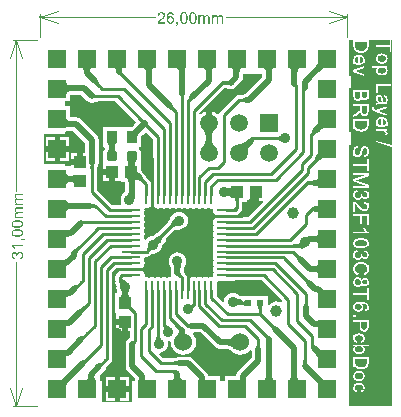
<source format=gtl>
G04*
G04 #@! TF.GenerationSoftware,Altium Limited,Altium Designer,20.0.11 (256)*
G04*
G04 Layer_Physical_Order=1*
G04 Layer_Color=255*
%FSLAX25Y25*%
%MOIN*%
G70*
G01*
G75*
%ADD10C,0.00984*%
%ADD13C,0.00394*%
%ADD16R,0.02362X0.01968*%
%ADD17R,0.03543X0.03937*%
%ADD18R,0.03937X0.03937*%
%ADD19R,0.03937X0.03937*%
%ADD20O,0.00984X0.06102*%
%ADD21O,0.06102X0.00984*%
G04:AMPARAMS|DCode=22|XSize=31.5mil|YSize=31.5mil|CornerRadius=3.94mil|HoleSize=0mil|Usage=FLASHONLY|Rotation=180.000|XOffset=0mil|YOffset=0mil|HoleType=Round|Shape=RoundedRectangle|*
%AMROUNDEDRECTD22*
21,1,0.03150,0.02362,0,0,180.0*
21,1,0.02362,0.03150,0,0,180.0*
1,1,0.00787,-0.01181,0.01181*
1,1,0.00787,0.01181,0.01181*
1,1,0.00787,0.01181,-0.01181*
1,1,0.00787,-0.01181,-0.01181*
%
%ADD22ROUNDEDRECTD22*%
%ADD35C,0.01968*%
%ADD36C,0.03937*%
%ADD37R,0.05906X0.05906*%
%ADD38R,0.05906X0.05906*%
%ADD39C,0.06000*%
%ADD40C,0.05906*%
%ADD41C,0.03543*%
G36*
X96653Y124016D02*
X96260Y123349D01*
X96256Y123423D01*
X96245Y123486D01*
X96226Y123538D01*
X96200Y123581D01*
X96166Y123613D01*
X96125Y123635D01*
X96077Y123646D01*
X96021Y123647D01*
X95957Y123638D01*
X95886Y123618D01*
X94870Y123694D01*
X94937Y123718D01*
X94989Y123739D01*
X95025Y123758D01*
X95046Y123774D01*
X95052Y123788D01*
X95042Y123799D01*
X95017Y123808D01*
X94921Y123818D01*
X94850Y123819D01*
Y124213D01*
X94921Y124214D01*
X94977Y124218D01*
X95017Y124224D01*
X95042Y124232D01*
X95052Y124244D01*
X95046Y124257D01*
X95025Y124274D01*
X94937Y124313D01*
X94870Y124337D01*
X95886Y124413D01*
X95957Y124394D01*
X96021Y124384D01*
X96077Y124385D01*
X96125Y124397D01*
X96166Y124418D01*
X96200Y124451D01*
X96226Y124493D01*
X96245Y124546D01*
X96256Y124609D01*
X96260Y124683D01*
X96653Y124016D01*
D02*
G37*
G36*
X-5705Y124609D02*
X-5694Y124546D01*
X-5675Y124493D01*
X-5649Y124451D01*
X-5615Y124418D01*
X-5574Y124397D01*
X-5526Y124385D01*
X-5470Y124384D01*
X-5406Y124394D01*
X-5335Y124413D01*
X-4319Y124337D01*
X-4386Y124313D01*
X-4438Y124292D01*
X-4474Y124274D01*
X-4495Y124257D01*
X-4501Y124244D01*
X-4491Y124232D01*
X-4466Y124224D01*
X-4370Y124214D01*
X-4299Y124213D01*
Y123819D01*
X-4370Y123818D01*
X-4426Y123814D01*
X-4466Y123808D01*
X-4491Y123799D01*
X-4501Y123788D01*
X-4495Y123774D01*
X-4474Y123758D01*
X-4386Y123718D01*
X-4319Y123694D01*
X-5335Y123618D01*
X-5406Y123638D01*
X-5470Y123647D01*
X-5526Y123646D01*
X-5574Y123635D01*
X-5615Y123613D01*
X-5649Y123581D01*
X-5675Y123538D01*
X-5694Y123486D01*
X-5705Y123423D01*
X-5709Y123349D01*
X-6102Y124016D01*
X-5709Y124683D01*
X-5705Y124609D01*
D02*
G37*
G36*
X-13113Y115945D02*
X-13186Y115941D01*
X-13250Y115930D01*
X-13302Y115911D01*
X-13345Y115885D01*
X-13377Y115851D01*
X-13399Y115810D01*
X-13410Y115762D01*
X-13411Y115706D01*
X-13402Y115642D01*
X-13382Y115571D01*
X-13458Y114555D01*
X-13482Y114622D01*
X-13503Y114674D01*
X-13522Y114710D01*
X-13538Y114731D01*
X-13552Y114737D01*
X-13563Y114727D01*
X-13571Y114702D01*
X-13581Y114606D01*
X-13583Y114535D01*
X-13976D01*
X-13978Y114606D01*
X-13981Y114662D01*
X-13988Y114702D01*
X-13996Y114727D01*
X-14007Y114737D01*
X-14021Y114731D01*
X-14037Y114710D01*
X-14077Y114622D01*
X-14101Y114555D01*
X-14177Y115571D01*
X-14157Y115642D01*
X-14148Y115706D01*
X-14149Y115762D01*
X-14161Y115810D01*
X-14182Y115851D01*
X-14214Y115885D01*
X-14257Y115911D01*
X-14310Y115930D01*
X-14373Y115941D01*
X-14446Y115945D01*
X-13780Y116339D01*
X-13113Y115945D01*
D02*
G37*
G36*
X89843Y107059D02*
X89690Y107171D01*
X89509Y107226D01*
X89300D01*
X89064Y107171D01*
X88799Y107059D01*
X88507Y106892D01*
X88187Y106669D01*
X87839Y106391D01*
X87059Y105667D01*
X85667Y107059D01*
X86057Y107463D01*
X86669Y108187D01*
X86892Y108507D01*
X87059Y108799D01*
X87171Y109064D01*
X87226Y109300D01*
Y109509D01*
X87171Y109690D01*
X87059Y109843D01*
X89843Y107059D01*
D02*
G37*
G36*
X11407Y107041D02*
X11266Y106987D01*
X11142Y106896D01*
X11034Y106769D01*
X10943Y106606D01*
X10869Y106407D01*
X10811Y106172D01*
X10770Y105900D01*
X10745Y105592D01*
X10737Y105248D01*
X8768D01*
X8760Y105592D01*
X8735Y105900D01*
X8694Y106172D01*
X8636Y106407D01*
X8561Y106606D01*
X8470Y106769D01*
X8363Y106896D01*
X8239Y106987D01*
X8098Y107041D01*
X7941Y107059D01*
X11564D01*
X11407Y107041D01*
D02*
G37*
G36*
X80782Y107040D02*
X80614Y106981D01*
X80467Y106882D01*
X80339Y106744D01*
X80230Y106567D01*
X80142Y106351D01*
X80073Y106095D01*
X80024Y105799D01*
X79994Y105465D01*
X79984Y105091D01*
X78016D01*
X78006Y105465D01*
X77978Y105799D01*
X77930Y106095D01*
X77863Y106351D01*
X77777Y106567D01*
X77671Y106744D01*
X77547Y106882D01*
X77404Y106981D01*
X77241Y107040D01*
X77059Y107059D01*
X80968D01*
X80782Y107040D01*
D02*
G37*
G36*
X72199D02*
X72031Y106981D01*
X71884Y106882D01*
X71756Y106744D01*
X71648Y106567D01*
X71559Y106351D01*
X71490Y106095D01*
X71441Y105799D01*
X71411Y105465D01*
X71402Y105091D01*
X69433D01*
X69423Y105465D01*
X69394Y105799D01*
X69345Y106095D01*
X69276Y106351D01*
X69187Y106567D01*
X69079Y106744D01*
X68951Y106882D01*
X68803Y106981D01*
X68636Y107040D01*
X68449Y107059D01*
X72386D01*
X72199Y107040D01*
D02*
G37*
G36*
X61446D02*
X61279Y106981D01*
X61132Y106882D01*
X61004Y106744D01*
X60895Y106567D01*
X60807Y106351D01*
X60738Y106095D01*
X60689Y105799D01*
X60659Y105465D01*
X60649Y105091D01*
X58681D01*
X58671Y105465D01*
X58641Y105799D01*
X58592Y106095D01*
X58523Y106351D01*
X58435Y106567D01*
X58326Y106744D01*
X58198Y106882D01*
X58051Y106981D01*
X57884Y107040D01*
X57696Y107059D01*
X61633D01*
X61446Y107040D01*
D02*
G37*
G36*
X52199D02*
X52031Y106981D01*
X51884Y106882D01*
X51756Y106744D01*
X51648Y106567D01*
X51559Y106351D01*
X51490Y106095D01*
X51441Y105799D01*
X51411Y105465D01*
X51402Y105091D01*
X49433D01*
X49423Y105465D01*
X49394Y105799D01*
X49345Y106095D01*
X49276Y106351D01*
X49187Y106567D01*
X49079Y106744D01*
X48951Y106882D01*
X48803Y106981D01*
X48636Y107040D01*
X48449Y107059D01*
X52386D01*
X52199Y107040D01*
D02*
G37*
G36*
X42838D02*
X42747Y106981D01*
X42666Y106882D01*
X42596Y106744D01*
X42536Y106567D01*
X42488Y106351D01*
X42450Y106095D01*
X42423Y105799D01*
X42402Y105091D01*
X40433D01*
X40423Y105465D01*
X40394Y105799D01*
X40345Y106095D01*
X40276Y106351D01*
X40187Y106567D01*
X40079Y106744D01*
X39951Y106882D01*
X39803Y106981D01*
X39636Y107040D01*
X39449Y107059D01*
X42941D01*
X42838Y107040D01*
D02*
G37*
G36*
X32199D02*
X32032Y106981D01*
X31884Y106882D01*
X31756Y106744D01*
X31648Y106567D01*
X31559Y106351D01*
X31490Y106095D01*
X31441Y105799D01*
X31411Y105465D01*
X31402Y105091D01*
X29433D01*
X29423Y105465D01*
X29394Y105799D01*
X29344Y106095D01*
X29276Y106351D01*
X29187Y106567D01*
X29079Y106744D01*
X28951Y106882D01*
X28803Y106981D01*
X28636Y107040D01*
X28449Y107059D01*
X32386D01*
X32199Y107040D01*
D02*
G37*
G36*
X21800Y107044D02*
X21717Y107000D01*
X21643Y106926D01*
X21579Y106823D01*
X21525Y106690D01*
X21480Y106528D01*
X21446Y106336D01*
X21421Y106114D01*
X21402Y105583D01*
X21415Y105515D01*
X21456Y105425D01*
X21524Y105314D01*
X21619Y105181D01*
X21891Y104851D01*
X22502Y104197D01*
X22760Y103936D01*
X22064Y103240D01*
X21803Y103498D01*
X20686Y104476D01*
X20575Y104544D01*
X20485Y104585D01*
X20417Y104598D01*
X21401Y105583D01*
X19433D01*
X19428Y105863D01*
X19389Y106336D01*
X19354Y106528D01*
X19310Y106690D01*
X19256Y106823D01*
X19192Y106926D01*
X19118Y107000D01*
X19034Y107044D01*
X18941Y107059D01*
X21894D01*
X21800Y107044D01*
D02*
G37*
G36*
X57037Y101304D02*
X56979Y101342D01*
X56886Y101377D01*
X56760Y101408D01*
X56599Y101434D01*
X56173Y101475D01*
X55278Y101506D01*
X54911Y101508D01*
Y102492D01*
X55278Y102494D01*
X56760Y102592D01*
X56886Y102623D01*
X56979Y102658D01*
X57037Y102696D01*
Y101304D01*
D02*
G37*
G36*
X13498Y102432D02*
X13539Y102342D01*
X13607Y102231D01*
X13702Y102098D01*
X13973Y101769D01*
X14585Y101114D01*
X14843Y100853D01*
X14147Y100157D01*
X13886Y100415D01*
X12769Y101393D01*
X12658Y101461D01*
X12568Y101502D01*
X12499Y101516D01*
X13484Y102501D01*
X13498Y102432D01*
D02*
G37*
G36*
X68210Y103832D02*
X62734Y98356D01*
X62072Y98225D01*
X61701Y97977D01*
X61681Y97968D01*
X61674Y97966D01*
X61610Y97951D01*
X61529Y97938D01*
X60790Y97891D01*
X60417D01*
X59764Y97761D01*
X59211Y97391D01*
X54211Y92391D01*
X53841Y91838D01*
X53794Y91599D01*
X53259Y91475D01*
X53237Y91504D01*
X52411Y92138D01*
X51449Y92536D01*
X51402Y92542D01*
Y88685D01*
X49433D01*
Y92542D01*
X49385Y92536D01*
X48424Y92138D01*
X47744Y91616D01*
X47297Y91744D01*
X47210Y91813D01*
X47177Y92032D01*
X55439Y100294D01*
X55479D01*
X56095Y100273D01*
X56443Y100240D01*
X56478Y100234D01*
X56887Y99960D01*
X57732Y99792D01*
X58577Y99960D01*
X59293Y100439D01*
X61226Y102372D01*
X61705Y103088D01*
X61873Y103933D01*
Y105000D01*
X68210D01*
Y103832D01*
D02*
G37*
G36*
X2949Y101967D02*
X3008Y101799D01*
X3107Y101652D01*
X3246Y101524D01*
X3424Y101415D01*
X3642Y101327D01*
X3899Y101258D01*
X4196Y101209D01*
X4533Y101179D01*
X4909Y101169D01*
Y99201D01*
X4533Y99191D01*
X4196Y99161D01*
X3899Y99112D01*
X3642Y99043D01*
X3424Y98955D01*
X3246Y98847D01*
X3107Y98719D01*
X3008Y98571D01*
X2949Y98404D01*
X2929Y98216D01*
Y102154D01*
X2949Y101967D01*
D02*
G37*
G36*
X12254Y98158D02*
X12346Y98123D01*
X12473Y98092D01*
X12634Y98066D01*
X13059Y98025D01*
X13954Y97994D01*
X14321Y97992D01*
Y97008D01*
X13954Y97006D01*
X12473Y96908D01*
X12346Y96877D01*
X12254Y96842D01*
X12196Y96804D01*
Y98196D01*
X12254Y98158D01*
D02*
G37*
G36*
X62274Y95441D02*
X62203Y95489D01*
X62106Y95531D01*
X61984Y95569D01*
X61836Y95602D01*
X61664Y95630D01*
X61241Y95670D01*
X60717Y95690D01*
X60417Y95693D01*
Y96677D01*
X60717Y96680D01*
X61664Y96740D01*
X61836Y96768D01*
X61984Y96801D01*
X62106Y96839D01*
X62203Y96882D01*
X62274Y96930D01*
Y95441D01*
D02*
G37*
G36*
X45026Y96207D02*
X44933Y96189D01*
X44833Y96154D01*
X44723Y96104D01*
X44606Y96037D01*
X44479Y95953D01*
X44344Y95853D01*
X44048Y95604D01*
X43718Y95290D01*
X43022Y95986D01*
X43188Y96155D01*
X43586Y96612D01*
X43685Y96747D01*
X43769Y96873D01*
X43836Y96991D01*
X43887Y97101D01*
X43921Y97201D01*
X43939Y97293D01*
X45026Y96207D01*
D02*
G37*
G36*
X38416Y94130D02*
X38458Y94037D01*
X38526Y93922D01*
X38622Y93787D01*
X38893Y93454D01*
X39273Y93038D01*
X39760Y92538D01*
X39064Y91842D01*
X38804Y92099D01*
X37680Y93076D01*
X37566Y93145D01*
X37472Y93186D01*
X37399Y93201D01*
X38401Y94203D01*
X38416Y94130D01*
D02*
G37*
G36*
X27700Y90520D02*
X28816Y89542D01*
X28927Y89474D01*
X29017Y89434D01*
X29086Y89420D01*
X28101Y88435D01*
X28087Y88504D01*
X28047Y88594D01*
X27979Y88705D01*
X27884Y88837D01*
X27612Y89167D01*
X27001Y89821D01*
X26743Y90082D01*
X27439Y90778D01*
X27700Y90520D01*
D02*
G37*
G36*
X9939Y95939D02*
X10655Y95460D01*
X11500Y95292D01*
X12345Y95460D01*
X12731Y95718D01*
X13879Y95794D01*
X19314D01*
X26286Y88822D01*
X26317Y88789D01*
X25389Y87862D01*
X25040Y87537D01*
X24801Y87347D01*
X21697D01*
Y87347D01*
X21303D01*
Y87347D01*
X15004D01*
Y80654D01*
X15502D01*
X15636Y80519D01*
X15695Y79958D01*
X15304Y79372D01*
X15166Y78681D01*
Y76319D01*
X15299Y75653D01*
X15318Y75188D01*
X15299Y75153D01*
X15299D01*
Y73169D01*
X18268D01*
Y72185D01*
X19252D01*
Y69217D01*
X21220D01*
Y68839D01*
X22485D01*
X22488Y68821D01*
X22499Y68691D01*
Y65570D01*
X21894Y65106D01*
X21421Y64489D01*
X21123Y63771D01*
X21022Y63000D01*
X21123Y62229D01*
X21306Y61788D01*
X21295Y61553D01*
X21102Y61277D01*
X21021Y61218D01*
X18297D01*
X13206Y66309D01*
Y72849D01*
X13227Y73465D01*
X13261Y73813D01*
X13266Y73848D01*
X13540Y74257D01*
X13708Y75102D01*
Y82965D01*
X13540Y83810D01*
X13061Y84526D01*
X7810Y89778D01*
X7093Y90256D01*
X6248Y90424D01*
X4479D01*
X4349Y90436D01*
X4156Y90468D01*
X4134Y90474D01*
Y94134D01*
X2500D01*
Y95866D01*
X4134D01*
Y97928D01*
X4154Y97934D01*
X4347Y97966D01*
X4478Y97977D01*
X7901D01*
X9939Y95939D01*
D02*
G37*
G36*
X89178Y87059D02*
X89091Y87111D01*
X88977Y87120D01*
X88835Y87086D01*
X88664Y87011D01*
X88467Y86893D01*
X88241Y86733D01*
X87987Y86530D01*
X87396Y85997D01*
X87059Y85667D01*
X85667Y87059D01*
X85997Y87396D01*
X86733Y88241D01*
X86893Y88467D01*
X87011Y88664D01*
X87086Y88835D01*
X87120Y88977D01*
X87111Y89091D01*
X87059Y89178D01*
X89178Y87059D01*
D02*
G37*
G36*
X2949Y89998D02*
X3009Y89831D01*
X3109Y89683D01*
X3247Y89555D01*
X3426Y89447D01*
X3644Y89358D01*
X3901Y89289D01*
X4197Y89240D01*
X4534Y89211D01*
X4909Y89201D01*
Y87232D01*
X4535Y87231D01*
X3118Y87147D01*
X3019Y87121D01*
X2960Y87092D01*
X2941Y87059D01*
X2929Y90185D01*
X2949Y89998D01*
D02*
G37*
G36*
X27998Y85957D02*
X27608Y85553D01*
X26996Y84829D01*
X26773Y84509D01*
X26606Y84217D01*
X26495Y83952D01*
X26439Y83715D01*
Y83507D01*
X26495Y83326D01*
X26606Y83173D01*
X23822Y85957D01*
X23975Y85845D01*
X24156Y85790D01*
X24365D01*
X24602Y85845D01*
X24866Y85957D01*
X25159Y86124D01*
X25479Y86346D01*
X25827Y86625D01*
X26606Y87348D01*
X27998Y85957D01*
D02*
G37*
G36*
X86115Y85022D02*
X86021Y85004D01*
X85920Y84971D01*
X85812Y84922D01*
X85697Y84858D01*
X85574Y84778D01*
X85443Y84684D01*
X85160Y84448D01*
X84848Y84152D01*
X84152Y84848D01*
X84308Y85008D01*
X84684Y85443D01*
X84778Y85574D01*
X84858Y85697D01*
X84922Y85812D01*
X84971Y85920D01*
X85004Y86021D01*
X85022Y86115D01*
X86115Y85022D01*
D02*
G37*
G36*
X52279Y86361D02*
X52095Y86139D01*
X51932Y85910D01*
X51791Y85676D01*
X51672Y85434D01*
X51575Y85186D01*
X51499Y84932D01*
X51445Y84671D01*
X51412Y84403D01*
X51402Y84130D01*
X49433D01*
X49422Y84403D01*
X49390Y84671D01*
X49336Y84932D01*
X49260Y85186D01*
X49162Y85434D01*
X49043Y85676D01*
X48903Y85910D01*
X48740Y86139D01*
X48556Y86361D01*
X48350Y86576D01*
X52484D01*
X52279Y86361D01*
D02*
G37*
G36*
X74735Y82260D02*
X74588Y82402D01*
X74440Y82529D01*
X74292Y82641D01*
X74143Y82739D01*
X73993Y82821D01*
X73843Y82888D01*
X73692Y82941D01*
X73540Y82978D01*
X73388Y83000D01*
X73235Y83008D01*
Y83992D01*
X73388Y84000D01*
X73540Y84022D01*
X73692Y84060D01*
X73843Y84112D01*
X73993Y84179D01*
X74143Y84261D01*
X74292Y84359D01*
X74440Y84471D01*
X74588Y84598D01*
X74735Y84740D01*
Y82260D01*
D02*
G37*
G36*
X51412Y82967D02*
X51445Y82699D01*
X51499Y82438D01*
X51575Y82184D01*
X51672Y81936D01*
X51791Y81695D01*
X51932Y81460D01*
X52095Y81231D01*
X52279Y81009D01*
X52484Y80794D01*
X48350D01*
X48556Y81009D01*
X48740Y81231D01*
X48903Y81460D01*
X49043Y81695D01*
X49162Y81936D01*
X49260Y82184D01*
X49336Y82438D01*
X49390Y82699D01*
X49422Y82967D01*
X49433Y83241D01*
X51402D01*
X51412Y82967D01*
D02*
G37*
G36*
X19766Y82024D02*
X19634Y81965D01*
X19518Y81866D01*
X19417Y81729D01*
X19332Y81551D01*
X19262Y81335D01*
X19208Y81079D01*
X19169Y80784D01*
X19154Y80567D01*
X19213Y79857D01*
X19256Y79635D01*
X19308Y79441D01*
X19369Y79276D01*
X19440Y79141D01*
X19520Y79034D01*
X19610Y78956D01*
X16697D01*
X16787Y79034D01*
X16867Y79141D01*
X16938Y79276D01*
X16999Y79441D01*
X17051Y79635D01*
X17094Y79857D01*
X17127Y80109D01*
X17154Y80529D01*
X17099Y81079D01*
X17045Y81335D01*
X16975Y81551D01*
X16890Y81729D01*
X16789Y81866D01*
X16673Y81965D01*
X16541Y82024D01*
X16394Y82043D01*
X19913D01*
X19766Y82024D01*
D02*
G37*
G36*
X64334Y81210D02*
X64148Y81009D01*
X63982Y80797D01*
X63836Y80574D01*
X63710Y80341D01*
X63604Y80097D01*
X63517Y79842D01*
X63450Y79576D01*
X63404Y79299D01*
X63377Y79012D01*
X63370Y78715D01*
X60447Y81638D01*
X60745Y81645D01*
X61032Y81671D01*
X61308Y81718D01*
X61574Y81785D01*
X61829Y81871D01*
X62073Y81978D01*
X62306Y82104D01*
X62529Y82250D01*
X62741Y82416D01*
X62943Y82602D01*
X64334Y81210D01*
D02*
G37*
G36*
X31822Y83287D02*
Y69129D01*
X31354Y68750D01*
X31134Y68797D01*
X30797Y69301D01*
X29553Y70545D01*
X29457Y71030D01*
X28978Y71746D01*
X28320Y72405D01*
X28150Y72581D01*
X27913Y72857D01*
Y75532D01*
X27913D01*
X27777Y76032D01*
X27834Y76319D01*
Y78681D01*
X27696Y79372D01*
X27305Y79958D01*
X27013Y80154D01*
X27164Y80654D01*
X27996D01*
Y84147D01*
X28422Y84650D01*
X29440Y85668D01*
X31822Y83287D01*
D02*
G37*
G36*
X87001Y76016D02*
X86932Y76002D01*
X86842Y75961D01*
X86731Y75893D01*
X86598Y75798D01*
X86269Y75527D01*
X85614Y74915D01*
X85353Y74657D01*
X84657Y75353D01*
X84915Y75614D01*
X85893Y76731D01*
X85961Y76842D01*
X86002Y76932D01*
X86016Y77001D01*
X87001Y76016D01*
D02*
G37*
G36*
X9292Y82051D02*
Y78618D01*
X8484D01*
Y75650D01*
X7500D01*
Y74665D01*
X4532D01*
Y74381D01*
X4134Y74134D01*
X2500D01*
Y75000D01*
X-4501D01*
Y85000D01*
X2500D01*
Y85569D01*
X2945Y85855D01*
X3000Y85866D01*
X4134D01*
Y86001D01*
X4271Y86009D01*
X5334D01*
X9292Y82051D01*
D02*
G37*
G36*
X24728Y76110D02*
X25691D01*
X25692Y76069D01*
X26303Y76044D01*
X26186Y75949D01*
X26083Y75830D01*
X25991Y75685D01*
X25911Y75514D01*
X25844Y75319D01*
X25789Y75098D01*
X25780Y75045D01*
X25824Y74850D01*
X25899Y74634D01*
X25991Y74457D01*
X26099Y74319D01*
X26224Y74220D01*
X26365Y74161D01*
X26523Y74142D01*
X25698Y74139D01*
X25691Y73961D01*
X23722D01*
X23720Y74133D01*
X22738Y74129D01*
X22925Y74150D01*
X23092Y74210D01*
X23240Y74309D01*
X23368Y74448D01*
X23476Y74626D01*
X23565Y74844D01*
X23634Y75101D01*
X23643Y75155D01*
X23618Y75306D01*
X23518Y75709D01*
X23456Y75882D01*
X23385Y76036D01*
X23306Y76170D01*
X24728Y76110D01*
D02*
G37*
G36*
X12158Y74349D02*
X12123Y74256D01*
X12092Y74130D01*
X12066Y73969D01*
X12025Y73544D01*
X11994Y72649D01*
X11992Y72281D01*
X11008D01*
X11006Y72649D01*
X10908Y74130D01*
X10877Y74256D01*
X10842Y74349D01*
X10804Y74407D01*
X12196D01*
X12158Y74349D01*
D02*
G37*
G36*
X26521Y72794D02*
X26554Y72694D01*
X26623Y72565D01*
X26728Y72409D01*
X26869Y72224D01*
X27259Y71771D01*
X28113Y70881D01*
X26721Y69489D01*
X26524Y69682D01*
X26101Y70053D01*
X26099Y70051D01*
X25991Y69914D01*
X25899Y69736D01*
X25824Y69520D01*
X25766Y69264D01*
X25724Y68969D01*
X25699Y68634D01*
X25691Y68260D01*
X23722D01*
X23713Y68636D01*
X23683Y68972D01*
X23634Y69269D01*
X23565Y69526D01*
X23476Y69744D01*
X23368Y69922D01*
X23240Y70061D01*
X23092Y70160D01*
X22925Y70220D01*
X22738Y70240D01*
X25587Y70231D01*
X26523Y72867D01*
X26521Y72794D01*
D02*
G37*
G36*
X2949Y71781D02*
X3008Y71614D01*
X3107Y71466D01*
X3246Y71339D01*
X3424Y71230D01*
X3642Y71142D01*
X3899Y71073D01*
X4196Y71024D01*
X4315Y71013D01*
X5051Y71065D01*
X5229Y71100D01*
X5366Y71142D01*
X5465Y71191D01*
X5524Y71246D01*
X5544Y71307D01*
X5556Y68032D01*
X5535Y68218D01*
X5475Y68386D01*
X5376Y68533D01*
X5237Y68661D01*
X5059Y68770D01*
X4841Y68858D01*
X4583Y68927D01*
X4287Y68976D01*
X4242Y68980D01*
X4196Y68976D01*
X3899Y68927D01*
X3642Y68858D01*
X3424Y68770D01*
X3246Y68661D01*
X3107Y68533D01*
X3008Y68386D01*
X2949Y68218D01*
X2929Y68032D01*
Y71969D01*
X2949Y71781D01*
D02*
G37*
G36*
X84799Y67920D02*
X84721Y67972D01*
X84626Y68018D01*
X84511Y68059D01*
X84378Y68094D01*
X84226Y68125D01*
X83866Y68168D01*
X83658Y68182D01*
X83185Y68193D01*
Y69177D01*
X83431Y69180D01*
X84055Y69221D01*
X84226Y69245D01*
X84511Y69311D01*
X84626Y69352D01*
X84721Y69398D01*
X84799Y69450D01*
Y67920D01*
D02*
G37*
G36*
X87059Y67059D02*
X87043Y67181D01*
X86994Y67290D01*
X86911Y67386D01*
X86796Y67470D01*
X86649Y67540D01*
X86468Y67598D01*
X86255Y67643D01*
X86008Y67675D01*
X85729Y67694D01*
X85417Y67701D01*
Y69669D01*
X85731Y69676D01*
X86260Y69728D01*
X86475Y69775D01*
X86657Y69834D01*
X86805Y69906D01*
X86921Y69991D01*
X87004Y70090D01*
X87054Y70202D01*
X87071Y70327D01*
X87059Y67059D01*
D02*
G37*
G36*
X57811Y66581D02*
X57970Y66577D01*
X58094Y64608D01*
X57898Y64605D01*
X57811Y64598D01*
Y63728D01*
X57792Y63896D01*
X57732Y64045D01*
X57634Y64177D01*
X57496Y64292D01*
X57319Y64388D01*
X57103Y64468D01*
X57064Y64477D01*
X57046Y64471D01*
X56958Y64429D01*
X56885Y64381D01*
X56828Y64328D01*
X56818Y64533D01*
X56551Y64573D01*
X56217Y64600D01*
X55843Y64608D01*
Y66577D01*
X56217Y66587D01*
X56551Y66616D01*
X56707Y66642D01*
X56699Y66804D01*
X56756Y66761D01*
X56829Y66723D01*
X56917Y66688D01*
X56924Y66686D01*
X57103Y66734D01*
X57319Y66823D01*
X57496Y66931D01*
X57634Y67059D01*
X57732Y67207D01*
X57792Y67374D01*
X57811Y67561D01*
Y66581D01*
D02*
G37*
G36*
X67051Y62717D02*
X68367D01*
X68558Y62255D01*
X63584Y57281D01*
X60560D01*
X60344Y57543D01*
X60228Y58126D01*
X60187Y58187D01*
X60362Y58450D01*
X60974Y59061D01*
X61344Y59615D01*
X61474Y60268D01*
Y62339D01*
X63114D01*
Y62717D01*
X64148D01*
X64137Y63003D01*
X63809Y63131D01*
X63877Y63170D01*
X63937Y63226D01*
X63991Y63300D01*
X64037Y63391D01*
X64076Y63499D01*
X64108Y63625D01*
X64113Y63656D01*
X64110Y63728D01*
X64126Y63729D01*
X64133Y63769D01*
X64150Y63929D01*
X64165Y64303D01*
X65083Y64260D01*
Y65685D01*
X67051D01*
Y62717D01*
D02*
G37*
G36*
X25691Y65688D02*
X25640Y63670D01*
X23368Y64655D01*
X23435Y64691D01*
X23495Y64745D01*
X23549Y64816D01*
X23595Y64905D01*
X23634Y65012D01*
X23666Y65137D01*
X23690Y65279D01*
X23708Y65439D01*
X23722Y65813D01*
X25691Y65688D01*
D02*
G37*
G36*
X60425Y64839D02*
X60391Y64746D01*
X60360Y64620D01*
X60333Y64459D01*
X60293Y64034D01*
X60282Y63740D01*
X60752D01*
X60659Y63731D01*
X60575Y63701D01*
X60501Y63651D01*
X60437Y63581D01*
X60383Y63491D01*
X60339Y63382D01*
X60304Y63252D01*
X60280Y63103D01*
X60265Y62934D01*
X60260Y62744D01*
X59276D01*
X59271Y62934D01*
X59256Y63103D01*
X59231Y63252D01*
X59197Y63382D01*
X59153Y63491D01*
X59098Y63581D01*
X59034Y63651D01*
X58961Y63701D01*
X58877Y63731D01*
X58784Y63740D01*
X59234D01*
X59175Y64620D01*
X59145Y64746D01*
X59110Y64839D01*
X59071Y64897D01*
X60464D01*
X60425Y64839D01*
D02*
G37*
G36*
X31621Y61972D02*
X31766Y61243D01*
X32179Y60624D01*
X32203Y60608D01*
X32203Y60608D01*
X32798Y60211D01*
X33528Y60066D01*
X34257Y60211D01*
X34512Y60381D01*
X34766Y60211D01*
X35496Y60066D01*
X36226Y60211D01*
X36480Y60381D01*
X36735Y60211D01*
X37465Y60066D01*
X38194Y60211D01*
X38449Y60381D01*
X38703Y60211D01*
X39433Y60066D01*
X40163Y60211D01*
X40417Y60381D01*
X40672Y60211D01*
X41402Y60066D01*
X42131Y60211D01*
X42386Y60381D01*
X42640Y60211D01*
X43370Y60066D01*
X44100Y60211D01*
X44354Y60381D01*
X44609Y60211D01*
X45339Y60066D01*
X46068Y60211D01*
X46323Y60381D01*
X46577Y60211D01*
X47307Y60066D01*
X48037Y60211D01*
X48291Y60381D01*
X48546Y60211D01*
X49276Y60066D01*
X50005Y60211D01*
X50260Y60381D01*
X50514Y60211D01*
X51244Y60066D01*
X51494Y60115D01*
X51848Y59762D01*
X51798Y59512D01*
X51943Y58782D01*
X52341Y58187D01*
X52340Y58187D01*
X52356Y58163D01*
X52975Y57750D01*
X53705Y57605D01*
X56264D01*
Y57482D01*
X53705D01*
X52975Y57337D01*
X52356Y56923D01*
X52340Y56899D01*
X52341Y56899D01*
X51943Y56305D01*
X51798Y55575D01*
X51943Y54845D01*
X52113Y54591D01*
X51943Y54336D01*
X51798Y53606D01*
X51943Y52877D01*
X52113Y52622D01*
X51943Y52368D01*
X51798Y51638D01*
X51943Y50908D01*
X52113Y50654D01*
X51943Y50399D01*
X51798Y49669D01*
X51943Y48940D01*
X52113Y48685D01*
X51943Y48430D01*
X51798Y47701D01*
X51943Y46971D01*
X52113Y46716D01*
X51943Y46462D01*
X51798Y45732D01*
X51943Y45003D01*
X52113Y44748D01*
X51943Y44493D01*
X51798Y43764D01*
X51943Y43034D01*
X52113Y42779D01*
X51943Y42525D01*
X51798Y41795D01*
X51943Y41066D01*
X52113Y40811D01*
X51943Y40556D01*
X51798Y39827D01*
X51943Y39097D01*
X52113Y38842D01*
X51943Y38588D01*
X51798Y37858D01*
X51848Y37608D01*
X51494Y37255D01*
X51244Y37304D01*
X50514Y37159D01*
X50260Y36989D01*
X50005Y37159D01*
X49276Y37304D01*
X48546Y37159D01*
X48291Y36989D01*
X48037Y37159D01*
X47307Y37304D01*
X46577Y37159D01*
X46323Y36989D01*
X46068Y37159D01*
X45339Y37304D01*
X44609Y37159D01*
X44014Y36762D01*
X43952Y36803D01*
X43370Y36919D01*
X43074Y37370D01*
X42978Y37854D01*
X42608Y38407D01*
X42398Y38617D01*
X42247Y38804D01*
X42208Y38860D01*
X42208Y38860D01*
Y40376D01*
X42220Y40497D01*
X42229Y40552D01*
X42230Y40556D01*
X42579Y41011D01*
X42877Y41729D01*
X42978Y42500D01*
X42877Y43271D01*
X42579Y43989D01*
X42106Y44606D01*
X41489Y45079D01*
X40771Y45377D01*
X40000Y45478D01*
X39229Y45377D01*
X38511Y45079D01*
X37894Y44606D01*
X37421Y43989D01*
X37123Y43271D01*
X37022Y42500D01*
X37123Y41729D01*
X37421Y41011D01*
X37770Y40556D01*
X37771Y40552D01*
X37778Y40509D01*
X37792Y40330D01*
Y38602D01*
X37960Y37758D01*
X37993Y37709D01*
X37692Y37259D01*
X37465Y37304D01*
X36735Y37159D01*
X36480Y36989D01*
X36226Y37159D01*
X35496Y37304D01*
X34766Y37159D01*
X34512Y36989D01*
X34257Y37159D01*
X33528Y37304D01*
X32798Y37159D01*
X32543Y36989D01*
X32289Y37159D01*
X31559Y37304D01*
X30829Y37159D01*
X30575Y36989D01*
X30320Y37159D01*
X29591Y37304D01*
X29340Y37255D01*
X28987Y37608D01*
X29037Y37858D01*
X28892Y38588D01*
X28494Y39183D01*
X28494Y39183D01*
X28478Y39207D01*
X27860Y39620D01*
X27130Y39765D01*
X24571D01*
Y39888D01*
X27130D01*
X27860Y40034D01*
X28478Y40447D01*
X28494Y40471D01*
X28494Y40471D01*
X28892Y41066D01*
X29037Y41795D01*
X28892Y42525D01*
X28721Y42779D01*
X28892Y43034D01*
X29037Y43764D01*
X29252Y44026D01*
X29732D01*
X30385Y44156D01*
X30939Y44526D01*
X31306Y44893D01*
X31339Y44913D01*
X31385Y44936D01*
X31444Y44958D01*
X31517Y44979D01*
X31606Y44998D01*
X31711Y45012D01*
X31833Y45022D01*
X31983Y45024D01*
X32000Y45022D01*
X32771Y45123D01*
X33489Y45421D01*
X34106Y45894D01*
X34579Y46511D01*
X34877Y47229D01*
X34952Y47802D01*
X34976Y47835D01*
X35089Y47967D01*
X35561Y48439D01*
X36040Y49155D01*
X36208Y50000D01*
X36197Y50052D01*
X38948Y52803D01*
X39000Y52792D01*
X39845Y52960D01*
X40030Y53084D01*
X40500Y53022D01*
X41271Y53123D01*
X41989Y53421D01*
X42606Y53894D01*
X43079Y54511D01*
X43377Y55229D01*
X43478Y56000D01*
X43377Y56771D01*
X43079Y57489D01*
X42606Y58106D01*
X41989Y58579D01*
X41271Y58877D01*
X40500Y58978D01*
X39729Y58877D01*
X39011Y58579D01*
X38394Y58106D01*
X37921Y57489D01*
X37623Y56771D01*
X37619Y56742D01*
X37439Y56561D01*
X36960Y55845D01*
X36910Y55590D01*
X33410Y52090D01*
X33155Y52040D01*
X32439Y51561D01*
X31935Y51058D01*
X31844Y50982D01*
X31802Y50952D01*
X31229Y50877D01*
X30511Y50579D01*
X29894Y50106D01*
X29518Y49616D01*
X29350Y49635D01*
X29017Y49767D01*
X28892Y50399D01*
X28721Y50654D01*
X28892Y50908D01*
X29037Y51638D01*
X28892Y52368D01*
X28721Y52622D01*
X28892Y52877D01*
X29037Y53606D01*
X28892Y54336D01*
X28721Y54591D01*
X28892Y54845D01*
X29037Y55575D01*
X28892Y56305D01*
X28721Y56559D01*
X28892Y56814D01*
X29037Y57543D01*
X28892Y58273D01*
X28721Y58528D01*
X28892Y58782D01*
X29037Y59512D01*
X28987Y59762D01*
X29340Y60115D01*
X29591Y60066D01*
X30320Y60211D01*
X30915Y60608D01*
X30915Y60608D01*
X30939Y60624D01*
X31352Y61243D01*
X31497Y61972D01*
Y64531D01*
X31621D01*
Y61972D01*
D02*
G37*
G36*
X11672Y61731D02*
X11757Y61681D01*
X11847Y61637D01*
X11941Y61598D01*
X12040Y61566D01*
X12144Y61539D01*
X12252Y61519D01*
X12364Y61504D01*
X12481Y61495D01*
X12602Y61492D01*
Y60508D01*
X12481Y60505D01*
X12252Y60481D01*
X12144Y60461D01*
X12040Y60434D01*
X11941Y60402D01*
X11847Y60363D01*
X11757Y60319D01*
X11672Y60269D01*
X11591Y60213D01*
Y61787D01*
X11672Y61731D01*
D02*
G37*
G36*
X60116Y59920D02*
X59945Y59751D01*
X59455Y59320D01*
X59380Y59273D01*
X59325Y59249D01*
X59289Y59250D01*
X59272Y59275D01*
X59275Y59325D01*
X58455Y59989D01*
X58499Y59968D01*
X58554Y59966D01*
X58621Y59982D01*
X58699Y60017D01*
X58790Y60070D01*
X58892Y60142D01*
X59006Y60233D01*
X59270Y60469D01*
X59420Y60616D01*
X60116Y59920D01*
D02*
G37*
G36*
X85336Y59274D02*
X85286Y59318D01*
X85124Y59449D01*
X85092Y59470D01*
X85064Y59487D01*
X85039Y59499D01*
X85018Y59505D01*
X85000Y59508D01*
Y60492D01*
X85018Y60495D01*
X85039Y60501D01*
X85064Y60513D01*
X85092Y60530D01*
X85124Y60551D01*
X85198Y60607D01*
X85286Y60682D01*
X85336Y60726D01*
Y59274D01*
D02*
G37*
G36*
X2960Y62759D02*
X3019Y62596D01*
X3118Y62453D01*
X3256Y62329D01*
X3433Y62223D01*
X3649Y62137D01*
X3905Y62070D01*
X4201Y62023D01*
X4535Y61994D01*
X4909Y61984D01*
Y60016D01*
X4533Y60006D01*
X4197Y59976D01*
X3901Y59927D01*
X3643Y59858D01*
X3425Y59770D01*
X3247Y59661D01*
X3108Y59534D01*
X3009Y59386D01*
X2949Y59219D01*
X2929Y59031D01*
X2941Y62941D01*
X2960Y62759D01*
D02*
G37*
G36*
X87071Y58941D02*
X87060Y58955D01*
X87028Y58968D01*
X86975Y58979D01*
X86900Y58989D01*
X86686Y59004D01*
X86000Y59016D01*
Y60984D01*
X86203Y60985D01*
X87028Y61032D01*
X87060Y61045D01*
X87071Y61059D01*
Y58941D01*
D02*
G37*
G36*
Y48031D02*
X87051Y48219D01*
X86992Y48386D01*
X86893Y48533D01*
X86754Y48661D01*
X86576Y48770D01*
X86358Y48858D01*
X86101Y48927D01*
X85804Y48976D01*
X85467Y49006D01*
X85185Y49013D01*
X85138Y49013D01*
X84803Y48987D01*
X84665Y48964D01*
X84546Y48934D01*
X84447Y48899D01*
X84367Y48856D01*
X84307Y48807D01*
X84266Y48752D01*
X84244Y48690D01*
X82971Y50708D01*
X85025Y50984D01*
X85091Y50568D01*
Y50984D01*
X85467Y50994D01*
X85804Y51024D01*
X86101Y51073D01*
X86358Y51142D01*
X86576Y51230D01*
X86754Y51339D01*
X86893Y51467D01*
X86992Y51614D01*
X87051Y51781D01*
X87071Y51968D01*
Y48031D01*
D02*
G37*
G36*
X2955Y52902D02*
X2999Y52868D01*
X3071Y52838D01*
X3173Y52811D01*
X3303Y52789D01*
X3462Y52771D01*
X3868Y52747D01*
X4390Y52739D01*
Y50770D01*
X4112Y50766D01*
X3646Y50728D01*
X3456Y50696D01*
X3295Y50654D01*
X3164Y50603D01*
X3061Y50543D01*
X2988Y50473D01*
X2944Y50394D01*
X2929Y50306D01*
X2941Y52941D01*
X2955Y52902D01*
D02*
G37*
G36*
X34489Y49097D02*
X34352Y48956D01*
X34027Y48579D01*
X33948Y48468D01*
X33884Y48365D01*
X33834Y48270D01*
X33798Y48181D01*
X33778Y48101D01*
X33771Y48028D01*
X32028Y49771D01*
X32101Y49778D01*
X32181Y49798D01*
X32269Y49834D01*
X32365Y49884D01*
X32468Y49948D01*
X32579Y50027D01*
X32823Y50229D01*
X32956Y50352D01*
X33097Y50489D01*
X34489Y49097D01*
D02*
G37*
G36*
X32001Y47016D02*
X31932Y47002D01*
X31842Y46961D01*
X31731Y46893D01*
X31598Y46798D01*
X31496Y46714D01*
X31982Y46228D01*
X31778Y46225D01*
X31583Y46211D01*
X31399Y46185D01*
X31225Y46148D01*
X31061Y46101D01*
X30907Y46042D01*
X30764Y45972D01*
X30630Y45892D01*
X30506Y45800D01*
X30398Y45702D01*
X30353Y45657D01*
X29657Y46353D01*
X29702Y46398D01*
X29800Y46506D01*
X29892Y46630D01*
X29972Y46764D01*
X30042Y46907D01*
X30101Y47061D01*
X30148Y47225D01*
X30185Y47399D01*
X30211Y47583D01*
X30225Y47778D01*
X30228Y47982D01*
X30700Y47510D01*
X30893Y47731D01*
X30961Y47842D01*
X31002Y47932D01*
X31016Y48001D01*
X32001Y47016D01*
D02*
G37*
G36*
X82272Y47243D02*
X80738Y47217D01*
Y47004D01*
X80680Y47043D01*
X80587Y47078D01*
X80460Y47109D01*
X80299Y47135D01*
X79874Y47176D01*
X78979Y47207D01*
X78612Y47209D01*
Y48193D01*
X78979Y48195D01*
X80387Y48288D01*
X80434Y48309D01*
X80530Y48373D01*
X80608Y48453D01*
X80667Y48547D01*
X80707Y48655D01*
X80728Y48778D01*
X80730Y48915D01*
X82272Y47243D01*
D02*
G37*
G36*
X7760Y47064D02*
X7502Y46803D01*
X6524Y45686D01*
X6456Y45575D01*
X6415Y45485D01*
X6402Y45417D01*
X5417Y46402D01*
X5485Y46415D01*
X5575Y46456D01*
X5686Y46524D01*
X5819Y46619D01*
X6148Y46891D01*
X6803Y47502D01*
X7064Y47760D01*
X7760Y47064D01*
D02*
G37*
G36*
X79532Y45270D02*
X80648Y44292D01*
X80760Y44224D01*
X80849Y44183D01*
X80918Y44169D01*
X79933Y43184D01*
X79919Y43253D01*
X79879Y43343D01*
X79811Y43454D01*
X79716Y43587D01*
X79444Y43916D01*
X78833Y44571D01*
X78575Y44832D01*
X79271Y45528D01*
X79532Y45270D01*
D02*
G37*
G36*
X41192Y41177D02*
X41148Y41104D01*
X41110Y41015D01*
X41076Y40911D01*
X41048Y40792D01*
X41025Y40657D01*
X40995Y40341D01*
X40987Y40160D01*
X40984Y39964D01*
X39016D01*
X39013Y40160D01*
X38975Y40657D01*
X38952Y40792D01*
X38924Y40911D01*
X38890Y41015D01*
X38852Y41104D01*
X38809Y41177D01*
X38760Y41235D01*
X41240D01*
X41192Y41177D01*
D02*
G37*
G36*
X87071Y38032D02*
X87051Y38219D01*
X86992Y38386D01*
X86893Y38533D01*
X86754Y38661D01*
X86576Y38770D01*
X86358Y38858D01*
X86101Y38927D01*
X85804Y38976D01*
X85467Y39006D01*
X85091Y39016D01*
Y40984D01*
X85467Y40994D01*
X85804Y41024D01*
X86101Y41073D01*
X86358Y41142D01*
X86576Y41230D01*
X86754Y41339D01*
X86893Y41467D01*
X86992Y41614D01*
X87051Y41781D01*
X87071Y41969D01*
Y38032D01*
D02*
G37*
G36*
X40995Y38633D02*
X41026Y38532D01*
X41071Y38426D01*
X41129Y38316D01*
X41200Y38200D01*
X41284Y38080D01*
X41490Y37824D01*
X41614Y37689D01*
X41750Y37549D01*
X41054Y36853D01*
X40913Y36989D01*
X40523Y37319D01*
X40402Y37403D01*
X40287Y37474D01*
X40176Y37531D01*
X40070Y37576D01*
X39970Y37608D01*
X39874Y37626D01*
X40976Y38728D01*
X40995Y38633D01*
D02*
G37*
G36*
X74950Y29239D02*
X74931Y29119D01*
X74861Y29044D01*
X74378Y28839D01*
X73822Y29068D01*
X73000Y29177D01*
X72178Y29068D01*
X71412Y28751D01*
X70754Y28246D01*
X70527Y27952D01*
X70028Y28121D01*
Y30862D01*
X61327D01*
X60726Y30982D01*
X60701D01*
X60606Y31106D01*
X59989Y31579D01*
X59271Y31877D01*
X58500Y31978D01*
X57729Y31877D01*
X57011Y31579D01*
X56394Y31106D01*
X55921Y30489D01*
X55623Y29771D01*
X55536Y29107D01*
X55083Y28853D01*
X53151Y30786D01*
Y35398D01*
X53101Y35648D01*
X53455Y36001D01*
X53705Y35952D01*
X58823D01*
X59553Y36097D01*
X59636Y36152D01*
X68037D01*
X74950Y29239D01*
D02*
G37*
G36*
X8343Y35147D02*
X8085Y34886D01*
X7107Y33769D01*
X7039Y33658D01*
X6998Y33568D01*
X6984Y33499D01*
X5999Y34484D01*
X6068Y34498D01*
X6158Y34539D01*
X6269Y34607D01*
X6402Y34702D01*
X6731Y34973D01*
X7386Y35585D01*
X7647Y35843D01*
X8343Y35147D01*
D02*
G37*
G36*
X21557Y32573D02*
X21557Y32575D01*
X23526D01*
X23527Y32527D01*
X23793Y32521D01*
X23742Y32463D01*
X23697Y32390D01*
X23657Y32302D01*
X23622Y32198D01*
X23592Y32079D01*
X23568Y31944D01*
X23561Y31886D01*
X23563Y31866D01*
X23609Y31571D01*
X23674Y31315D01*
X23758Y31098D01*
X23861Y30921D01*
X23982Y30783D01*
X24121Y30685D01*
X24280Y30626D01*
X24456Y30606D01*
X20573D01*
X20760Y30626D01*
X20927Y30685D01*
X21075Y30783D01*
X21203Y30921D01*
X21311Y31098D01*
X21400Y31315D01*
X21468Y31571D01*
X21518Y31866D01*
X21523Y31930D01*
X21518Y32001D01*
X21496Y32136D01*
X21469Y32255D01*
X21438Y32359D01*
X21401Y32448D01*
X21360Y32521D01*
X21313Y32579D01*
X21557Y32573D01*
D02*
G37*
G36*
X2955Y32915D02*
X2996Y32892D01*
X3065Y32872D01*
X3162Y32855D01*
X3286Y32840D01*
X3618Y32818D01*
X4322Y32806D01*
Y30838D01*
X4058Y30834D01*
X3612Y30802D01*
X3431Y30774D01*
X3278Y30739D01*
X3153Y30695D01*
X3055Y30643D01*
X2985Y30584D01*
X2943Y30516D01*
X2929Y30441D01*
X2941Y32941D01*
X2955Y32915D01*
D02*
G37*
G36*
X51688Y31085D02*
X51678Y30979D01*
X51691Y30864D01*
X51727Y30739D01*
X51786Y30605D01*
X51868Y30461D01*
X51974Y30307D01*
X52103Y30144D01*
X52254Y29972D01*
X52430Y29790D01*
X51938Y28889D01*
X51057Y29827D01*
X51722Y31182D01*
X51688Y31085D01*
D02*
G37*
G36*
X45687Y27631D02*
X45589Y27532D01*
X45365Y27271D01*
X45313Y27197D01*
X45272Y27129D01*
X45243Y27068D01*
X45224Y27013D01*
X45217Y26964D01*
X45221Y26922D01*
X44393Y28030D01*
X44433Y28013D01*
X44478Y28007D01*
X44527Y28010D01*
X44580Y28024D01*
X44637Y28049D01*
X44699Y28084D01*
X44766Y28129D01*
X44836Y28185D01*
X44911Y28251D01*
X44991Y28327D01*
X45687Y27631D01*
D02*
G37*
G36*
X83412Y29639D02*
X83509Y28158D01*
X83540Y28031D01*
X83575Y27939D01*
X83614Y27881D01*
X82221D01*
X82260Y27939D01*
X82294Y28031D01*
X82325Y28158D01*
X82352Y28319D01*
X82393Y28744D01*
X82423Y29639D01*
X82425Y30006D01*
X83409D01*
X83412Y29639D01*
D02*
G37*
G36*
X62362Y27528D02*
X62353Y27619D01*
X62323Y27701D01*
X62274Y27773D01*
X62205Y27835D01*
X62116Y27888D01*
X62008Y27931D01*
X61880Y27965D01*
X61733Y27989D01*
X61565Y28003D01*
X61378Y28008D01*
Y28992D01*
X61565Y28997D01*
X61733Y29011D01*
X61880Y29035D01*
X62008Y29069D01*
X62116Y29112D01*
X62205Y29165D01*
X62274Y29227D01*
X62323Y29299D01*
X62353Y29381D01*
X62362Y29472D01*
Y27528D01*
D02*
G37*
G36*
X68359Y27530D02*
X68276Y27500D01*
X68202Y27450D01*
X68138Y27380D01*
X68084Y27291D01*
X68039Y27181D01*
X68005Y27052D01*
X67980Y26902D01*
X67966Y26733D01*
X67961Y26544D01*
X66976D01*
X66971Y26733D01*
X66957Y26902D01*
X66932Y27052D01*
X66898Y27181D01*
X66853Y27291D01*
X66799Y27380D01*
X66735Y27450D01*
X66661Y27500D01*
X66578Y27530D01*
X66484Y27540D01*
X68453D01*
X68359Y27530D01*
D02*
G37*
G36*
X23498Y28582D02*
X23539Y28492D01*
X23607Y28381D01*
X23702Y28248D01*
X23973Y27918D01*
X24120Y27761D01*
X24444Y28085D01*
X24390Y28010D01*
X24363Y27920D01*
X24365Y27816D01*
X24394Y27698D01*
X24451Y27566D01*
X24535Y27420D01*
X24648Y27259D01*
X24788Y27085D01*
X25153Y26693D01*
X24456Y25997D01*
X24254Y26193D01*
X23890Y26502D01*
X23730Y26614D01*
X23584Y26699D01*
X23451Y26756D01*
X23334Y26785D01*
X23230Y26786D01*
X23140Y26760D01*
X23065Y26705D01*
X23373Y27014D01*
X22769Y27543D01*
X22658Y27611D01*
X22568Y27652D01*
X22499Y27665D01*
X23484Y28650D01*
X23498Y28582D01*
D02*
G37*
G36*
X9843Y27268D02*
X9585Y27007D01*
X8607Y25891D01*
X8539Y25779D01*
X8498Y25690D01*
X8484Y25621D01*
X7499Y26606D01*
X7568Y26619D01*
X7658Y26660D01*
X7769Y26728D01*
X7902Y26823D01*
X8231Y27095D01*
X8886Y27706D01*
X9147Y27964D01*
X9843Y27268D01*
D02*
G37*
G36*
X87071Y20043D02*
X87055Y20156D01*
X87007Y20258D01*
X86927Y20347D01*
X86815Y20425D01*
X86672Y20490D01*
X86497Y20544D01*
X86290Y20585D01*
X86051Y20615D01*
X85781Y20633D01*
X85479Y20639D01*
Y22608D01*
X85779Y22611D01*
X86490Y22661D01*
X86664Y22691D01*
X86806Y22727D01*
X86917Y22771D01*
X86996Y22821D01*
X87043Y22877D01*
X87059Y22941D01*
X87071Y20043D01*
D02*
G37*
G36*
X71114Y22085D02*
X72231Y21107D01*
X72342Y21039D01*
X72432Y20998D01*
X72501Y20984D01*
X71516Y19999D01*
X71502Y20068D01*
X71461Y20158D01*
X71393Y20269D01*
X71298Y20402D01*
X71027Y20731D01*
X70415Y21386D01*
X70157Y21647D01*
X70853Y22343D01*
X71114Y22085D01*
D02*
G37*
G36*
X36153Y21423D02*
X36263Y21334D01*
X36385Y21247D01*
X36669Y21075D01*
X36829Y20991D01*
X37189Y20827D01*
X37601Y20667D01*
X35346Y19634D01*
X35403Y19804D01*
X35444Y19967D01*
X35467Y20123D01*
X35473Y20273D01*
X35462Y20415D01*
X35434Y20552D01*
X35388Y20681D01*
X35325Y20804D01*
X35245Y20920D01*
X35148Y21029D01*
X36056Y21513D01*
X36153Y21423D01*
D02*
G37*
G36*
X40032Y21585D02*
X41148Y20607D01*
X41260Y20539D01*
X41349Y20498D01*
X41418Y20484D01*
X40434Y19500D01*
X42402D01*
X42404Y19307D01*
X42426Y18977D01*
X42446Y18841D01*
X42471Y18724D01*
X42501Y18626D01*
X42537Y18546D01*
X42579Y18486D01*
X42626Y18445D01*
X42679Y18422D01*
X41705Y18229D01*
X39735Y17467D01*
X39866Y17630D01*
X39983Y17803D01*
X40087Y17984D01*
X40177Y18174D01*
X40253Y18373D01*
X40315Y18580D01*
X40363Y18797D01*
X40398Y19023D01*
X40418Y19257D01*
X40425Y19500D01*
X40433D01*
X40420Y19568D01*
X40379Y19658D01*
X40311Y19769D01*
X40216Y19902D01*
X39944Y20231D01*
X39333Y20886D01*
X39075Y21147D01*
X39771Y21843D01*
X40032Y21585D01*
D02*
G37*
G36*
X69114Y18585D02*
X70231Y17607D01*
X70342Y17539D01*
X70432Y17498D01*
X70501Y17484D01*
X69516Y16499D01*
X69502Y16568D01*
X69461Y16658D01*
X69393Y16769D01*
X69298Y16902D01*
X69027Y17231D01*
X68415Y17886D01*
X68157Y18147D01*
X68853Y18843D01*
X69114Y18585D01*
D02*
G37*
G36*
X10343Y18147D02*
X10085Y17886D01*
X9107Y16769D01*
X9039Y16658D01*
X8998Y16568D01*
X8984Y16499D01*
X7999Y17484D01*
X8068Y17498D01*
X8158Y17539D01*
X8269Y17607D01*
X8402Y17702D01*
X8731Y17973D01*
X9386Y18585D01*
X9647Y18843D01*
X10343Y18147D01*
D02*
G37*
G36*
X34028Y17674D02*
X34053Y17521D01*
X34095Y17374D01*
X34154Y17235D01*
X34229Y17103D01*
X34321Y16978D01*
X34430Y16860D01*
X34556Y16750D01*
X34699Y16646D01*
X34858Y16550D01*
X32467Y15889D01*
X32575Y16082D01*
X32831Y16625D01*
X32893Y16794D01*
X32984Y17114D01*
X33013Y17265D01*
X33030Y17410D01*
X33035Y17549D01*
X34020Y17834D01*
X34028Y17674D01*
D02*
G37*
G36*
X26293Y15597D02*
X26243Y15543D01*
X26198Y15486D01*
X26156Y15424D01*
X26118Y15358D01*
X26085Y15288D01*
X26055Y15214D01*
X26030Y15135D01*
X26008Y15053D01*
X25990Y14967D01*
X25976Y14876D01*
X24876Y15976D01*
X24967Y15990D01*
X25135Y16030D01*
X25214Y16055D01*
X25288Y16085D01*
X25358Y16118D01*
X25424Y16156D01*
X25486Y16198D01*
X25543Y16243D01*
X25597Y16293D01*
X26293Y15597D01*
D02*
G37*
G36*
X67412Y15639D02*
X67510Y14158D01*
X67540Y14031D01*
X67575Y13939D01*
X67614Y13881D01*
X66221D01*
X66260Y13939D01*
X66294Y14031D01*
X66325Y14158D01*
X66352Y14319D01*
X66392Y14744D01*
X66423Y15639D01*
X66425Y16006D01*
X67409D01*
X67412Y15639D01*
D02*
G37*
G36*
X58858Y13400D02*
X58636Y13612D01*
X58408Y13802D01*
X58174Y13969D01*
X57934Y14114D01*
X57688Y14237D01*
X57436Y14337D01*
X57177Y14415D01*
X56913Y14471D01*
X56643Y14505D01*
X56366Y14516D01*
Y16484D01*
X56643Y16495D01*
X56913Y16529D01*
X57177Y16585D01*
X57436Y16663D01*
X57688Y16763D01*
X57934Y16886D01*
X58174Y17031D01*
X58408Y17198D01*
X58636Y17388D01*
X58858Y17600D01*
Y13400D01*
D02*
G37*
G36*
X52541Y13939D02*
X53258Y13460D01*
X54102Y13292D01*
X56634D01*
X56714Y13282D01*
X56878Y13248D01*
X57038Y13199D01*
X57196Y13137D01*
X57353Y13058D01*
X57511Y12962D01*
X57671Y12848D01*
X57834Y12713D01*
X57964Y12588D01*
X58018Y12518D01*
X58891Y11848D01*
X59908Y11427D01*
X61000Y11283D01*
X62091Y11427D01*
X63109Y11848D01*
X63982Y12518D01*
X64210Y12814D01*
X64710Y12645D01*
Y10332D01*
X60261Y5883D01*
X59782Y5167D01*
X59614Y4322D01*
Y4134D01*
X55866D01*
Y2500D01*
X54134D01*
Y4134D01*
X50227D01*
X50071Y4916D01*
X49593Y5632D01*
X45164Y10061D01*
X44447Y10540D01*
X43602Y10708D01*
X40602D01*
X39757Y10540D01*
X39372Y10282D01*
X38223Y10206D01*
X35207D01*
X33821Y11591D01*
X34087Y12033D01*
X34771Y12123D01*
X35489Y12421D01*
X36106Y12894D01*
X36579Y13511D01*
X36877Y14229D01*
X36978Y15000D01*
X36909Y15529D01*
X36961Y15809D01*
X37396Y16026D01*
X37799Y15623D01*
X37783Y15500D01*
X37927Y14409D01*
X38348Y13391D01*
X39018Y12518D01*
X39891Y11848D01*
X40909Y11427D01*
X42000Y11283D01*
X43091Y11427D01*
X44109Y11848D01*
X44982Y12518D01*
X45652Y13391D01*
X46073Y14409D01*
X46217Y15500D01*
X46073Y16591D01*
X45652Y17609D01*
X45128Y18292D01*
X45368Y18792D01*
X47688D01*
X52541Y13939D01*
D02*
G37*
G36*
X86620Y13786D02*
X87361Y13155D01*
X87678Y12934D01*
X87961Y12776D01*
X88208Y12681D01*
X88420Y12649D01*
X88596Y12679D01*
X88737Y12772D01*
X88843Y12929D01*
X87071Y9157D01*
X87137Y9354D01*
X87156Y9569D01*
X87130Y9802D01*
X87058Y10053D01*
X86941Y10322D01*
X86778Y10610D01*
X86569Y10915D01*
X86314Y11239D01*
X86014Y11581D01*
X85667Y11941D01*
X86196Y14196D01*
X86620Y13786D01*
D02*
G37*
G36*
X10843Y10147D02*
X10585Y9886D01*
X9607Y8769D01*
X9539Y8658D01*
X9498Y8568D01*
X9484Y8499D01*
X8499Y9484D01*
X8568Y9498D01*
X8658Y9539D01*
X8769Y9607D01*
X8902Y9702D01*
X9231Y9973D01*
X9886Y10585D01*
X10147Y10843D01*
X10843Y10147D01*
D02*
G37*
G36*
X82994Y10056D02*
X83092Y8575D01*
X83123Y8448D01*
X83158Y8356D01*
X83196Y8298D01*
X81804D01*
X81842Y8356D01*
X81877Y8448D01*
X81908Y8575D01*
X81934Y8736D01*
X81975Y9161D01*
X82006Y10056D01*
X82008Y10423D01*
X82992D01*
X82994Y10056D01*
D02*
G37*
G36*
X39907Y7804D02*
X39849Y7842D01*
X39756Y7877D01*
X39630Y7908D01*
X39469Y7934D01*
X39044Y7975D01*
X38148Y8006D01*
X37782Y8008D01*
Y8992D01*
X38148Y8994D01*
X39630Y9092D01*
X39756Y9123D01*
X39849Y9158D01*
X39907Y9196D01*
Y7804D01*
D02*
G37*
G36*
X16343Y9147D02*
X16085Y8886D01*
X15107Y7769D01*
X15039Y7658D01*
X14998Y7568D01*
X14984Y7499D01*
X13999Y8484D01*
X14068Y8498D01*
X14158Y8539D01*
X14269Y8607D01*
X14402Y8702D01*
X14731Y8973D01*
X15386Y9585D01*
X15647Y9843D01*
X16343Y9147D01*
D02*
G37*
G36*
X20491Y39827D02*
X20606Y39245D01*
X20617Y39229D01*
X20370Y39065D01*
X19794Y38488D01*
X19424Y37935D01*
X19294Y37282D01*
Y36000D01*
X19343Y35754D01*
X19292Y35500D01*
X19460Y34655D01*
X19673Y34337D01*
X19604Y33815D01*
X19706Y33044D01*
X19933Y32496D01*
X19680Y31996D01*
X19154D01*
Y25303D01*
X19532D01*
Y23335D01*
X22500D01*
Y22350D01*
X23484D01*
Y19382D01*
X24239D01*
Y17056D01*
X24155Y17040D01*
X23439Y16561D01*
X22960Y15845D01*
X22792Y15000D01*
Y7500D01*
X22960Y6655D01*
X23439Y5939D01*
X25866Y3512D01*
Y3001D01*
X25855Y2946D01*
X25646Y2619D01*
X25516Y2500D01*
X25000D01*
Y-4501D01*
X15000D01*
Y2500D01*
X14504D01*
X14362Y2607D01*
X14145Y2945D01*
X14134Y3000D01*
Y4134D01*
X14134D01*
X14023Y4401D01*
X15561Y5939D01*
X16040Y6655D01*
X16130Y7110D01*
X16889Y7976D01*
X17706Y8794D01*
X18076Y9347D01*
X18206Y10000D01*
Y38793D01*
X19502Y40089D01*
X20275D01*
X20491Y39827D01*
D02*
G37*
G36*
X79844Y4533D02*
X79874Y4197D01*
X79923Y3901D01*
X79992Y3643D01*
X80080Y3426D01*
X80189Y3247D01*
X80317Y3108D01*
X80464Y3009D01*
X80632Y2949D01*
X80818Y2929D01*
X77059Y2941D01*
X77213Y2960D01*
X77350Y3019D01*
X77471Y3118D01*
X77575Y3256D01*
X77664Y3433D01*
X77737Y3649D01*
X77793Y3905D01*
X77833Y4201D01*
X77858Y4535D01*
X77866Y4909D01*
X79834D01*
X79844Y4533D01*
D02*
G37*
G36*
X71494Y4533D02*
X71524Y4196D01*
X71573Y3899D01*
X71642Y3642D01*
X71730Y3424D01*
X71839Y3246D01*
X71966Y3107D01*
X72114Y3008D01*
X72281Y2949D01*
X72469Y2929D01*
X68532D01*
X68718Y2949D01*
X68886Y3008D01*
X69033Y3107D01*
X69161Y3246D01*
X69270Y3424D01*
X69358Y3642D01*
X69427Y3899D01*
X69476Y4196D01*
X69506Y4533D01*
X69516Y4909D01*
X71484D01*
X71494Y4533D01*
D02*
G37*
G36*
X62808Y4060D02*
X62872Y3065D01*
X62892Y2996D01*
X62915Y2955D01*
X62941Y2941D01*
X60441Y2929D01*
X60516Y2943D01*
X60584Y2985D01*
X60643Y3055D01*
X60695Y3153D01*
X60739Y3278D01*
X60774Y3431D01*
X60802Y3612D01*
X60822Y3821D01*
X60838Y4322D01*
X62806D01*
X62808Y4060D01*
D02*
G37*
G36*
X49017Y3854D02*
X49068Y3112D01*
X49087Y3032D01*
X49109Y2975D01*
X49134Y2940D01*
X49162Y2929D01*
X47059Y2941D01*
X47047Y4071D01*
X49016D01*
X49017Y3854D01*
D02*
G37*
G36*
X40911Y4482D02*
X40938Y4156D01*
X40984Y3869D01*
X41049Y3619D01*
X41132Y3408D01*
X41233Y3236D01*
X41353Y3101D01*
X41492Y3005D01*
X41648Y2948D01*
X41823Y2929D01*
X38011D01*
X38186Y2948D01*
X38343Y3005D01*
X38481Y3101D01*
X38601Y3236D01*
X38703Y3408D01*
X38786Y3619D01*
X38850Y3869D01*
X38896Y4156D01*
X38924Y4482D01*
X38933Y4847D01*
X40902D01*
X40911Y4482D01*
D02*
G37*
G36*
X29166Y4058D02*
X29198Y3612D01*
X29226Y3431D01*
X29261Y3278D01*
X29305Y3153D01*
X29357Y3055D01*
X29416Y2985D01*
X29484Y2943D01*
X29559Y2929D01*
X27059Y2941D01*
X27085Y2955D01*
X27108Y2996D01*
X27128Y3065D01*
X27145Y3162D01*
X27160Y3286D01*
X27182Y3618D01*
X27194Y4322D01*
X29162D01*
X29166Y4058D01*
D02*
G37*
G36*
X12244Y4408D02*
X12300Y3828D01*
X12349Y3593D01*
X12413Y3394D01*
X12490Y3231D01*
X12582Y3104D01*
X12687Y3013D01*
X12807Y2959D01*
X12941Y2941D01*
X9441Y2929D01*
X9598Y2947D01*
X9739Y3003D01*
X9863Y3094D01*
X9970Y3222D01*
X10061Y3386D01*
X10136Y3587D01*
X10194Y3824D01*
X10235Y4097D01*
X10260Y4406D01*
X10268Y4752D01*
X12237D01*
X12244Y4408D01*
D02*
G37*
G36*
X4333Y2941D02*
X3942Y2536D01*
X3327Y1811D01*
X3103Y1490D01*
X2935Y1198D01*
X2822Y934D01*
X2765Y697D01*
X2764Y489D01*
X2819Y309D01*
X2929Y157D01*
X157Y2929D01*
X309Y2819D01*
X489Y2764D01*
X697Y2765D01*
X934Y2822D01*
X1198Y2935D01*
X1490Y3103D01*
X1811Y3327D01*
X2159Y3607D01*
X2941Y4333D01*
X4333Y2941D01*
D02*
G37*
G36*
X87562Y3946D02*
X88281Y3338D01*
X88600Y3115D01*
X88892Y2947D01*
X89157Y2834D01*
X89394Y2776D01*
X89605Y2772D01*
X89789Y2823D01*
X89946Y2929D01*
X87071Y259D01*
X87186Y407D01*
X87244Y583D01*
X87245Y789D01*
X87190Y1024D01*
X87078Y1287D01*
X86909Y1580D01*
X86684Y1902D01*
X86402Y2253D01*
X85667Y3043D01*
X87162Y4333D01*
X87562Y3946D01*
D02*
G37*
G36*
X-13581Y-4370D02*
X-13578Y-4426D01*
X-13571Y-4466D01*
X-13563Y-4491D01*
X-13552Y-4501D01*
X-13538Y-4495D01*
X-13522Y-4474D01*
X-13482Y-4386D01*
X-13458Y-4319D01*
X-13382Y-5335D01*
X-13402Y-5406D01*
X-13411Y-5470D01*
X-13410Y-5526D01*
X-13399Y-5574D01*
X-13377Y-5615D01*
X-13345Y-5649D01*
X-13302Y-5675D01*
X-13250Y-5694D01*
X-13186Y-5705D01*
X-13113Y-5709D01*
X-13780Y-6102D01*
X-14446Y-5709D01*
X-14373Y-5705D01*
X-14310Y-5694D01*
X-14257Y-5675D01*
X-14214Y-5649D01*
X-14182Y-5615D01*
X-14161Y-5574D01*
X-14149Y-5526D01*
X-14148Y-5470D01*
X-14157Y-5406D01*
X-14177Y-5335D01*
X-14101Y-4319D01*
X-14077Y-4386D01*
X-14056Y-4438D01*
X-14037Y-4474D01*
X-14021Y-4495D01*
X-14007Y-4501D01*
X-13996Y-4491D01*
X-13988Y-4466D01*
X-13978Y-4370D01*
X-13976Y-4299D01*
X-13583D01*
X-13581Y-4370D01*
D02*
G37*
G36*
X103101Y114305D02*
X103094Y114210D01*
Y114115D01*
X103086Y114028D01*
X103064Y113882D01*
X103050Y113765D01*
X103028Y113670D01*
X103006Y113605D01*
X102999Y113568D01*
X102991Y113554D01*
X102926Y113423D01*
X102846Y113299D01*
X102751Y113189D01*
X102656Y113094D01*
X102569Y113022D01*
X102496Y112963D01*
X102467Y112949D01*
X102445Y112934D01*
X102430Y112919D01*
X102423D01*
X102343Y112876D01*
X102248Y112832D01*
X102058Y112767D01*
X101854Y112723D01*
X101657Y112686D01*
X101570Y112679D01*
X101482Y112672D01*
X101410Y112664D01*
X101344D01*
X101286Y112657D01*
X101249D01*
X101220D01*
X101213D01*
X101009Y112664D01*
X100819Y112679D01*
X100651Y112701D01*
X100506Y112723D01*
X100447Y112737D01*
X100396Y112752D01*
X100345Y112767D01*
X100309Y112774D01*
X100280Y112781D01*
X100258Y112788D01*
X100243Y112796D01*
X100236D01*
X100097Y112847D01*
X99973Y112905D01*
X99864Y112971D01*
X99769Y113029D01*
X99696Y113080D01*
X99645Y113124D01*
X99616Y113153D01*
X99602Y113160D01*
X99543Y113233D01*
X99492Y113306D01*
X99449Y113379D01*
X99405Y113452D01*
X99376Y113517D01*
X99354Y113568D01*
X99347Y113605D01*
X99339Y113619D01*
X99310Y113729D01*
X99288Y113860D01*
X99274Y113991D01*
X99266Y114115D01*
X99259Y114225D01*
X99252Y114276D01*
Y115471D01*
X103101D01*
Y114305D01*
D02*
G37*
G36*
X103699Y111972D02*
X101198D01*
X101446Y111979D01*
X101672Y112001D01*
X101876Y112037D01*
X101971Y112052D01*
X102051Y112074D01*
X102131Y112096D01*
X102197Y112110D01*
X102255Y112125D01*
X102306Y112147D01*
X102350Y112154D01*
X102379Y112169D01*
X102394Y112176D01*
X102401D01*
X102591Y112256D01*
X102758Y112351D01*
X102904Y112453D01*
X103028Y112548D01*
X103130Y112635D01*
X103203Y112708D01*
X103225Y112737D01*
X103247Y112759D01*
X103254Y112767D01*
X103261Y112774D01*
X103356Y112890D01*
X103429Y113014D01*
X103495Y113138D01*
X103546Y113255D01*
X103582Y113357D01*
X103604Y113437D01*
X103619Y113466D01*
Y113488D01*
X103626Y113503D01*
Y113510D01*
X103648Y113634D01*
X103670Y113780D01*
X103684Y113926D01*
X103691Y114071D01*
X103699Y114203D01*
Y111972D01*
D02*
G37*
G36*
X104795Y-5906D02*
X97254D01*
Y116142D01*
X98654D01*
Y111972D01*
Y114327D01*
X98661Y114159D01*
X98669Y114006D01*
X98683Y113867D01*
X98698Y113751D01*
X98712Y113648D01*
X98720Y113576D01*
X98727Y113554D01*
X98734Y113532D01*
Y113517D01*
X98771Y113386D01*
X98814Y113269D01*
X98851Y113167D01*
X98895Y113080D01*
X98931Y113007D01*
X98960Y112956D01*
X98982Y112927D01*
X98989Y112912D01*
X99055Y112818D01*
X99135Y112737D01*
X99208Y112657D01*
X99281Y112592D01*
X99347Y112533D01*
X99398Y112489D01*
X99434Y112460D01*
X99449Y112453D01*
X99565Y112380D01*
X99689Y112307D01*
X99806Y112249D01*
X99922Y112205D01*
X100024Y112161D01*
X100105Y112132D01*
X100134Y112125D01*
X100156Y112118D01*
X100170Y112110D01*
X100178D01*
X100353Y112067D01*
X100528Y112030D01*
X100695Y112008D01*
X100856Y111986D01*
X100994Y111979D01*
X101052D01*
X101103Y111972D01*
X103699D01*
Y116142D01*
X104795D01*
Y-5906D01*
D02*
G37*
G36*
X111407Y116142D02*
Y-5906D01*
X104795D01*
Y90889D01*
X104795D01*
Y93521D01*
X104802Y93411D01*
X104817Y93317D01*
X104839Y93229D01*
X104868Y93156D01*
X104897Y93091D01*
X104919Y93047D01*
X104934Y93018D01*
X104941Y93011D01*
X104999Y92930D01*
X105072Y92865D01*
X105145Y92799D01*
X105218Y92741D01*
X105283Y92697D01*
X105334Y92661D01*
X105371Y92639D01*
X105386Y92632D01*
X105437Y92610D01*
X105488Y92580D01*
X105612Y92522D01*
X105750Y92464D01*
X105889Y92413D01*
X106012Y92362D01*
X106071Y92340D01*
X106122Y92318D01*
X106158Y92303D01*
X106187Y92289D01*
X106209Y92282D01*
X106217D01*
X109934Y90889D01*
Y91509D01*
X107799Y92296D01*
X107645Y92354D01*
X107500Y92398D01*
X107354Y92449D01*
X107230Y92486D01*
X107121Y92515D01*
X107077Y92529D01*
X107040Y92537D01*
X107011Y92544D01*
X106989Y92551D01*
X106975Y92559D01*
X106967D01*
X107135Y92602D01*
X107288Y92646D01*
X107434Y92690D01*
X107558Y92734D01*
X107660Y92770D01*
X107704Y92785D01*
X107740Y92799D01*
X107777Y92806D01*
X107799Y92814D01*
X107806Y92821D01*
X107813D01*
X109934Y93586D01*
Y94243D01*
X106275Y92857D01*
X106209Y92887D01*
X106158Y92901D01*
X106129Y92916D01*
X106122D01*
X105998Y92959D01*
X105896Y93003D01*
X105808Y93032D01*
X105750Y93062D01*
X105706Y93076D01*
X105677Y93091D01*
X105663Y93105D01*
X105655D01*
X105575Y93164D01*
X105517Y93229D01*
X105495Y93258D01*
X105480Y93280D01*
X105466Y93295D01*
Y93302D01*
X105444Y93353D01*
X105422Y93404D01*
X105400Y93514D01*
Y93557D01*
X105393Y93594D01*
Y93630D01*
X105400Y93747D01*
X105422Y93863D01*
X105437Y93907D01*
X105444Y93944D01*
X105451Y93973D01*
Y93980D01*
X104875Y93915D01*
X104846Y93834D01*
X104832Y93761D01*
X104817Y93696D01*
X104802Y93638D01*
Y93586D01*
X104795Y93550D01*
Y94243D01*
X109934D01*
X104795D01*
Y116142D01*
X111407D01*
D02*
G37*
G36*
X-11471Y64552D02*
X-13219D01*
X-13225D01*
X-13230D01*
X-13263D01*
X-13313D01*
X-13374Y64547D01*
X-13441Y64541D01*
X-13508Y64535D01*
X-13574Y64524D01*
X-13624Y64508D01*
X-13630D01*
X-13646Y64497D01*
X-13668Y64486D01*
X-13696Y64469D01*
X-13730Y64447D01*
X-13763Y64419D01*
X-13796Y64386D01*
X-13829Y64341D01*
X-13835Y64336D01*
X-13841Y64319D01*
X-13852Y64297D01*
X-13868Y64258D01*
X-13885Y64219D01*
X-13896Y64169D01*
X-13902Y64119D01*
X-13907Y64058D01*
Y64030D01*
X-13902Y64008D01*
X-13896Y63953D01*
X-13885Y63886D01*
X-13857Y63808D01*
X-13824Y63725D01*
X-13774Y63642D01*
X-13707Y63564D01*
X-13696Y63559D01*
X-13668Y63537D01*
X-13624Y63503D01*
X-13557Y63470D01*
X-13469Y63431D01*
X-13363Y63403D01*
X-13236Y63381D01*
X-13086Y63370D01*
X-11471D01*
Y62898D01*
X-13274D01*
X-13280D01*
X-13291D01*
X-13302D01*
X-13324D01*
X-13386Y62893D01*
X-13452Y62882D01*
X-13530Y62871D01*
X-13608Y62848D01*
X-13680Y62821D01*
X-13746Y62782D01*
X-13752Y62776D01*
X-13774Y62760D01*
X-13796Y62732D01*
X-13829Y62693D01*
X-13857Y62643D01*
X-13885Y62576D01*
X-13902Y62499D01*
X-13907Y62404D01*
Y62371D01*
X-13902Y62332D01*
X-13896Y62288D01*
X-13879Y62232D01*
X-13863Y62166D01*
X-13835Y62105D01*
X-13802Y62038D01*
X-13796Y62032D01*
X-13780Y62010D01*
X-13757Y61983D01*
X-13724Y61944D01*
X-13680Y61905D01*
X-13624Y61866D01*
X-13563Y61827D01*
X-13491Y61794D01*
X-13480Y61788D01*
X-13452Y61783D01*
X-13408Y61772D01*
X-13347Y61755D01*
X-13263Y61738D01*
X-13163Y61727D01*
X-13047Y61722D01*
X-12914Y61716D01*
X-11471D01*
Y61244D01*
X-14257D01*
Y61666D01*
X-13857D01*
X-13868Y61672D01*
X-13891Y61688D01*
X-13929Y61722D01*
X-13974Y61760D01*
X-14029Y61810D01*
X-14085Y61871D01*
X-14140Y61938D01*
X-14190Y62016D01*
X-14196Y62027D01*
X-14212Y62055D01*
X-14229Y62099D01*
X-14257Y62160D01*
X-14279Y62232D01*
X-14296Y62315D01*
X-14312Y62410D01*
X-14318Y62510D01*
Y62560D01*
X-14312Y62621D01*
X-14301Y62687D01*
X-14285Y62771D01*
X-14262Y62854D01*
X-14229Y62937D01*
X-14185Y63015D01*
X-14179Y63026D01*
X-14163Y63048D01*
X-14135Y63081D01*
X-14090Y63126D01*
X-14040Y63170D01*
X-13979Y63220D01*
X-13907Y63265D01*
X-13824Y63298D01*
X-13829Y63303D01*
X-13846Y63314D01*
X-13868Y63331D01*
X-13902Y63359D01*
X-13940Y63392D01*
X-13979Y63431D01*
X-14024Y63475D01*
X-14074Y63531D01*
X-14118Y63592D01*
X-14163Y63653D01*
X-14201Y63725D01*
X-14240Y63803D01*
X-14274Y63886D01*
X-14296Y63975D01*
X-14312Y64064D01*
X-14318Y64164D01*
Y64202D01*
X-14312Y64230D01*
Y64269D01*
X-14307Y64308D01*
X-14290Y64402D01*
X-14262Y64502D01*
X-14218Y64608D01*
X-14163Y64713D01*
X-14085Y64802D01*
X-14074Y64813D01*
X-14040Y64835D01*
X-13990Y64874D01*
X-13952Y64891D01*
X-13913Y64913D01*
X-13863Y64935D01*
X-13813Y64952D01*
X-13757Y64974D01*
X-13691Y64991D01*
X-13624Y65002D01*
X-13546Y65013D01*
X-13469Y65024D01*
X-13380D01*
X-11471D01*
Y64552D01*
D02*
G37*
G36*
Y60079D02*
X-13219D01*
X-13225D01*
X-13230D01*
X-13263D01*
X-13313D01*
X-13374Y60073D01*
X-13441Y60068D01*
X-13508Y60062D01*
X-13574Y60051D01*
X-13624Y60034D01*
X-13630D01*
X-13646Y60023D01*
X-13668Y60012D01*
X-13696Y59996D01*
X-13730Y59973D01*
X-13763Y59946D01*
X-13796Y59912D01*
X-13829Y59868D01*
X-13835Y59862D01*
X-13841Y59846D01*
X-13852Y59824D01*
X-13868Y59785D01*
X-13885Y59746D01*
X-13896Y59696D01*
X-13902Y59646D01*
X-13907Y59585D01*
Y59557D01*
X-13902Y59535D01*
X-13896Y59479D01*
X-13885Y59413D01*
X-13857Y59335D01*
X-13824Y59252D01*
X-13774Y59169D01*
X-13707Y59091D01*
X-13696Y59085D01*
X-13668Y59063D01*
X-13624Y59030D01*
X-13557Y58997D01*
X-13469Y58958D01*
X-13363Y58930D01*
X-13236Y58908D01*
X-13086Y58897D01*
X-11471D01*
Y58425D01*
X-13274D01*
X-13280D01*
X-13291D01*
X-13302D01*
X-13324D01*
X-13386Y58419D01*
X-13452Y58408D01*
X-13530Y58397D01*
X-13608Y58375D01*
X-13680Y58347D01*
X-13746Y58308D01*
X-13752Y58303D01*
X-13774Y58286D01*
X-13796Y58258D01*
X-13829Y58220D01*
X-13857Y58170D01*
X-13885Y58103D01*
X-13902Y58025D01*
X-13907Y57931D01*
Y57898D01*
X-13902Y57859D01*
X-13896Y57814D01*
X-13879Y57759D01*
X-13863Y57692D01*
X-13835Y57631D01*
X-13802Y57565D01*
X-13796Y57559D01*
X-13780Y57537D01*
X-13757Y57509D01*
X-13724Y57470D01*
X-13680Y57432D01*
X-13624Y57393D01*
X-13563Y57354D01*
X-13491Y57320D01*
X-13480Y57315D01*
X-13452Y57309D01*
X-13408Y57298D01*
X-13347Y57282D01*
X-13263Y57265D01*
X-13163Y57254D01*
X-13047Y57248D01*
X-12914Y57243D01*
X-11471D01*
Y56771D01*
X-14257D01*
Y57193D01*
X-13857D01*
X-13868Y57198D01*
X-13891Y57215D01*
X-13929Y57248D01*
X-13974Y57287D01*
X-14029Y57337D01*
X-14085Y57398D01*
X-14140Y57465D01*
X-14190Y57543D01*
X-14196Y57554D01*
X-14212Y57581D01*
X-14229Y57626D01*
X-14257Y57687D01*
X-14279Y57759D01*
X-14296Y57842D01*
X-14312Y57937D01*
X-14318Y58036D01*
Y58086D01*
X-14312Y58147D01*
X-14301Y58214D01*
X-14285Y58297D01*
X-14262Y58381D01*
X-14229Y58464D01*
X-14185Y58542D01*
X-14179Y58553D01*
X-14163Y58575D01*
X-14135Y58608D01*
X-14090Y58653D01*
X-14040Y58697D01*
X-13979Y58747D01*
X-13907Y58791D01*
X-13824Y58824D01*
X-13829Y58830D01*
X-13846Y58841D01*
X-13868Y58858D01*
X-13902Y58886D01*
X-13940Y58919D01*
X-13979Y58958D01*
X-14024Y59002D01*
X-14074Y59058D01*
X-14118Y59119D01*
X-14163Y59180D01*
X-14201Y59252D01*
X-14240Y59330D01*
X-14274Y59413D01*
X-14296Y59502D01*
X-14312Y59590D01*
X-14318Y59690D01*
Y59729D01*
X-14312Y59757D01*
Y59796D01*
X-14307Y59835D01*
X-14290Y59929D01*
X-14262Y60029D01*
X-14218Y60134D01*
X-14163Y60240D01*
X-14085Y60329D01*
X-14074Y60340D01*
X-14040Y60362D01*
X-13990Y60401D01*
X-13952Y60417D01*
X-13913Y60440D01*
X-13863Y60462D01*
X-13813Y60478D01*
X-13757Y60501D01*
X-13691Y60517D01*
X-13624Y60528D01*
X-13546Y60540D01*
X-13469Y60551D01*
X-13380D01*
X-11471D01*
Y60079D01*
D02*
G37*
G36*
X-13191Y56160D02*
X-13125D01*
X-13052Y56155D01*
X-12975Y56149D01*
X-12797Y56133D01*
X-12614Y56105D01*
X-12436Y56072D01*
X-12353Y56050D01*
X-12270Y56022D01*
X-12264D01*
X-12253Y56016D01*
X-12231Y56005D01*
X-12203Y55994D01*
X-12165Y55983D01*
X-12126Y55961D01*
X-12031Y55916D01*
X-11931Y55861D01*
X-11820Y55789D01*
X-11721Y55705D01*
X-11626Y55606D01*
Y55600D01*
X-11615Y55594D01*
X-11604Y55578D01*
X-11593Y55556D01*
X-11576Y55528D01*
X-11554Y55500D01*
X-11515Y55417D01*
X-11476Y55317D01*
X-11437Y55200D01*
X-11415Y55062D01*
X-11404Y54912D01*
Y54856D01*
X-11410Y54817D01*
X-11415Y54773D01*
X-11426Y54717D01*
X-11437Y54656D01*
X-11454Y54590D01*
X-11476Y54523D01*
X-11498Y54451D01*
X-11532Y54379D01*
X-11571Y54307D01*
X-11615Y54235D01*
X-11671Y54163D01*
X-11732Y54096D01*
X-11798Y54035D01*
X-11804Y54029D01*
X-11820Y54018D01*
X-11848Y54002D01*
X-11892Y53974D01*
X-11942Y53946D01*
X-12009Y53918D01*
X-12087Y53879D01*
X-12176Y53846D01*
X-12275Y53813D01*
X-12392Y53780D01*
X-12520Y53746D01*
X-12664Y53719D01*
X-12819Y53691D01*
X-12986Y53674D01*
X-13169Y53663D01*
X-13363Y53658D01*
X-13369D01*
X-13391D01*
X-13430D01*
X-13474D01*
X-13535Y53663D01*
X-13602D01*
X-13674Y53669D01*
X-13757Y53674D01*
X-13929Y53691D01*
X-14112Y53719D01*
X-14296Y53752D01*
X-14379Y53774D01*
X-14462Y53796D01*
X-14468D01*
X-14479Y53802D01*
X-14501Y53813D01*
X-14529Y53824D01*
X-14568Y53835D01*
X-14606Y53857D01*
X-14701Y53902D01*
X-14801Y53957D01*
X-14906Y54029D01*
X-15012Y54113D01*
X-15100Y54212D01*
Y54218D01*
X-15112Y54224D01*
X-15123Y54240D01*
X-15134Y54262D01*
X-15156Y54290D01*
X-15173Y54324D01*
X-15217Y54407D01*
X-15256Y54507D01*
X-15295Y54623D01*
X-15317Y54762D01*
X-15328Y54912D01*
Y54962D01*
X-15322Y55023D01*
X-15311Y55095D01*
X-15295Y55178D01*
X-15272Y55267D01*
X-15245Y55361D01*
X-15200Y55450D01*
Y55456D01*
X-15195Y55461D01*
X-15178Y55489D01*
X-15150Y55533D01*
X-15112Y55589D01*
X-15056Y55650D01*
X-14995Y55717D01*
X-14923Y55778D01*
X-14840Y55839D01*
X-14829Y55844D01*
X-14801Y55866D01*
X-14751Y55889D01*
X-14679Y55927D01*
X-14595Y55961D01*
X-14501Y56005D01*
X-14390Y56044D01*
X-14268Y56077D01*
X-14262D01*
X-14251Y56083D01*
X-14235Y56088D01*
X-14207Y56094D01*
X-14174Y56099D01*
X-14135Y56105D01*
X-14085Y56116D01*
X-14029Y56122D01*
X-13968Y56133D01*
X-13902Y56138D01*
X-13824Y56144D01*
X-13746Y56155D01*
X-13657Y56160D01*
X-13569D01*
X-13469Y56166D01*
X-13363D01*
X-13358D01*
X-13336D01*
X-13297D01*
X-13252D01*
X-13191Y56160D01*
D02*
G37*
G36*
Y53175D02*
X-13125D01*
X-13052Y53169D01*
X-12975Y53163D01*
X-12797Y53147D01*
X-12614Y53119D01*
X-12436Y53086D01*
X-12353Y53064D01*
X-12270Y53036D01*
X-12264D01*
X-12253Y53030D01*
X-12231Y53019D01*
X-12203Y53008D01*
X-12165Y52997D01*
X-12126Y52975D01*
X-12031Y52930D01*
X-11931Y52875D01*
X-11820Y52803D01*
X-11721Y52719D01*
X-11626Y52620D01*
Y52614D01*
X-11615Y52609D01*
X-11604Y52592D01*
X-11593Y52570D01*
X-11576Y52542D01*
X-11554Y52514D01*
X-11515Y52431D01*
X-11476Y52331D01*
X-11437Y52214D01*
X-11415Y52076D01*
X-11404Y51926D01*
Y51870D01*
X-11410Y51832D01*
X-11415Y51787D01*
X-11426Y51732D01*
X-11437Y51671D01*
X-11454Y51604D01*
X-11476Y51537D01*
X-11498Y51465D01*
X-11532Y51393D01*
X-11571Y51321D01*
X-11615Y51249D01*
X-11671Y51177D01*
X-11732Y51110D01*
X-11798Y51049D01*
X-11804Y51043D01*
X-11820Y51032D01*
X-11848Y51016D01*
X-11892Y50988D01*
X-11942Y50960D01*
X-12009Y50932D01*
X-12087Y50894D01*
X-12176Y50860D01*
X-12275Y50827D01*
X-12392Y50794D01*
X-12520Y50760D01*
X-12664Y50733D01*
X-12819Y50705D01*
X-12986Y50688D01*
X-13169Y50677D01*
X-13363Y50672D01*
X-13369D01*
X-13391D01*
X-13430D01*
X-13474D01*
X-13535Y50677D01*
X-13602D01*
X-13674Y50683D01*
X-13757Y50688D01*
X-13929Y50705D01*
X-14112Y50733D01*
X-14296Y50766D01*
X-14379Y50788D01*
X-14462Y50810D01*
X-14468D01*
X-14479Y50816D01*
X-14501Y50827D01*
X-14529Y50838D01*
X-14568Y50849D01*
X-14606Y50871D01*
X-14701Y50916D01*
X-14801Y50971D01*
X-14906Y51043D01*
X-15012Y51127D01*
X-15100Y51227D01*
Y51232D01*
X-15112Y51238D01*
X-15123Y51254D01*
X-15134Y51276D01*
X-15156Y51304D01*
X-15173Y51338D01*
X-15217Y51421D01*
X-15256Y51521D01*
X-15295Y51637D01*
X-15317Y51776D01*
X-15328Y51926D01*
Y51976D01*
X-15322Y52037D01*
X-15311Y52109D01*
X-15295Y52192D01*
X-15272Y52281D01*
X-15245Y52375D01*
X-15200Y52464D01*
Y52470D01*
X-15195Y52475D01*
X-15178Y52503D01*
X-15150Y52548D01*
X-15112Y52603D01*
X-15056Y52664D01*
X-14995Y52731D01*
X-14923Y52792D01*
X-14840Y52853D01*
X-14829Y52858D01*
X-14801Y52881D01*
X-14751Y52903D01*
X-14679Y52942D01*
X-14595Y52975D01*
X-14501Y53019D01*
X-14390Y53058D01*
X-14268Y53091D01*
X-14262D01*
X-14251Y53097D01*
X-14235Y53102D01*
X-14207Y53108D01*
X-14174Y53114D01*
X-14135Y53119D01*
X-14085Y53130D01*
X-14029Y53136D01*
X-13968Y53147D01*
X-13902Y53152D01*
X-13824Y53158D01*
X-13746Y53169D01*
X-13657Y53175D01*
X-13569D01*
X-13469Y53180D01*
X-13363D01*
X-13358D01*
X-13336D01*
X-13297D01*
X-13252D01*
X-13191Y53175D01*
D02*
G37*
G36*
X-11371Y49967D02*
X-11299Y49961D01*
X-11226Y49944D01*
X-11143Y49928D01*
X-11066Y49900D01*
X-10993Y49867D01*
X-10988Y49861D01*
X-10966Y49845D01*
X-10932Y49822D01*
X-10888Y49784D01*
X-10844Y49739D01*
X-10799Y49684D01*
X-10749Y49611D01*
X-10710Y49534D01*
X-10910Y49401D01*
X-10916Y49406D01*
X-10921Y49423D01*
X-10938Y49451D01*
X-10960Y49484D01*
X-10988Y49517D01*
X-11021Y49556D01*
X-11060Y49589D01*
X-11104Y49617D01*
X-11110Y49623D01*
X-11127Y49628D01*
X-11160Y49639D01*
X-11199Y49656D01*
X-11249Y49667D01*
X-11315Y49684D01*
X-11388Y49695D01*
X-11471Y49700D01*
Y49434D01*
X-12009D01*
Y49972D01*
X-11471D01*
X-11465D01*
X-11460D01*
X-11443D01*
X-11421D01*
X-11371Y49967D01*
D02*
G37*
G36*
X-11471Y47497D02*
X-14473D01*
X-14468Y47491D01*
X-14446Y47464D01*
X-14412Y47430D01*
X-14373Y47375D01*
X-14323Y47314D01*
X-14268Y47236D01*
X-14207Y47147D01*
X-14146Y47047D01*
Y47042D01*
X-14140Y47036D01*
X-14118Y47003D01*
X-14090Y46948D01*
X-14057Y46881D01*
X-14018Y46803D01*
X-13979Y46720D01*
X-13940Y46637D01*
X-13907Y46554D01*
X-14362D01*
Y46559D01*
X-14373Y46570D01*
X-14379Y46592D01*
X-14396Y46620D01*
X-14412Y46653D01*
X-14434Y46692D01*
X-14490Y46787D01*
X-14551Y46898D01*
X-14629Y47009D01*
X-14717Y47125D01*
X-14812Y47242D01*
X-14817Y47247D01*
X-14823Y47253D01*
X-14840Y47269D01*
X-14856Y47292D01*
X-14912Y47342D01*
X-14978Y47408D01*
X-15056Y47475D01*
X-15145Y47547D01*
X-15234Y47608D01*
X-15328Y47664D01*
Y47969D01*
X-11471D01*
Y47497D01*
D02*
G37*
G36*
X-12520Y45721D02*
X-12475Y45715D01*
X-12425Y45704D01*
X-12370Y45693D01*
X-12309Y45682D01*
X-12176Y45638D01*
X-12103Y45604D01*
X-12037Y45571D01*
X-11965Y45527D01*
X-11892Y45477D01*
X-11820Y45421D01*
X-11754Y45355D01*
X-11748Y45349D01*
X-11737Y45338D01*
X-11721Y45316D01*
X-11698Y45288D01*
X-11671Y45255D01*
X-11643Y45210D01*
X-11609Y45160D01*
X-11582Y45099D01*
X-11548Y45038D01*
X-11515Y44966D01*
X-11487Y44894D01*
X-11460Y44811D01*
X-11437Y44722D01*
X-11421Y44628D01*
X-11410Y44533D01*
X-11404Y44428D01*
Y44378D01*
X-11410Y44345D01*
X-11415Y44300D01*
X-11421Y44250D01*
X-11432Y44195D01*
X-11443Y44134D01*
X-11476Y44001D01*
X-11532Y43862D01*
X-11565Y43790D01*
X-11604Y43723D01*
X-11654Y43656D01*
X-11704Y43590D01*
X-11709Y43584D01*
X-11721Y43573D01*
X-11737Y43556D01*
X-11759Y43540D01*
X-11787Y43512D01*
X-11826Y43484D01*
X-11865Y43451D01*
X-11915Y43418D01*
X-11970Y43384D01*
X-12026Y43351D01*
X-12159Y43290D01*
X-12314Y43240D01*
X-12398Y43224D01*
X-12486Y43212D01*
X-12547Y43684D01*
X-12542D01*
X-12531Y43690D01*
X-12509Y43695D01*
X-12481Y43701D01*
X-12448Y43706D01*
X-12409Y43717D01*
X-12325Y43745D01*
X-12225Y43784D01*
X-12131Y43834D01*
X-12042Y43889D01*
X-11965Y43956D01*
X-11959Y43967D01*
X-11937Y43989D01*
X-11909Y44034D01*
X-11881Y44089D01*
X-11848Y44156D01*
X-11820Y44239D01*
X-11798Y44333D01*
X-11793Y44433D01*
Y44467D01*
X-11798Y44489D01*
X-11804Y44550D01*
X-11820Y44628D01*
X-11848Y44716D01*
X-11887Y44811D01*
X-11942Y44905D01*
X-12020Y44994D01*
X-12031Y45005D01*
X-12065Y45033D01*
X-12115Y45066D01*
X-12181Y45110D01*
X-12264Y45155D01*
X-12359Y45188D01*
X-12470Y45216D01*
X-12592Y45227D01*
X-12597D01*
X-12608D01*
X-12625D01*
X-12647Y45221D01*
X-12708Y45216D01*
X-12780Y45199D01*
X-12869Y45177D01*
X-12958Y45138D01*
X-13047Y45083D01*
X-13130Y45011D01*
X-13141Y45000D01*
X-13163Y44972D01*
X-13197Y44927D01*
X-13236Y44866D01*
X-13274Y44789D01*
X-13308Y44694D01*
X-13330Y44589D01*
X-13341Y44472D01*
Y44422D01*
X-13336Y44383D01*
X-13330Y44333D01*
X-13319Y44278D01*
X-13308Y44211D01*
X-13291Y44139D01*
X-13707Y44195D01*
Y44223D01*
X-13702Y44245D01*
Y44317D01*
X-13713Y44378D01*
X-13724Y44450D01*
X-13741Y44533D01*
X-13768Y44628D01*
X-13807Y44716D01*
X-13857Y44811D01*
Y44816D01*
X-13863Y44822D01*
X-13885Y44850D01*
X-13924Y44888D01*
X-13974Y44933D01*
X-14046Y44977D01*
X-14129Y45016D01*
X-14223Y45044D01*
X-14279Y45055D01*
X-14340D01*
X-14346D01*
X-14351D01*
X-14385D01*
X-14429Y45044D01*
X-14490Y45033D01*
X-14557Y45011D01*
X-14629Y44983D01*
X-14701Y44938D01*
X-14767Y44877D01*
X-14773Y44872D01*
X-14795Y44844D01*
X-14823Y44805D01*
X-14856Y44755D01*
X-14884Y44689D01*
X-14912Y44611D01*
X-14934Y44522D01*
X-14940Y44422D01*
Y44378D01*
X-14928Y44328D01*
X-14917Y44261D01*
X-14895Y44189D01*
X-14867Y44117D01*
X-14823Y44039D01*
X-14767Y43967D01*
X-14762Y43962D01*
X-14734Y43939D01*
X-14695Y43906D01*
X-14640Y43867D01*
X-14568Y43828D01*
X-14479Y43790D01*
X-14373Y43756D01*
X-14251Y43734D01*
X-14334Y43262D01*
X-14340D01*
X-14357Y43268D01*
X-14379Y43273D01*
X-14412Y43279D01*
X-14451Y43290D01*
X-14495Y43307D01*
X-14601Y43340D01*
X-14723Y43396D01*
X-14845Y43462D01*
X-14962Y43545D01*
X-15067Y43651D01*
X-15073Y43656D01*
X-15078Y43668D01*
X-15089Y43684D01*
X-15106Y43706D01*
X-15128Y43734D01*
X-15150Y43773D01*
X-15173Y43812D01*
X-15200Y43862D01*
X-15245Y43973D01*
X-15289Y44100D01*
X-15317Y44250D01*
X-15328Y44328D01*
Y44467D01*
X-15322Y44528D01*
X-15311Y44600D01*
X-15295Y44689D01*
X-15267Y44789D01*
X-15234Y44888D01*
X-15189Y44988D01*
Y44994D01*
X-15184Y45000D01*
X-15167Y45033D01*
X-15134Y45083D01*
X-15095Y45138D01*
X-15039Y45205D01*
X-14978Y45271D01*
X-14906Y45338D01*
X-14823Y45393D01*
X-14812Y45399D01*
X-14784Y45416D01*
X-14734Y45438D01*
X-14673Y45466D01*
X-14601Y45493D01*
X-14518Y45516D01*
X-14423Y45532D01*
X-14329Y45538D01*
X-14318D01*
X-14285D01*
X-14240Y45532D01*
X-14179Y45521D01*
X-14107Y45505D01*
X-14029Y45477D01*
X-13952Y45443D01*
X-13874Y45399D01*
X-13863Y45393D01*
X-13841Y45377D01*
X-13802Y45344D01*
X-13757Y45299D01*
X-13707Y45244D01*
X-13652Y45177D01*
X-13602Y45099D01*
X-13552Y45005D01*
Y45011D01*
X-13546Y45022D01*
X-13541Y45038D01*
X-13535Y45061D01*
X-13513Y45122D01*
X-13480Y45199D01*
X-13435Y45288D01*
X-13380Y45377D01*
X-13308Y45460D01*
X-13225Y45538D01*
X-13213Y45543D01*
X-13180Y45566D01*
X-13125Y45599D01*
X-13052Y45632D01*
X-12964Y45665D01*
X-12858Y45699D01*
X-12736Y45721D01*
X-12603Y45726D01*
X-12597D01*
X-12581D01*
X-12553D01*
X-12520Y45721D01*
D02*
G37*
G36*
X37829Y125559D02*
X37868D01*
X37912Y125553D01*
X38018Y125531D01*
X38135Y125503D01*
X38257Y125459D01*
X38379Y125392D01*
X38440Y125353D01*
X38495Y125309D01*
X38501Y125303D01*
X38506Y125298D01*
X38523Y125281D01*
X38540Y125265D01*
X38567Y125237D01*
X38590Y125203D01*
X38651Y125126D01*
X38712Y125026D01*
X38767Y124904D01*
X38817Y124765D01*
X38851Y124610D01*
X38379Y124571D01*
Y124576D01*
X38373Y124582D01*
X38368Y124615D01*
X38351Y124665D01*
X38329Y124726D01*
X38306Y124793D01*
X38273Y124859D01*
X38234Y124920D01*
X38195Y124970D01*
X38184Y124981D01*
X38162Y125004D01*
X38123Y125037D01*
X38068Y125076D01*
X37996Y125109D01*
X37918Y125142D01*
X37824Y125165D01*
X37724Y125176D01*
X37685D01*
X37641Y125170D01*
X37591Y125159D01*
X37524Y125142D01*
X37457Y125120D01*
X37391Y125092D01*
X37324Y125048D01*
X37313Y125042D01*
X37285Y125020D01*
X37247Y124981D01*
X37197Y124926D01*
X37141Y124859D01*
X37080Y124782D01*
X37025Y124682D01*
X36969Y124571D01*
Y124565D01*
X36963Y124554D01*
X36958Y124537D01*
X36947Y124515D01*
X36941Y124482D01*
X36930Y124443D01*
X36919Y124399D01*
X36908Y124343D01*
X36891Y124282D01*
X36880Y124216D01*
X36869Y124143D01*
X36863Y124066D01*
X36852Y123977D01*
X36847Y123888D01*
X36841Y123788D01*
Y123688D01*
X36847Y123694D01*
X36869Y123727D01*
X36908Y123772D01*
X36958Y123827D01*
X37013Y123894D01*
X37086Y123955D01*
X37163Y124016D01*
X37252Y124071D01*
X37258D01*
X37263Y124077D01*
X37296Y124093D01*
X37346Y124110D01*
X37413Y124138D01*
X37491Y124160D01*
X37580Y124177D01*
X37674Y124193D01*
X37774Y124199D01*
X37818D01*
X37851Y124193D01*
X37896Y124188D01*
X37940Y124182D01*
X37996Y124171D01*
X38051Y124154D01*
X38179Y124116D01*
X38245Y124088D01*
X38312Y124049D01*
X38379Y124010D01*
X38451Y123966D01*
X38517Y123910D01*
X38579Y123849D01*
X38584Y123844D01*
X38595Y123833D01*
X38612Y123816D01*
X38628Y123788D01*
X38656Y123749D01*
X38684Y123711D01*
X38712Y123661D01*
X38745Y123605D01*
X38778Y123544D01*
X38806Y123477D01*
X38834Y123400D01*
X38862Y123322D01*
X38878Y123239D01*
X38895Y123144D01*
X38906Y123050D01*
X38912Y122950D01*
Y122945D01*
Y122933D01*
Y122917D01*
Y122889D01*
X38906Y122856D01*
Y122822D01*
X38889Y122734D01*
X38873Y122628D01*
X38845Y122517D01*
X38806Y122395D01*
X38750Y122279D01*
Y122273D01*
X38745Y122267D01*
X38734Y122251D01*
X38723Y122229D01*
X38690Y122173D01*
X38640Y122101D01*
X38579Y122023D01*
X38506Y121946D01*
X38418Y121868D01*
X38323Y121801D01*
X38318D01*
X38312Y121796D01*
X38295Y121785D01*
X38273Y121779D01*
X38218Y121751D01*
X38146Y121724D01*
X38051Y121690D01*
X37946Y121668D01*
X37829Y121646D01*
X37702Y121640D01*
X37674D01*
X37646Y121646D01*
X37602D01*
X37552Y121651D01*
X37496Y121663D01*
X37430Y121679D01*
X37363Y121696D01*
X37285Y121718D01*
X37208Y121746D01*
X37130Y121779D01*
X37047Y121824D01*
X36969Y121873D01*
X36891Y121929D01*
X36814Y121996D01*
X36741Y122073D01*
X36736Y122079D01*
X36725Y122096D01*
X36708Y122118D01*
X36686Y122157D01*
X36653Y122206D01*
X36625Y122262D01*
X36592Y122334D01*
X36558Y122412D01*
X36520Y122506D01*
X36486Y122612D01*
X36458Y122728D01*
X36431Y122856D01*
X36403Y123000D01*
X36386Y123155D01*
X36375Y123322D01*
X36370Y123500D01*
Y123505D01*
Y123511D01*
Y123527D01*
Y123549D01*
X36375Y123605D01*
Y123683D01*
X36381Y123772D01*
X36392Y123877D01*
X36403Y123994D01*
X36419Y124121D01*
X36442Y124249D01*
X36470Y124388D01*
X36503Y124521D01*
X36542Y124654D01*
X36592Y124782D01*
X36647Y124904D01*
X36708Y125020D01*
X36780Y125120D01*
X36786Y125126D01*
X36797Y125137D01*
X36819Y125159D01*
X36847Y125192D01*
X36880Y125226D01*
X36925Y125259D01*
X36980Y125303D01*
X37036Y125342D01*
X37102Y125381D01*
X37174Y125426D01*
X37258Y125459D01*
X37341Y125498D01*
X37435Y125525D01*
X37535Y125548D01*
X37641Y125559D01*
X37751Y125564D01*
X37796D01*
X37829Y125559D01*
D02*
G37*
G36*
X54429Y124549D02*
X54468D01*
X54507Y124543D01*
X54601Y124526D01*
X54701Y124499D01*
X54807Y124454D01*
X54912Y124399D01*
X55001Y124321D01*
X55012Y124310D01*
X55034Y124277D01*
X55073Y124227D01*
X55090Y124188D01*
X55112Y124149D01*
X55134Y124099D01*
X55151Y124049D01*
X55173Y123994D01*
X55190Y123927D01*
X55201Y123860D01*
X55212Y123783D01*
X55223Y123705D01*
Y123616D01*
Y121707D01*
X54751D01*
Y123455D01*
Y123461D01*
Y123466D01*
Y123500D01*
Y123549D01*
X54746Y123611D01*
X54740Y123677D01*
X54735Y123744D01*
X54724Y123810D01*
X54707Y123860D01*
Y123866D01*
X54696Y123882D01*
X54685Y123905D01*
X54668Y123933D01*
X54646Y123966D01*
X54618Y123999D01*
X54585Y124032D01*
X54540Y124066D01*
X54535Y124071D01*
X54518Y124077D01*
X54496Y124088D01*
X54457Y124104D01*
X54418Y124121D01*
X54368Y124132D01*
X54318Y124138D01*
X54257Y124143D01*
X54229D01*
X54207Y124138D01*
X54152Y124132D01*
X54085Y124121D01*
X54008Y124093D01*
X53924Y124060D01*
X53841Y124010D01*
X53763Y123944D01*
X53758Y123933D01*
X53736Y123905D01*
X53702Y123860D01*
X53669Y123794D01*
X53630Y123705D01*
X53602Y123600D01*
X53580Y123472D01*
X53569Y123322D01*
Y121707D01*
X53097D01*
Y123511D01*
Y123516D01*
Y123527D01*
Y123538D01*
Y123561D01*
X53092Y123622D01*
X53081Y123688D01*
X53070Y123766D01*
X53047Y123844D01*
X53020Y123916D01*
X52981Y123982D01*
X52975Y123988D01*
X52959Y124010D01*
X52931Y124032D01*
X52892Y124066D01*
X52842Y124093D01*
X52775Y124121D01*
X52698Y124138D01*
X52603Y124143D01*
X52570D01*
X52531Y124138D01*
X52487Y124132D01*
X52431Y124116D01*
X52365Y124099D01*
X52304Y124071D01*
X52237Y124038D01*
X52232Y124032D01*
X52209Y124016D01*
X52182Y123994D01*
X52143Y123960D01*
X52104Y123916D01*
X52065Y123860D01*
X52026Y123799D01*
X51993Y123727D01*
X51987Y123716D01*
X51982Y123688D01*
X51971Y123644D01*
X51954Y123583D01*
X51937Y123500D01*
X51926Y123400D01*
X51921Y123283D01*
X51915Y123150D01*
Y121707D01*
X51443D01*
Y124493D01*
X51865D01*
Y124093D01*
X51871Y124104D01*
X51887Y124127D01*
X51921Y124166D01*
X51960Y124210D01*
X52009Y124266D01*
X52071Y124321D01*
X52137Y124376D01*
X52215Y124426D01*
X52226Y124432D01*
X52254Y124449D01*
X52298Y124465D01*
X52359Y124493D01*
X52431Y124515D01*
X52514Y124532D01*
X52609Y124549D01*
X52709Y124554D01*
X52759D01*
X52820Y124549D01*
X52886Y124537D01*
X52970Y124521D01*
X53053Y124499D01*
X53136Y124465D01*
X53214Y124421D01*
X53225Y124415D01*
X53247Y124399D01*
X53280Y124371D01*
X53325Y124327D01*
X53369Y124277D01*
X53419Y124216D01*
X53464Y124143D01*
X53497Y124060D01*
X53502Y124066D01*
X53513Y124082D01*
X53530Y124104D01*
X53558Y124138D01*
X53591Y124177D01*
X53630Y124216D01*
X53675Y124260D01*
X53730Y124310D01*
X53791Y124354D01*
X53852Y124399D01*
X53924Y124438D01*
X54002Y124476D01*
X54085Y124510D01*
X54174Y124532D01*
X54263Y124549D01*
X54363Y124554D01*
X54401D01*
X54429Y124549D01*
D02*
G37*
G36*
X49956D02*
X49995D01*
X50034Y124543D01*
X50128Y124526D01*
X50228Y124499D01*
X50333Y124454D01*
X50439Y124399D01*
X50528Y124321D01*
X50539Y124310D01*
X50561Y124277D01*
X50600Y124227D01*
X50616Y124188D01*
X50639Y124149D01*
X50661Y124099D01*
X50678Y124049D01*
X50700Y123994D01*
X50716Y123927D01*
X50727Y123860D01*
X50739Y123783D01*
X50750Y123705D01*
Y123616D01*
Y121707D01*
X50278D01*
Y123455D01*
Y123461D01*
Y123466D01*
Y123500D01*
Y123549D01*
X50272Y123611D01*
X50267Y123677D01*
X50261Y123744D01*
X50250Y123810D01*
X50234Y123860D01*
Y123866D01*
X50222Y123882D01*
X50211Y123905D01*
X50195Y123933D01*
X50172Y123966D01*
X50145Y123999D01*
X50111Y124032D01*
X50067Y124066D01*
X50062Y124071D01*
X50045Y124077D01*
X50023Y124088D01*
X49984Y124104D01*
X49945Y124121D01*
X49895Y124132D01*
X49845Y124138D01*
X49784Y124143D01*
X49756D01*
X49734Y124138D01*
X49679Y124132D01*
X49612Y124121D01*
X49534Y124093D01*
X49451Y124060D01*
X49368Y124010D01*
X49290Y123944D01*
X49284Y123933D01*
X49262Y123905D01*
X49229Y123860D01*
X49196Y123794D01*
X49157Y123705D01*
X49129Y123600D01*
X49107Y123472D01*
X49096Y123322D01*
Y121707D01*
X48624D01*
Y123511D01*
Y123516D01*
Y123527D01*
Y123538D01*
Y123561D01*
X48619Y123622D01*
X48607Y123688D01*
X48596Y123766D01*
X48574Y123844D01*
X48546Y123916D01*
X48507Y123982D01*
X48502Y123988D01*
X48485Y124010D01*
X48458Y124032D01*
X48419Y124066D01*
X48369Y124093D01*
X48302Y124121D01*
X48224Y124138D01*
X48130Y124143D01*
X48097D01*
X48058Y124138D01*
X48013Y124132D01*
X47958Y124116D01*
X47891Y124099D01*
X47830Y124071D01*
X47764Y124038D01*
X47758Y124032D01*
X47736Y124016D01*
X47708Y123994D01*
X47669Y123960D01*
X47631Y123916D01*
X47592Y123860D01*
X47553Y123799D01*
X47519Y123727D01*
X47514Y123716D01*
X47508Y123688D01*
X47497Y123644D01*
X47481Y123583D01*
X47464Y123500D01*
X47453Y123400D01*
X47447Y123283D01*
X47442Y123150D01*
Y121707D01*
X46970D01*
Y124493D01*
X47392D01*
Y124093D01*
X47397Y124104D01*
X47414Y124127D01*
X47447Y124166D01*
X47486Y124210D01*
X47536Y124266D01*
X47597Y124321D01*
X47664Y124376D01*
X47742Y124426D01*
X47753Y124432D01*
X47780Y124449D01*
X47825Y124465D01*
X47886Y124493D01*
X47958Y124515D01*
X48041Y124532D01*
X48136Y124549D01*
X48235Y124554D01*
X48285D01*
X48346Y124549D01*
X48413Y124537D01*
X48496Y124521D01*
X48580Y124499D01*
X48663Y124465D01*
X48741Y124421D01*
X48752Y124415D01*
X48774Y124399D01*
X48807Y124371D01*
X48851Y124327D01*
X48896Y124277D01*
X48946Y124216D01*
X48990Y124143D01*
X49024Y124060D01*
X49029Y124066D01*
X49040Y124082D01*
X49057Y124104D01*
X49085Y124138D01*
X49118Y124177D01*
X49157Y124216D01*
X49201Y124260D01*
X49257Y124310D01*
X49318Y124354D01*
X49379Y124399D01*
X49451Y124438D01*
X49529Y124476D01*
X49612Y124510D01*
X49701Y124532D01*
X49790Y124549D01*
X49889Y124554D01*
X49928D01*
X49956Y124549D01*
D02*
G37*
G36*
X34771Y125559D02*
X34816Y125553D01*
X34871Y125548D01*
X34932Y125536D01*
X34993Y125525D01*
X35138Y125487D01*
X35282Y125431D01*
X35354Y125398D01*
X35426Y125359D01*
X35493Y125309D01*
X35554Y125253D01*
X35559Y125248D01*
X35570Y125242D01*
X35581Y125220D01*
X35604Y125198D01*
X35631Y125170D01*
X35659Y125131D01*
X35687Y125092D01*
X35720Y125042D01*
X35776Y124937D01*
X35831Y124804D01*
X35853Y124737D01*
X35865Y124660D01*
X35876Y124582D01*
X35881Y124499D01*
Y124487D01*
Y124460D01*
X35876Y124415D01*
X35870Y124354D01*
X35859Y124288D01*
X35837Y124210D01*
X35815Y124127D01*
X35781Y124044D01*
X35776Y124032D01*
X35765Y124005D01*
X35743Y123960D01*
X35709Y123899D01*
X35665Y123833D01*
X35609Y123749D01*
X35543Y123666D01*
X35465Y123572D01*
X35454Y123561D01*
X35426Y123527D01*
X35398Y123500D01*
X35371Y123472D01*
X35337Y123439D01*
X35293Y123394D01*
X35249Y123350D01*
X35193Y123300D01*
X35138Y123244D01*
X35071Y123183D01*
X34999Y123122D01*
X34921Y123050D01*
X34832Y122978D01*
X34743Y122900D01*
X34738Y122895D01*
X34727Y122883D01*
X34705Y122867D01*
X34677Y122845D01*
X34644Y122811D01*
X34605Y122778D01*
X34516Y122706D01*
X34422Y122623D01*
X34333Y122539D01*
X34255Y122467D01*
X34222Y122440D01*
X34194Y122412D01*
X34189Y122406D01*
X34172Y122390D01*
X34150Y122367D01*
X34122Y122334D01*
X34094Y122295D01*
X34061Y122256D01*
X33994Y122162D01*
X35887D01*
Y121707D01*
X33339D01*
Y121713D01*
Y121735D01*
Y121768D01*
X33345Y121812D01*
X33350Y121862D01*
X33362Y121918D01*
X33373Y121973D01*
X33395Y122034D01*
Y122040D01*
X33400Y122046D01*
X33411Y122079D01*
X33434Y122129D01*
X33467Y122195D01*
X33511Y122273D01*
X33567Y122362D01*
X33628Y122451D01*
X33706Y122545D01*
Y122550D01*
X33717Y122556D01*
X33744Y122589D01*
X33794Y122639D01*
X33867Y122712D01*
X33950Y122795D01*
X34055Y122895D01*
X34183Y123006D01*
X34322Y123122D01*
X34327Y123128D01*
X34349Y123144D01*
X34383Y123172D01*
X34422Y123205D01*
X34471Y123250D01*
X34532Y123300D01*
X34594Y123355D01*
X34666Y123416D01*
X34804Y123549D01*
X34943Y123683D01*
X35010Y123749D01*
X35071Y123816D01*
X35126Y123877D01*
X35171Y123938D01*
Y123944D01*
X35182Y123949D01*
X35193Y123966D01*
X35204Y123988D01*
X35243Y124049D01*
X35287Y124121D01*
X35326Y124210D01*
X35365Y124304D01*
X35387Y124410D01*
X35398Y124510D01*
Y124515D01*
Y124521D01*
X35393Y124554D01*
X35387Y124610D01*
X35371Y124671D01*
X35348Y124748D01*
X35310Y124826D01*
X35260Y124904D01*
X35193Y124981D01*
X35182Y124993D01*
X35154Y125015D01*
X35115Y125042D01*
X35054Y125081D01*
X34977Y125115D01*
X34888Y125148D01*
X34782Y125170D01*
X34666Y125176D01*
X34633D01*
X34610Y125170D01*
X34544Y125165D01*
X34466Y125148D01*
X34383Y125126D01*
X34288Y125087D01*
X34200Y125037D01*
X34116Y124970D01*
X34105Y124959D01*
X34083Y124932D01*
X34050Y124887D01*
X34016Y124820D01*
X33978Y124743D01*
X33944Y124643D01*
X33922Y124532D01*
X33911Y124404D01*
X33428Y124454D01*
Y124460D01*
X33434Y124476D01*
Y124504D01*
X33439Y124543D01*
X33450Y124587D01*
X33461Y124637D01*
X33478Y124698D01*
X33495Y124759D01*
X33539Y124893D01*
X33606Y125026D01*
X33645Y125092D01*
X33694Y125159D01*
X33744Y125220D01*
X33800Y125276D01*
X33806Y125281D01*
X33817Y125287D01*
X33833Y125303D01*
X33861Y125320D01*
X33894Y125342D01*
X33933Y125364D01*
X33978Y125392D01*
X34033Y125420D01*
X34094Y125448D01*
X34161Y125475D01*
X34233Y125498D01*
X34311Y125520D01*
X34394Y125536D01*
X34483Y125553D01*
X34577Y125559D01*
X34677Y125564D01*
X34732D01*
X34771Y125559D01*
D02*
G37*
G36*
X45222D02*
X45294Y125548D01*
X45377Y125531D01*
X45466Y125509D01*
X45560Y125481D01*
X45649Y125437D01*
X45655D01*
X45660Y125431D01*
X45688Y125414D01*
X45733Y125387D01*
X45788Y125348D01*
X45849Y125292D01*
X45916Y125231D01*
X45977Y125159D01*
X46038Y125076D01*
X46043Y125065D01*
X46065Y125037D01*
X46088Y124987D01*
X46126Y124915D01*
X46160Y124832D01*
X46204Y124737D01*
X46243Y124626D01*
X46276Y124504D01*
Y124499D01*
X46282Y124487D01*
X46288Y124471D01*
X46293Y124443D01*
X46299Y124410D01*
X46304Y124371D01*
X46315Y124321D01*
X46321Y124266D01*
X46332Y124204D01*
X46337Y124138D01*
X46343Y124060D01*
X46354Y123982D01*
X46360Y123894D01*
Y123805D01*
X46365Y123705D01*
Y123600D01*
Y123594D01*
Y123572D01*
Y123533D01*
Y123488D01*
X46360Y123427D01*
Y123361D01*
X46354Y123289D01*
X46349Y123211D01*
X46332Y123033D01*
X46304Y122850D01*
X46271Y122673D01*
X46249Y122589D01*
X46221Y122506D01*
Y122501D01*
X46215Y122490D01*
X46204Y122467D01*
X46193Y122440D01*
X46182Y122401D01*
X46160Y122362D01*
X46115Y122267D01*
X46060Y122168D01*
X45988Y122057D01*
X45904Y121957D01*
X45805Y121862D01*
X45799D01*
X45794Y121851D01*
X45777Y121840D01*
X45755Y121829D01*
X45727Y121812D01*
X45699Y121790D01*
X45616Y121751D01*
X45516Y121713D01*
X45399Y121674D01*
X45261Y121651D01*
X45111Y121640D01*
X45055D01*
X45017Y121646D01*
X44972Y121651D01*
X44917Y121663D01*
X44855Y121674D01*
X44789Y121690D01*
X44722Y121713D01*
X44650Y121735D01*
X44578Y121768D01*
X44506Y121807D01*
X44434Y121851D01*
X44362Y121907D01*
X44295Y121968D01*
X44234Y122034D01*
X44228Y122040D01*
X44217Y122057D01*
X44201Y122084D01*
X44173Y122129D01*
X44145Y122179D01*
X44117Y122245D01*
X44079Y122323D01*
X44045Y122412D01*
X44012Y122512D01*
X43979Y122628D01*
X43945Y122756D01*
X43918Y122900D01*
X43890Y123056D01*
X43873Y123222D01*
X43862Y123405D01*
X43856Y123600D01*
Y123605D01*
Y123627D01*
Y123666D01*
Y123711D01*
X43862Y123772D01*
Y123838D01*
X43868Y123910D01*
X43873Y123994D01*
X43890Y124166D01*
X43918Y124349D01*
X43951Y124532D01*
X43973Y124615D01*
X43995Y124698D01*
Y124704D01*
X44001Y124715D01*
X44012Y124737D01*
X44023Y124765D01*
X44034Y124804D01*
X44056Y124843D01*
X44101Y124937D01*
X44156Y125037D01*
X44228Y125142D01*
X44312Y125248D01*
X44412Y125337D01*
X44417D01*
X44423Y125348D01*
X44439Y125359D01*
X44462Y125370D01*
X44489Y125392D01*
X44523Y125409D01*
X44606Y125453D01*
X44706Y125492D01*
X44822Y125531D01*
X44961Y125553D01*
X45111Y125564D01*
X45161D01*
X45222Y125559D01*
D02*
G37*
G36*
X42236D02*
X42308Y125548D01*
X42391Y125531D01*
X42480Y125509D01*
X42575Y125481D01*
X42663Y125437D01*
X42669D01*
X42674Y125431D01*
X42702Y125414D01*
X42747Y125387D01*
X42802Y125348D01*
X42863Y125292D01*
X42930Y125231D01*
X42991Y125159D01*
X43052Y125076D01*
X43057Y125065D01*
X43080Y125037D01*
X43102Y124987D01*
X43141Y124915D01*
X43174Y124832D01*
X43218Y124737D01*
X43257Y124626D01*
X43290Y124504D01*
Y124499D01*
X43296Y124487D01*
X43301Y124471D01*
X43307Y124443D01*
X43313Y124410D01*
X43318Y124371D01*
X43329Y124321D01*
X43335Y124266D01*
X43346Y124204D01*
X43352Y124138D01*
X43357Y124060D01*
X43368Y123982D01*
X43374Y123894D01*
Y123805D01*
X43379Y123705D01*
Y123600D01*
Y123594D01*
Y123572D01*
Y123533D01*
Y123488D01*
X43374Y123427D01*
Y123361D01*
X43368Y123289D01*
X43363Y123211D01*
X43346Y123033D01*
X43318Y122850D01*
X43285Y122673D01*
X43263Y122589D01*
X43235Y122506D01*
Y122501D01*
X43229Y122490D01*
X43218Y122467D01*
X43207Y122440D01*
X43196Y122401D01*
X43174Y122362D01*
X43130Y122267D01*
X43074Y122168D01*
X43002Y122057D01*
X42919Y121957D01*
X42819Y121862D01*
X42813D01*
X42808Y121851D01*
X42791Y121840D01*
X42769Y121829D01*
X42741Y121812D01*
X42713Y121790D01*
X42630Y121751D01*
X42530Y121713D01*
X42413Y121674D01*
X42275Y121651D01*
X42125Y121640D01*
X42070D01*
X42031Y121646D01*
X41986Y121651D01*
X41931Y121663D01*
X41870Y121674D01*
X41803Y121690D01*
X41737Y121713D01*
X41664Y121735D01*
X41592Y121768D01*
X41520Y121807D01*
X41448Y121851D01*
X41376Y121907D01*
X41309Y121968D01*
X41248Y122034D01*
X41243Y122040D01*
X41231Y122057D01*
X41215Y122084D01*
X41187Y122129D01*
X41159Y122179D01*
X41131Y122245D01*
X41093Y122323D01*
X41059Y122412D01*
X41026Y122512D01*
X40993Y122628D01*
X40959Y122756D01*
X40932Y122900D01*
X40904Y123056D01*
X40887Y123222D01*
X40876Y123405D01*
X40871Y123600D01*
Y123605D01*
Y123627D01*
Y123666D01*
Y123711D01*
X40876Y123772D01*
Y123838D01*
X40882Y123910D01*
X40887Y123994D01*
X40904Y124166D01*
X40932Y124349D01*
X40965Y124532D01*
X40987Y124615D01*
X41009Y124698D01*
Y124704D01*
X41015Y124715D01*
X41026Y124737D01*
X41037Y124765D01*
X41048Y124804D01*
X41070Y124843D01*
X41115Y124937D01*
X41170Y125037D01*
X41243Y125142D01*
X41326Y125248D01*
X41426Y125337D01*
X41431D01*
X41437Y125348D01*
X41453Y125359D01*
X41476Y125370D01*
X41503Y125392D01*
X41537Y125409D01*
X41620Y125453D01*
X41720Y125492D01*
X41836Y125531D01*
X41975Y125553D01*
X42125Y125564D01*
X42175D01*
X42236Y125559D01*
D02*
G37*
G36*
X40171Y121707D02*
Y121701D01*
Y121696D01*
Y121679D01*
Y121657D01*
X40166Y121607D01*
X40160Y121535D01*
X40144Y121463D01*
X40127Y121379D01*
X40099Y121302D01*
X40066Y121230D01*
X40060Y121224D01*
X40044Y121202D01*
X40021Y121169D01*
X39983Y121124D01*
X39938Y121080D01*
X39883Y121035D01*
X39811Y120985D01*
X39733Y120947D01*
X39600Y121146D01*
X39605Y121152D01*
X39622Y121158D01*
X39650Y121174D01*
X39683Y121196D01*
X39716Y121224D01*
X39755Y121257D01*
X39788Y121296D01*
X39816Y121341D01*
X39822Y121346D01*
X39827Y121363D01*
X39838Y121396D01*
X39855Y121435D01*
X39866Y121485D01*
X39883Y121552D01*
X39894Y121624D01*
X39899Y121707D01*
X39633D01*
Y122245D01*
X40171D01*
Y121707D01*
D02*
G37*
%LPC*%
G36*
X17284Y71201D02*
X15299D01*
Y69217D01*
X17284D01*
Y71201D01*
D02*
G37*
G36*
X3953Y83953D02*
X984D01*
Y80984D01*
X3953D01*
Y83953D01*
D02*
G37*
G36*
X-984D02*
X-3953D01*
Y80984D01*
X-984D01*
Y83953D01*
D02*
G37*
G36*
X6516Y78618D02*
X4532D01*
Y76634D01*
X6516D01*
Y78618D01*
D02*
G37*
G36*
X3953Y79016D02*
X984D01*
Y76047D01*
X3953D01*
Y79016D01*
D02*
G37*
G36*
X-984D02*
X-3953D01*
Y76047D01*
X-984D01*
Y79016D01*
D02*
G37*
G36*
X25665Y70292D02*
X25616Y70274D01*
X25588Y70231D01*
X25851Y70231D01*
X25817Y70250D01*
X25732Y70285D01*
X25665Y70292D01*
D02*
G37*
G36*
X21516Y21366D02*
X19532D01*
Y19382D01*
X21516D01*
Y21366D01*
D02*
G37*
G36*
X23953Y3953D02*
X20984D01*
Y1198D01*
Y984D01*
X23953D01*
Y2500D01*
Y3953D01*
D02*
G37*
G36*
X19016D02*
X16047D01*
Y2500D01*
Y984D01*
X19016D01*
Y3953D01*
D02*
G37*
G36*
X23953Y-984D02*
X20984D01*
Y-3953D01*
X23953D01*
Y-984D01*
D02*
G37*
G36*
X19016D02*
X16047D01*
Y-3953D01*
X19016D01*
Y-984D01*
D02*
G37*
G36*
X102394Y111345D02*
X100447D01*
X100287Y111338D01*
X100134Y111323D01*
X99988Y111301D01*
X99857Y111272D01*
X99733Y111235D01*
X99616Y111199D01*
X99514Y111155D01*
X99419Y111112D01*
X99339Y111068D01*
X99266Y111024D01*
X99208Y110988D01*
X99157Y110951D01*
X99113Y110922D01*
X99084Y110900D01*
X99069Y110886D01*
X99062Y110878D01*
X98975Y110784D01*
X98902Y110689D01*
X98836Y110587D01*
X98778Y110477D01*
X98734Y110375D01*
X98690Y110266D01*
X98632Y110062D01*
X98618Y109967D01*
X98603Y109880D01*
X98588Y109799D01*
X98581Y109734D01*
X98574Y109683D01*
Y109690D01*
Y109683D01*
Y107970D01*
Y109603D01*
X98588Y109377D01*
X98625Y109172D01*
X98669Y108990D01*
X98698Y108917D01*
X98727Y108844D01*
X98756Y108779D01*
X98785Y108721D01*
X98807Y108677D01*
X98829Y108633D01*
X98851Y108604D01*
X98865Y108582D01*
X98880Y108567D01*
Y108560D01*
X99011Y108414D01*
X99150Y108298D01*
X99296Y108196D01*
X99434Y108123D01*
X99558Y108064D01*
X99616Y108043D01*
X99660Y108021D01*
X99704Y108006D01*
X99733Y107999D01*
X99748Y107992D01*
X99755D01*
X99835Y108633D01*
X99696Y108691D01*
X99580Y108757D01*
X99478Y108823D01*
X99398Y108881D01*
X99339Y108932D01*
X99296Y108976D01*
X99266Y109012D01*
X99259Y109019D01*
X99201Y109114D01*
X99157Y109209D01*
X99128Y109311D01*
X99106Y109398D01*
X99091Y109479D01*
X99084Y109544D01*
Y109603D01*
X99091Y109690D01*
X99099Y109770D01*
X99135Y109916D01*
X99186Y110047D01*
X99244Y110164D01*
X99296Y110251D01*
X99347Y110317D01*
X99383Y110361D01*
X99398Y110368D01*
Y110375D01*
X99529Y110477D01*
X99675Y110558D01*
X99835Y110616D01*
X99981Y110660D01*
X100112Y110681D01*
X100170Y110696D01*
X100221Y110703D01*
X100265D01*
X100294Y110711D01*
X100316D01*
X100323D01*
Y107977D01*
X100396Y107970D01*
X100484D01*
X100651Y107977D01*
X100804Y107992D01*
X100950Y108013D01*
X101089Y108043D01*
X101213Y108079D01*
X101329Y108115D01*
X101432Y108159D01*
X101526Y108203D01*
X101614Y108247D01*
X101687Y108290D01*
X101745Y108327D01*
X101796Y108363D01*
X101840Y108393D01*
X101869Y108414D01*
X101883Y108429D01*
X101891Y108436D01*
X101978Y108524D01*
X102058Y108618D01*
X102124Y108721D01*
X102182Y108823D01*
X102233Y108925D01*
X102270Y109019D01*
X102306Y109122D01*
X102328Y109209D01*
X102350Y109304D01*
X102365Y109384D01*
X102379Y109457D01*
X102386Y109515D01*
X102394Y109566D01*
Y108013D01*
Y109683D01*
Y109639D01*
X102386Y109777D01*
X102372Y109909D01*
X102350Y110033D01*
X102314Y110149D01*
X102277Y110259D01*
X102233Y110361D01*
X102190Y110456D01*
X102139Y110536D01*
X102095Y110616D01*
X102044Y110681D01*
X102000Y110740D01*
X101964Y110784D01*
X101927Y110820D01*
X101905Y110849D01*
X101891Y110864D01*
X101883Y110871D01*
X101781Y110951D01*
X101672Y111024D01*
X101563Y111090D01*
X101446Y111148D01*
X101322Y111192D01*
X101206Y111228D01*
X100972Y111287D01*
X100870Y111308D01*
X100768Y111323D01*
X100681Y111330D01*
X100600Y111338D01*
X100535Y111345D01*
X102394D01*
D02*
G37*
G36*
X102314Y107598D02*
X98654Y106220D01*
Y105630D01*
X102314Y104237D01*
X98654D01*
X102314D01*
Y107598D01*
D02*
G37*
G36*
X97699Y104259D02*
X97254D01*
Y100155D01*
X98654D01*
X97699D01*
Y104259D01*
D02*
G37*
G36*
X103699Y99710D02*
X98654D01*
Y97786D01*
X98661Y97610D01*
X98669Y97457D01*
X98683Y97319D01*
X98698Y97202D01*
X98712Y97107D01*
X98720Y97035D01*
X98734Y96991D01*
Y96976D01*
X98771Y96852D01*
X98807Y96750D01*
X98851Y96656D01*
X98895Y96575D01*
X98924Y96510D01*
X98953Y96459D01*
X98975Y96430D01*
X98982Y96422D01*
X99048Y96342D01*
X99128Y96269D01*
X99208Y96211D01*
X99281Y96153D01*
X99354Y96109D01*
X99405Y96080D01*
X99441Y96058D01*
X99456Y96051D01*
X99572Y95999D01*
X99689Y95963D01*
X99799Y95934D01*
X99901Y95919D01*
X99988Y95905D01*
X100061Y95897D01*
X98654D01*
X100119D01*
X100280Y95905D01*
X100426Y95934D01*
X100549Y95978D01*
X100666Y96021D01*
X100753Y96065D01*
X100819Y96109D01*
X100863Y96138D01*
X100877Y96145D01*
X100994Y96247D01*
X101089Y96357D01*
X101169Y96481D01*
X101235Y96590D01*
X101286Y96692D01*
X101315Y96780D01*
X101329Y96809D01*
X101337Y96830D01*
X101344Y96845D01*
Y96852D01*
X101417Y96728D01*
X101490Y96619D01*
X101570Y96532D01*
X101643Y96459D01*
X101701Y96400D01*
X101760Y96357D01*
X101789Y96335D01*
X101803Y96328D01*
X101913Y96269D01*
X102015Y96225D01*
X102117Y96189D01*
X102211Y96167D01*
X102292Y96153D01*
X102357Y96145D01*
X102394D01*
X102408D01*
X102532Y96153D01*
X102656Y96174D01*
X102766Y96211D01*
X102868Y96247D01*
X102955Y96284D01*
X103013Y96320D01*
X103057Y96342D01*
X103072Y96349D01*
X103181Y96430D01*
X103283Y96517D01*
X103363Y96612D01*
X103429Y96699D01*
X103480Y96772D01*
X103516Y96838D01*
X103538Y96882D01*
X103546Y96889D01*
Y96896D01*
X103597Y97035D01*
X103633Y97188D01*
X103662Y97341D01*
X103677Y97487D01*
X103691Y97618D01*
Y97676D01*
X103699Y97727D01*
Y95897D01*
D01*
D01*
Y99710D01*
D02*
G37*
G36*
Y94972D02*
X98654D01*
Y92260D01*
Y94301D01*
X100892D01*
Y93441D01*
X100885Y93361D01*
Y93302D01*
X100877Y93251D01*
X100870Y93215D01*
Y93186D01*
X100863Y93171D01*
Y93164D01*
X100826Y93047D01*
X100804Y92996D01*
X100783Y92952D01*
X100761Y92909D01*
X100746Y92879D01*
X100739Y92865D01*
X100732Y92857D01*
X100688Y92799D01*
X100637Y92741D01*
X100528Y92632D01*
X100477Y92580D01*
X100433Y92544D01*
X100404Y92522D01*
X100396Y92515D01*
X100294Y92442D01*
X100185Y92362D01*
X100068Y92282D01*
X99959Y92201D01*
X99857Y92136D01*
X99777Y92085D01*
X99748Y92063D01*
X99726Y92048D01*
X99711Y92034D01*
X99704D01*
X98654Y91370D01*
Y91407D01*
Y91370D01*
Y90539D01*
X100024Y91407D01*
X100170Y91509D01*
X100302Y91604D01*
X100411Y91698D01*
X100513Y91778D01*
X100586Y91851D01*
X100644Y91910D01*
X100681Y91946D01*
X100695Y91961D01*
X100739Y92019D01*
X100790Y92085D01*
X100870Y92216D01*
X100899Y92274D01*
X100928Y92318D01*
X100943Y92347D01*
X100950Y92362D01*
X100972Y92230D01*
X100994Y92107D01*
X101031Y91997D01*
X101060Y91888D01*
X101096Y91793D01*
X101140Y91706D01*
X101176Y91625D01*
X101213Y91553D01*
X101257Y91494D01*
X101293Y91436D01*
X101322Y91392D01*
X101351Y91356D01*
X101373Y91327D01*
X101395Y91305D01*
X101402Y91297D01*
X101410Y91290D01*
X101482Y91232D01*
X101555Y91173D01*
X101708Y91086D01*
X101862Y91028D01*
X102007Y90984D01*
X102131Y90955D01*
X102182Y90948D01*
X102233D01*
X102270Y90940D01*
X102299D01*
X102314D01*
X102321D01*
X102474Y90948D01*
X102612Y90969D01*
X102744Y91006D01*
X102853Y91042D01*
X102948Y91086D01*
X103021Y91115D01*
X103064Y91144D01*
X103072Y91152D01*
X103079D01*
X103196Y91239D01*
X103298Y91327D01*
X103385Y91421D01*
X103451Y91509D01*
X103502Y91589D01*
X103531Y91655D01*
X103553Y91698D01*
X103560Y91706D01*
Y91713D01*
X103582Y91778D01*
X103604Y91859D01*
X103640Y92019D01*
X103662Y92194D01*
X103684Y92354D01*
X103691Y92507D01*
Y92573D01*
X103699Y92632D01*
Y94972D01*
D02*
G37*
G36*
Y89890D02*
X98654D01*
Y85721D01*
Y88075D01*
X98661Y87908D01*
X98669Y87754D01*
X98683Y87616D01*
X98698Y87499D01*
X98712Y87397D01*
X98720Y87324D01*
X98727Y87303D01*
X98734Y87281D01*
Y87266D01*
X98771Y87135D01*
X98814Y87018D01*
X98851Y86916D01*
X98895Y86829D01*
X98931Y86756D01*
X98960Y86705D01*
X98982Y86676D01*
X98989Y86661D01*
X99055Y86566D01*
X99135Y86486D01*
X99208Y86406D01*
X99281Y86340D01*
X99347Y86282D01*
X99398Y86238D01*
X99434Y86209D01*
X99449Y86202D01*
X99565Y86129D01*
X99689Y86056D01*
X99806Y85998D01*
X99922Y85954D01*
X100024Y85910D01*
X100105Y85881D01*
X100134Y85874D01*
X100156Y85866D01*
X100170Y85859D01*
X100178D01*
X100353Y85815D01*
X100528Y85779D01*
X100695Y85757D01*
X100856Y85735D01*
X100994Y85728D01*
X101052D01*
X101103Y85721D01*
X103699D01*
Y89890D01*
D02*
G37*
G36*
X97699Y85458D02*
X97254D01*
Y81354D01*
X98654D01*
X97699D01*
Y85458D01*
D02*
G37*
G36*
X100272Y81106D02*
X100090Y81091D01*
X99915Y81062D01*
X99762Y81019D01*
X99624Y80967D01*
X99514Y80916D01*
X99471Y80895D01*
X99434Y80880D01*
X99405Y80858D01*
X99383Y80851D01*
X99368Y80836D01*
X99361D01*
X99223Y80727D01*
X99099Y80610D01*
X98997Y80486D01*
X98909Y80370D01*
X98843Y80268D01*
X98800Y80180D01*
X98785Y80151D01*
X98771Y80129D01*
X98763Y80115D01*
Y80107D01*
X98698Y79925D01*
X98647Y79735D01*
X98618Y79546D01*
X98588Y79364D01*
X98581Y79276D01*
X98574Y79203D01*
Y79138D01*
X98567Y79079D01*
Y79109D01*
Y77096D01*
Y78963D01*
X98574Y78766D01*
X98596Y78584D01*
X98632Y78416D01*
X98669Y78277D01*
X98698Y78161D01*
X98720Y78110D01*
X98734Y78066D01*
X98749Y78037D01*
X98756Y78015D01*
X98763Y78000D01*
Y77993D01*
X98843Y77840D01*
X98931Y77709D01*
X99026Y77592D01*
X99113Y77497D01*
X99186Y77425D01*
X99252Y77373D01*
X99296Y77337D01*
X99303Y77330D01*
X99310D01*
X99449Y77250D01*
X99580Y77191D01*
X99704Y77155D01*
X99820Y77126D01*
X99922Y77111D01*
X100003Y77096D01*
X98567D01*
X103786D01*
Y79145D01*
X103779Y79334D01*
X103757Y79502D01*
X103728Y79663D01*
X103699Y79801D01*
X103670Y79910D01*
X103655Y79962D01*
X103640Y79998D01*
X103626Y80027D01*
X103619Y80049D01*
X103611Y80063D01*
Y80071D01*
X103538Y80217D01*
X103458Y80348D01*
X103371Y80457D01*
X103290Y80545D01*
X103217Y80610D01*
X103159Y80661D01*
X103115Y80698D01*
X103108Y80705D01*
X103101D01*
X102977Y80778D01*
X102853Y80829D01*
X102729Y80865D01*
X102620Y80887D01*
X102525Y80902D01*
X102452Y80916D01*
X102423D01*
X102401D01*
X102394D01*
X102386D01*
X102262Y80909D01*
X102146Y80887D01*
X102036Y80858D01*
X101942Y80829D01*
X101869Y80800D01*
X101811Y80771D01*
X101774Y80749D01*
X101760Y80742D01*
X101657Y80669D01*
X101563Y80581D01*
X101482Y80494D01*
X101417Y80406D01*
X101359Y80333D01*
X101322Y80268D01*
X101293Y80224D01*
X101286Y80217D01*
Y80209D01*
X101257Y80151D01*
X101227Y80085D01*
X101176Y79940D01*
X101125Y79772D01*
X101074Y79611D01*
X101031Y79466D01*
X101016Y79400D01*
X101001Y79342D01*
X100987Y79298D01*
X100979Y79262D01*
X100972Y79240D01*
Y79232D01*
X100943Y79109D01*
X100914Y78992D01*
X100885Y78890D01*
X100863Y78802D01*
X100841Y78715D01*
X100819Y78642D01*
X100804Y78576D01*
X100783Y78525D01*
X100768Y78474D01*
X100761Y78438D01*
X100739Y78379D01*
X100732Y78343D01*
X100724Y78336D01*
X100681Y78226D01*
X100630Y78132D01*
X100578Y78052D01*
X100535Y77993D01*
X100491Y77942D01*
X100462Y77913D01*
X100440Y77891D01*
X100433Y77884D01*
X100367Y77833D01*
X100294Y77796D01*
X100221Y77775D01*
X100163Y77753D01*
X100105Y77745D01*
X100061Y77738D01*
X100024D01*
X100017D01*
X99930Y77745D01*
X99849Y77760D01*
X99777Y77782D01*
X99718Y77811D01*
X99660Y77840D01*
X99624Y77862D01*
X99594Y77877D01*
X99587Y77884D01*
X99514Y77942D01*
X99456Y78015D01*
X99405Y78088D01*
X99354Y78154D01*
X99325Y78219D01*
X99296Y78270D01*
X99281Y78307D01*
X99274Y78321D01*
X99237Y78431D01*
X99208Y78547D01*
X99193Y78664D01*
X99179Y78766D01*
X99172Y78853D01*
X99164Y78926D01*
Y78992D01*
X99172Y79152D01*
X99186Y79298D01*
X99208Y79429D01*
X99237Y79546D01*
X99266Y79641D01*
X99288Y79714D01*
X99296Y79735D01*
X99303Y79757D01*
X99310Y79765D01*
Y79772D01*
X99368Y79888D01*
X99434Y79998D01*
X99500Y80078D01*
X99565Y80151D01*
X99616Y80209D01*
X99667Y80246D01*
X99696Y80268D01*
X99704Y80275D01*
X99799Y80326D01*
X99901Y80377D01*
X100010Y80406D01*
X100105Y80435D01*
X100199Y80457D01*
X100265Y80472D01*
X100294D01*
X100316Y80479D01*
X100323D01*
X100331D01*
X100272Y81106D01*
D02*
G37*
G36*
X103699Y76557D02*
X103101D01*
Y74895D01*
X98654D01*
Y74224D01*
X103101D01*
Y72562D01*
X98654D01*
X103699D01*
Y76557D01*
D02*
G37*
G36*
Y71891D02*
X98654D01*
Y71250D01*
X102948D01*
X98654Y69792D01*
Y69194D01*
X102875Y67721D01*
X98654D01*
Y67080D01*
X103699D01*
Y71891D01*
D02*
G37*
G36*
X103720Y66242D02*
D01*
Y64776D01*
X103706Y64878D01*
X103670Y65075D01*
X103611Y65243D01*
X103553Y65389D01*
X103516Y65454D01*
X103487Y65505D01*
X103458Y65556D01*
X103429Y65593D01*
X103407Y65622D01*
X103393Y65644D01*
X103385Y65658D01*
X103378Y65666D01*
X103239Y65804D01*
X103086Y65914D01*
X102926Y66001D01*
X102766Y66074D01*
X102627Y66118D01*
X102569Y66140D01*
X102518Y66154D01*
X102474Y66162D01*
X102445Y66169D01*
X102423Y66176D01*
X102416D01*
X102306Y65556D01*
X102467Y65527D01*
X102605Y65483D01*
X102722Y65433D01*
X102817Y65381D01*
X102890Y65330D01*
X102940Y65287D01*
X102977Y65258D01*
X102984Y65250D01*
X103057Y65156D01*
X103115Y65053D01*
X103152Y64959D01*
X103181Y64864D01*
X103196Y64776D01*
X103210Y64711D01*
Y64652D01*
X103203Y64521D01*
X103174Y64405D01*
X103137Y64302D01*
X103101Y64215D01*
X103057Y64149D01*
X103021Y64098D01*
X102991Y64062D01*
X102984Y64055D01*
X102897Y63974D01*
X102802Y63916D01*
X102707Y63880D01*
X102620Y63850D01*
X102540Y63836D01*
X102481Y63821D01*
X102437D01*
X102430D01*
X102423D01*
X102343D01*
X102270Y63836D01*
X102146Y63872D01*
X102036Y63924D01*
X101942Y63982D01*
X101876Y64040D01*
X101825Y64091D01*
X101796Y64128D01*
X101789Y64135D01*
Y64142D01*
X101723Y64266D01*
X101672Y64383D01*
X101636Y64507D01*
X101614Y64616D01*
X101599Y64711D01*
X101585Y64791D01*
Y64886D01*
X101592Y64915D01*
Y64951D01*
X101045Y65024D01*
X101067Y64929D01*
X101082Y64842D01*
X101096Y64769D01*
X101103Y64704D01*
X101111Y64652D01*
Y64587D01*
X101096Y64434D01*
X101067Y64295D01*
X101023Y64171D01*
X100972Y64069D01*
X100921Y63989D01*
X100877Y63931D01*
X100848Y63894D01*
X100834Y63880D01*
X100724Y63785D01*
X100608Y63712D01*
X100491Y63661D01*
X100374Y63632D01*
X100280Y63610D01*
X100199Y63603D01*
X100170Y63595D01*
X100148D01*
X100134D01*
X100127D01*
X99966Y63610D01*
X99820Y63646D01*
X99696Y63690D01*
X99587Y63749D01*
X99500Y63807D01*
X99434Y63850D01*
X99390Y63887D01*
X99376Y63902D01*
X99274Y64018D01*
X99201Y64142D01*
X99150Y64266D01*
X99113Y64383D01*
X99091Y64485D01*
X99084Y64565D01*
X99077Y64594D01*
Y64638D01*
X99084Y64769D01*
X99113Y64893D01*
X99150Y65002D01*
X99193Y65090D01*
X99230Y65163D01*
X99266Y65221D01*
X99296Y65250D01*
X99303Y65265D01*
X99405Y65352D01*
X99521Y65425D01*
X99645Y65491D01*
X99777Y65542D01*
X99886Y65578D01*
X99937Y65593D01*
X99981Y65600D01*
X100017Y65607D01*
X100046Y65615D01*
X100061Y65622D01*
X100068D01*
X99988Y66242D01*
D01*
X99871Y66227D01*
X99762Y66205D01*
X99558Y66140D01*
X99383Y66059D01*
X99310Y66016D01*
X99237Y65972D01*
X99172Y65928D01*
X99120Y65885D01*
X99069Y65848D01*
X99033Y65812D01*
X99004Y65790D01*
X98982Y65768D01*
X98967Y65753D01*
X98960Y65746D01*
X98895Y65658D01*
X98829Y65571D01*
X98778Y65483D01*
X98734Y65389D01*
X98661Y65206D01*
X98618Y65031D01*
X98603Y64951D01*
X98588Y64878D01*
X98581Y64813D01*
X98574Y64754D01*
X98567Y64711D01*
Y64645D01*
X98574Y64507D01*
X98588Y64383D01*
X98610Y64259D01*
X98639Y64142D01*
X98676Y64033D01*
X98712Y63938D01*
X98756Y63843D01*
X98800Y63763D01*
X98836Y63683D01*
X98880Y63617D01*
X98916Y63559D01*
X98953Y63515D01*
X98982Y63479D01*
X99004Y63450D01*
X99019Y63435D01*
X99026Y63428D01*
X99113Y63340D01*
X99208Y63267D01*
X99303Y63202D01*
X99398Y63143D01*
X99485Y63100D01*
X99580Y63056D01*
X99755Y62998D01*
X99835Y62983D01*
X99908Y62968D01*
X99973Y62954D01*
X100032Y62947D01*
X100075Y62939D01*
X100141D01*
X100316Y62947D01*
X100477Y62976D01*
X100615Y63020D01*
X100732Y63063D01*
X100826Y63107D01*
X100899Y63151D01*
X100943Y63180D01*
X100958Y63187D01*
X101067Y63289D01*
X101162Y63399D01*
X101235Y63515D01*
X101293Y63632D01*
X101337Y63734D01*
X101366Y63814D01*
X101373Y63843D01*
X101380Y63865D01*
X101388Y63880D01*
Y63887D01*
X101453Y63763D01*
X101519Y63661D01*
X101592Y63573D01*
X101657Y63501D01*
X101716Y63442D01*
X101767Y63399D01*
X101796Y63377D01*
X101811Y63369D01*
X101913Y63311D01*
X102015Y63267D01*
X102117Y63231D01*
X102211Y63209D01*
X102292Y63194D01*
X102350Y63187D01*
X102394D01*
X102408D01*
X102532Y63194D01*
X102656Y63216D01*
X102766Y63245D01*
X102860Y63282D01*
X102940Y63318D01*
X103006Y63348D01*
X103043Y63369D01*
X103057Y63377D01*
X103166Y63450D01*
X103261Y63537D01*
X103341Y63625D01*
X103414Y63712D01*
X103465Y63785D01*
X103509Y63850D01*
X103531Y63894D01*
X103538Y63902D01*
Y63909D01*
X103597Y64040D01*
X103640Y64171D01*
X103677Y64302D01*
X103699Y64419D01*
X103713Y64514D01*
X103720Y64594D01*
Y63216D01*
Y66242D01*
D02*
G37*
G36*
X99961Y62939D02*
X98567D01*
D01*
X99961D01*
D02*
G37*
G36*
X103720Y62414D02*
D01*
Y60658D01*
X103713Y60789D01*
X103706Y60913D01*
X103684Y61029D01*
X103662Y61139D01*
X103633Y61241D01*
X103604Y61335D01*
X103567Y61423D01*
X103531Y61503D01*
X103495Y61576D01*
X103458Y61634D01*
X103429Y61685D01*
X103400Y61729D01*
X103378Y61766D01*
X103356Y61787D01*
X103349Y61802D01*
X103341Y61809D01*
X103269Y61882D01*
X103188Y61948D01*
X103101Y62014D01*
X103013Y62064D01*
X102838Y62152D01*
X102664Y62210D01*
X102583Y62232D01*
X102503Y62254D01*
X102437Y62269D01*
X102379Y62283D01*
X102328Y62291D01*
X102292D01*
X102270Y62298D01*
X102262D01*
X102197Y61664D01*
X102365Y61649D01*
X102510Y61620D01*
X102642Y61576D01*
X102744Y61525D01*
X102831Y61481D01*
X102890Y61438D01*
X102926Y61408D01*
X102940Y61394D01*
X103028Y61285D01*
X103094Y61168D01*
X103145Y61044D01*
X103174Y60935D01*
X103196Y60833D01*
X103203Y60745D01*
X103210Y60716D01*
Y60672D01*
X103203Y60519D01*
X103174Y60381D01*
X103130Y60264D01*
X103086Y60162D01*
X103035Y60082D01*
X102999Y60031D01*
X102970Y59994D01*
X102955Y59980D01*
X102853Y59892D01*
X102751Y59826D01*
X102649Y59775D01*
X102547Y59746D01*
X102467Y59724D01*
X102394Y59717D01*
X102350Y59710D01*
X102343D01*
X102335D01*
X102204Y59724D01*
X102066Y59754D01*
X101942Y59805D01*
X101825Y59856D01*
X101730Y59914D01*
X101650Y59965D01*
X101621Y59980D01*
X101599Y59994D01*
X101592Y60009D01*
X101585D01*
X101504Y60067D01*
X101424Y60140D01*
X101337Y60220D01*
X101249Y60308D01*
X101074Y60490D01*
X100899Y60672D01*
X100819Y60767D01*
X100746Y60847D01*
X100681Y60927D01*
X100622Y60993D01*
X100578Y61044D01*
X100542Y61088D01*
X100520Y61117D01*
X100513Y61124D01*
X100360Y61306D01*
X100214Y61474D01*
X100083Y61612D01*
X99973Y61722D01*
X99879Y61817D01*
X99813Y61882D01*
X99769Y61919D01*
X99762Y61933D01*
X99755D01*
X99631Y62035D01*
X99514Y62116D01*
X99398Y62188D01*
X99296Y62247D01*
X99208Y62291D01*
X99142Y62320D01*
X99099Y62334D01*
X99091Y62341D01*
X99084D01*
X99004Y62371D01*
X98931Y62385D01*
X98858Y62400D01*
X98792Y62407D01*
X98734Y62414D01*
X98654D01*
Y59068D01*
X103720D01*
Y62414D01*
D02*
G37*
G36*
X103699Y58121D02*
X98654D01*
Y54709D01*
Y57450D01*
X100943D01*
Y55081D01*
X101541D01*
Y57450D01*
X103101D01*
Y54709D01*
X98654D01*
X103699D01*
Y58121D01*
D02*
G37*
G36*
X103720Y53623D02*
X98654D01*
Y51764D01*
X103720D01*
Y52165D01*
X103597Y52238D01*
X103480Y52318D01*
X103363Y52412D01*
X103261Y52500D01*
X103174Y52587D01*
X103101Y52653D01*
X103079Y52682D01*
X103057Y52704D01*
X103050Y52711D01*
X103043Y52719D01*
X102919Y52872D01*
X102802Y53025D01*
X102700Y53171D01*
X102620Y53316D01*
X102547Y53440D01*
X102518Y53491D01*
X102496Y53535D01*
X102474Y53572D01*
X102467Y53601D01*
X102452Y53615D01*
Y53623D01*
X103720D01*
D01*
D02*
G37*
G36*
Y50174D02*
X98567D01*
X101140D01*
X100885Y50167D01*
X100644Y50153D01*
X100426Y50131D01*
X100221Y50094D01*
X100032Y50058D01*
X99864Y50014D01*
X99711Y49970D01*
X99580Y49927D01*
X99463Y49883D01*
X99361Y49832D01*
X99274Y49795D01*
X99208Y49759D01*
X99150Y49722D01*
X99113Y49701D01*
X99091Y49686D01*
X99084Y49679D01*
X98997Y49599D01*
X98916Y49511D01*
X98843Y49416D01*
X98785Y49322D01*
X98734Y49227D01*
X98690Y49132D01*
X98661Y49037D01*
X98632Y48950D01*
X98610Y48862D01*
X98596Y48782D01*
X98581Y48709D01*
X98574Y48651D01*
X98567Y48600D01*
Y48527D01*
X98581Y48330D01*
X98610Y48148D01*
X98661Y47995D01*
X98712Y47864D01*
X98763Y47754D01*
X98792Y47718D01*
X98814Y47681D01*
X98829Y47652D01*
X98843Y47630D01*
X98858Y47623D01*
Y47616D01*
X98982Y47484D01*
X99113Y47375D01*
X99259Y47280D01*
X99390Y47207D01*
X99514Y47149D01*
X99565Y47120D01*
X99616Y47105D01*
X99653Y47091D01*
X99682Y47076D01*
X99696Y47069D01*
X99704D01*
X99813Y47032D01*
X99922Y47003D01*
X100156Y46960D01*
X100396Y46923D01*
X100630Y46901D01*
X100732Y46894D01*
X100826Y46887D01*
X100914D01*
X100994Y46879D01*
X101278D01*
X101410Y46887D01*
X101526D01*
X101643Y46894D01*
X101745Y46909D01*
X101847Y46916D01*
X101935Y46923D01*
X102015Y46938D01*
X102088Y46945D01*
X102153Y46960D01*
X102204Y46967D01*
X102248Y46974D01*
X102284Y46981D01*
X102306Y46989D01*
X102321Y46996D01*
X102328D01*
X102489Y47040D01*
X102634Y47091D01*
X102758Y47149D01*
X102868Y47193D01*
X102962Y47244D01*
X103028Y47273D01*
X103064Y47302D01*
X103079Y47309D01*
X103188Y47390D01*
X103283Y47470D01*
X103363Y47557D01*
X103436Y47638D01*
X103487Y47710D01*
X103524Y47769D01*
X103546Y47805D01*
X103553Y47813D01*
Y47820D01*
X103611Y47936D01*
X103648Y48060D01*
X103677Y48177D01*
X103699Y48286D01*
X103713Y48381D01*
X103720Y48461D01*
Y47638D01*
Y48527D01*
X103706Y48724D01*
X103677Y48906D01*
X103626Y49059D01*
X103575Y49190D01*
X103516Y49300D01*
X103495Y49343D01*
X103465Y49380D01*
X103451Y49409D01*
X103436Y49431D01*
X103422Y49438D01*
Y49446D01*
X103305Y49577D01*
X103166Y49686D01*
X103028Y49781D01*
X102897Y49854D01*
X102773Y49912D01*
X102722Y49941D01*
X102671Y49956D01*
X102634Y49970D01*
X102605Y49985D01*
X102591Y49992D01*
X102583D01*
X102474Y50021D01*
X102365Y50051D01*
X102124Y50094D01*
X101883Y50131D01*
X101657Y50153D01*
X101548Y50160D01*
X101453Y50167D01*
X101366D01*
X101286Y50174D01*
X103720D01*
D01*
D02*
G37*
G36*
Y46245D02*
X99988D01*
X103720D01*
D01*
D02*
G37*
G36*
X99988D02*
D01*
X99871Y46231D01*
X99762Y46209D01*
X99558Y46143D01*
X99383Y46063D01*
X99310Y46019D01*
X99237Y45976D01*
X99172Y45932D01*
X99120Y45888D01*
X99069Y45851D01*
X99033Y45815D01*
X99004Y45793D01*
X98982Y45771D01*
X98967Y45757D01*
X98960Y45750D01*
X98895Y45662D01*
X98829Y45575D01*
X98778Y45487D01*
X98734Y45392D01*
X98661Y45210D01*
X98618Y45035D01*
X98603Y44955D01*
X98588Y44882D01*
X98581Y44816D01*
X98574Y44758D01*
X98567Y44714D01*
D01*
Y42943D01*
Y44649D01*
X98574Y44510D01*
X98588Y44386D01*
X98610Y44262D01*
X98639Y44146D01*
X98676Y44036D01*
X98712Y43942D01*
X98756Y43847D01*
X98800Y43767D01*
X98836Y43686D01*
X98880Y43621D01*
X98916Y43562D01*
X98953Y43519D01*
X98982Y43482D01*
X99004Y43453D01*
X99019Y43439D01*
X99026Y43431D01*
X99113Y43344D01*
X99208Y43271D01*
X99303Y43205D01*
X99398Y43147D01*
X99485Y43103D01*
X99580Y43060D01*
X99755Y43001D01*
X99835Y42987D01*
X99908Y42972D01*
X99973Y42957D01*
X100032Y42950D01*
X100075Y42943D01*
X98567D01*
X100141D01*
X100316Y42950D01*
X100477Y42979D01*
X100615Y43023D01*
X100732Y43067D01*
X100826Y43110D01*
X100899Y43154D01*
X100943Y43183D01*
X100958Y43191D01*
X101067Y43293D01*
X101162Y43402D01*
X101235Y43519D01*
X101293Y43635D01*
X101337Y43737D01*
X101366Y43818D01*
X101373Y43847D01*
X101380Y43869D01*
X101388Y43883D01*
Y43891D01*
X101453Y43767D01*
X101519Y43665D01*
X101592Y43577D01*
X101657Y43504D01*
X101716Y43446D01*
X101767Y43402D01*
X101796Y43380D01*
X101811Y43373D01*
X101913Y43315D01*
X102015Y43271D01*
X102117Y43234D01*
X102211Y43213D01*
X102292Y43198D01*
X102350Y43191D01*
X102394D01*
X102408D01*
X102532Y43198D01*
X102656Y43220D01*
X102766Y43249D01*
X102860Y43286D01*
X102940Y43322D01*
X103006Y43351D01*
X103043Y43373D01*
X103057Y43380D01*
X103166Y43453D01*
X103261Y43541D01*
X103341Y43628D01*
X103414Y43716D01*
X103465Y43788D01*
X103509Y43854D01*
X103531Y43898D01*
X103538Y43905D01*
Y43912D01*
X103597Y44044D01*
X103640Y44175D01*
X103677Y44306D01*
X103699Y44423D01*
X103713Y44517D01*
X103720Y44598D01*
Y44780D01*
X103706Y44882D01*
X103670Y45079D01*
X103611Y45246D01*
X103553Y45392D01*
X103516Y45458D01*
X103487Y45509D01*
X103458Y45560D01*
X103429Y45596D01*
X103407Y45625D01*
X103393Y45647D01*
X103385Y45662D01*
X103378Y45669D01*
X103239Y45808D01*
X103086Y45917D01*
X102926Y46005D01*
X102766Y46077D01*
X102627Y46121D01*
X102569Y46143D01*
X102518Y46158D01*
X102474Y46165D01*
X102445Y46172D01*
X102423Y46180D01*
X102416D01*
X102306Y45560D01*
X102467Y45531D01*
X102605Y45487D01*
X102722Y45436D01*
X102817Y45385D01*
X102890Y45334D01*
X102940Y45290D01*
X102977Y45261D01*
X102984Y45254D01*
X103057Y45159D01*
X103115Y45057D01*
X103152Y44962D01*
X103181Y44867D01*
X103196Y44780D01*
X103210Y44714D01*
Y44656D01*
X103203Y44525D01*
X103174Y44408D01*
X103137Y44306D01*
X103101Y44219D01*
X103057Y44153D01*
X103021Y44102D01*
X102991Y44065D01*
X102984Y44058D01*
X102897Y43978D01*
X102802Y43920D01*
X102707Y43883D01*
X102620Y43854D01*
X102540Y43839D01*
X102481Y43825D01*
X102437D01*
X102430D01*
X102423D01*
X102343D01*
X102270Y43839D01*
X102146Y43876D01*
X102036Y43927D01*
X101942Y43985D01*
X101876Y44044D01*
X101825Y44095D01*
X101796Y44131D01*
X101789Y44138D01*
Y44146D01*
X101723Y44270D01*
X101672Y44386D01*
X101636Y44510D01*
X101614Y44620D01*
X101599Y44714D01*
X101585Y44794D01*
Y44889D01*
X101592Y44918D01*
Y44955D01*
X101045Y45028D01*
X101067Y44933D01*
X101082Y44846D01*
X101096Y44773D01*
X101103Y44707D01*
X101111Y44656D01*
Y44590D01*
X101096Y44437D01*
X101067Y44299D01*
X101023Y44175D01*
X100972Y44073D01*
X100921Y43993D01*
X100877Y43934D01*
X100848Y43898D01*
X100834Y43883D01*
X100724Y43788D01*
X100608Y43716D01*
X100491Y43665D01*
X100374Y43635D01*
X100280Y43613D01*
X100199Y43606D01*
X100170Y43599D01*
X100148D01*
X100134D01*
X100127D01*
X99966Y43613D01*
X99820Y43650D01*
X99696Y43694D01*
X99587Y43752D01*
X99500Y43810D01*
X99434Y43854D01*
X99390Y43891D01*
X99376Y43905D01*
X99274Y44022D01*
X99201Y44146D01*
X99150Y44270D01*
X99113Y44386D01*
X99091Y44488D01*
X99084Y44568D01*
X99077Y44598D01*
Y44641D01*
X99084Y44773D01*
X99113Y44897D01*
X99150Y45006D01*
X99193Y45093D01*
X99230Y45166D01*
X99266Y45225D01*
X99296Y45254D01*
X99303Y45268D01*
X99405Y45356D01*
X99521Y45429D01*
X99645Y45494D01*
X99777Y45545D01*
X99886Y45582D01*
X99937Y45596D01*
X99981Y45604D01*
X100017Y45611D01*
X100046Y45618D01*
X100061Y45625D01*
X100068D01*
X99988Y46245D01*
D02*
G37*
G36*
X103786Y42272D02*
Y39896D01*
X103772Y40136D01*
X103735Y40369D01*
X103691Y40574D01*
X103662Y40668D01*
X103633Y40756D01*
X103604Y40836D01*
X103575Y40909D01*
X103553Y40967D01*
X103531Y41026D01*
X103509Y41062D01*
X103495Y41091D01*
X103487Y41113D01*
X103480Y41120D01*
X103356Y41317D01*
X103210Y41485D01*
X103064Y41631D01*
X102919Y41755D01*
X102787Y41849D01*
X102729Y41886D01*
X102678Y41915D01*
X102642Y41944D01*
X102612Y41959D01*
X102591Y41966D01*
X102583Y41973D01*
X102357Y42075D01*
X102124Y42148D01*
X101891Y42199D01*
X101679Y42236D01*
X101585Y42250D01*
X101490Y42258D01*
X101417Y42265D01*
X101344D01*
X101293Y42272D01*
X98567D01*
X101213D01*
X100950Y42258D01*
X100695Y42228D01*
X100469Y42192D01*
X100360Y42163D01*
X100265Y42141D01*
X100178Y42119D01*
X100097Y42090D01*
X100024Y42068D01*
X99966Y42053D01*
X99922Y42032D01*
X99886Y42024D01*
X99864Y42010D01*
X99857D01*
X99638Y41900D01*
X99441Y41776D01*
X99274Y41645D01*
X99208Y41580D01*
X99142Y41521D01*
X99084Y41463D01*
X99033Y41405D01*
X98989Y41354D01*
X98960Y41310D01*
X98931Y41281D01*
X98909Y41252D01*
X98902Y41237D01*
X98895Y41230D01*
X98836Y41128D01*
X98785Y41026D01*
X98705Y40807D01*
X98647Y40588D01*
X98610Y40377D01*
X98596Y40275D01*
X98581Y40187D01*
X98574Y40107D01*
Y40041D01*
X98567Y39983D01*
Y40114D01*
Y39903D01*
X98574Y39757D01*
X98588Y39619D01*
X98603Y39487D01*
X98632Y39363D01*
X98669Y39247D01*
X98705Y39138D01*
X98742Y39035D01*
X98785Y38941D01*
X98822Y38860D01*
X98858Y38780D01*
X98895Y38722D01*
X98931Y38664D01*
X98960Y38627D01*
X98975Y38591D01*
X98989Y38576D01*
X98997Y38569D01*
X99084Y38467D01*
X99172Y38379D01*
X99274Y38299D01*
X99376Y38219D01*
X99580Y38088D01*
X99784Y37986D01*
X99879Y37942D01*
X99966Y37905D01*
X100046Y37876D01*
X100112Y37854D01*
X100170Y37832D01*
X100214Y37818D01*
X100243Y37811D01*
X103786D01*
Y42272D01*
D02*
G37*
G36*
X103720Y37249D02*
X98567D01*
X100105D01*
X99988Y37242D01*
X99871Y37227D01*
X99762Y37206D01*
X99653Y37176D01*
X99471Y37104D01*
X99383Y37067D01*
X99310Y37023D01*
X99237Y36980D01*
X99179Y36943D01*
X99128Y36899D01*
X99084Y36870D01*
X99048Y36841D01*
X99026Y36819D01*
X99011Y36805D01*
X99004Y36797D01*
X98924Y36710D01*
X98858Y36615D01*
X98800Y36513D01*
X98749Y36411D01*
X98712Y36316D01*
X98676Y36214D01*
X98625Y36017D01*
X98603Y35930D01*
X98588Y35850D01*
X98581Y35777D01*
X98574Y35711D01*
X98567Y35660D01*
Y35587D01*
X98574Y35449D01*
X98588Y35325D01*
X98610Y35201D01*
X98632Y35084D01*
X98669Y34982D01*
X98705Y34880D01*
X98742Y34785D01*
X98785Y34705D01*
X98829Y34632D01*
X98865Y34567D01*
X98902Y34516D01*
X98938Y34465D01*
X98960Y34428D01*
X98982Y34406D01*
X98997Y34392D01*
X99004Y34384D01*
X99091Y34304D01*
X99179Y34231D01*
X99266Y34173D01*
X99361Y34122D01*
X99449Y34071D01*
X99543Y34034D01*
X99711Y33983D01*
X99791Y33961D01*
X99864Y33947D01*
X99930Y33940D01*
X99981Y33932D01*
X100024Y33925D01*
X98567D01*
X100090D01*
X100258Y33932D01*
X100411Y33961D01*
X100549Y34005D01*
X100666Y34049D01*
X100761Y34093D01*
X100834Y34137D01*
X100877Y34166D01*
X100885Y34173D01*
X100892D01*
X101009Y34275D01*
X101111Y34384D01*
X101191Y34501D01*
X101264Y34610D01*
X101315Y34712D01*
X101351Y34800D01*
X101366Y34829D01*
X101373Y34851D01*
X101380Y34865D01*
Y34873D01*
X101439Y34742D01*
X101504Y34632D01*
X101570Y34538D01*
X101636Y34457D01*
X101694Y34399D01*
X101738Y34355D01*
X101767Y34326D01*
X101781Y34319D01*
X101883Y34253D01*
X101986Y34209D01*
X102088Y34173D01*
X102190Y34151D01*
X102270Y34137D01*
X102335Y34129D01*
X102379D01*
X102386D01*
X102394D01*
X102496Y34137D01*
X102591Y34144D01*
X102773Y34195D01*
X102933Y34260D01*
X103072Y34333D01*
X103181Y34406D01*
X103225Y34443D01*
X103269Y34472D01*
X103298Y34501D01*
X103320Y34523D01*
X103327Y34530D01*
X103334Y34538D01*
X103400Y34618D01*
X103465Y34698D01*
X103516Y34785D01*
X103560Y34873D01*
X103626Y35048D01*
X103670Y35223D01*
X103691Y35296D01*
X103699Y35368D01*
X103706Y35434D01*
X103713Y35493D01*
X103720Y35536D01*
Y33925D01*
D01*
Y37249D01*
D02*
G37*
G36*
X103699Y33444D02*
X103101D01*
Y31782D01*
X98654D01*
Y33444D01*
Y29449D01*
Y31111D01*
X103101D01*
Y29449D01*
X98654D01*
X103699D01*
Y33444D01*
D02*
G37*
G36*
X103720Y29041D02*
X98567D01*
X101009D01*
X100775Y29033D01*
X100557Y29019D01*
X100353Y28997D01*
X100163Y28961D01*
X99995Y28924D01*
X99842Y28888D01*
X99704Y28844D01*
X99580Y28793D01*
X99478Y28749D01*
X99383Y28705D01*
X99310Y28669D01*
X99244Y28625D01*
X99193Y28596D01*
X99164Y28574D01*
X99142Y28560D01*
X99135Y28552D01*
X99033Y28458D01*
X98946Y28356D01*
X98873Y28253D01*
X98807Y28151D01*
X98749Y28042D01*
X98705Y27940D01*
X98669Y27838D01*
X98639Y27736D01*
X98618Y27648D01*
X98596Y27561D01*
X98581Y27488D01*
X98574Y27422D01*
Y27364D01*
X98567Y27328D01*
Y27291D01*
X98574Y27123D01*
X98603Y26970D01*
X98632Y26832D01*
X98676Y26708D01*
X98712Y26613D01*
X98749Y26540D01*
X98756Y26511D01*
X98771Y26489D01*
X98778Y26482D01*
Y26475D01*
X98865Y26351D01*
X98967Y26234D01*
X99069Y26139D01*
X99172Y26059D01*
X99266Y25994D01*
X99339Y25950D01*
X99368Y25935D01*
X99390Y25921D01*
X99398Y25913D01*
X99405D01*
X99558Y25840D01*
X99718Y25789D01*
X99864Y25753D01*
X100003Y25731D01*
X100119Y25709D01*
X100163D01*
X100207Y25702D01*
X100287D01*
X100418Y25709D01*
X100542Y25724D01*
X100666Y25746D01*
X100775Y25768D01*
X100877Y25804D01*
X100979Y25840D01*
X101067Y25877D01*
X101147Y25921D01*
X101220Y25964D01*
X101286Y26001D01*
X101337Y26037D01*
X101388Y26074D01*
X101424Y26096D01*
X101446Y26118D01*
X101461Y26132D01*
X101468Y26139D01*
X101548Y26220D01*
X101621Y26307D01*
X101679Y26402D01*
X101730Y26489D01*
X101781Y26577D01*
X101818Y26664D01*
X101869Y26832D01*
X101891Y26905D01*
X101905Y26978D01*
X101913Y27036D01*
X101920Y27094D01*
X101927Y27138D01*
Y27196D01*
X101920Y27328D01*
X101898Y27452D01*
X101876Y27568D01*
X101847Y27670D01*
X101811Y27758D01*
X101789Y27823D01*
X101767Y27867D01*
X101760Y27874D01*
Y27882D01*
X101687Y27998D01*
X101606Y28100D01*
X101526Y28195D01*
X101439Y28268D01*
X101366Y28334D01*
X101307Y28385D01*
X101264Y28414D01*
X101257Y28421D01*
X101388D01*
X101519Y28414D01*
X101636Y28407D01*
X101752Y28392D01*
X101854Y28385D01*
X101949Y28370D01*
X102036Y28356D01*
X102117Y28334D01*
X102190Y28319D01*
X102248Y28304D01*
X102299Y28290D01*
X102343Y28283D01*
X102372Y28268D01*
X102394Y28261D01*
X102408Y28253D01*
X102416D01*
X102561Y28181D01*
X102693Y28108D01*
X102795Y28027D01*
X102882Y27955D01*
X102955Y27889D01*
X103006Y27838D01*
X103035Y27801D01*
X103043Y27787D01*
X103101Y27699D01*
X103137Y27612D01*
X103166Y27525D01*
X103188Y27437D01*
X103203Y27371D01*
X103210Y27313D01*
Y27262D01*
X103196Y27131D01*
X103166Y27007D01*
X103123Y26905D01*
X103079Y26810D01*
X103028Y26737D01*
X102984Y26686D01*
X102955Y26657D01*
X102940Y26642D01*
X102875Y26591D01*
X102795Y26540D01*
X102707Y26497D01*
X102620Y26467D01*
X102540Y26438D01*
X102474Y26416D01*
X102430Y26409D01*
X102423Y26402D01*
X102416D01*
X102467Y25782D01*
X102671Y25826D01*
X102853Y25892D01*
X103013Y25964D01*
X103145Y26045D01*
X103247Y26125D01*
X103290Y26154D01*
X103327Y26190D01*
X103349Y26212D01*
X103371Y26234D01*
X103378Y26241D01*
X103385Y26249D01*
X103444Y26322D01*
X103495Y26402D01*
X103582Y26562D01*
X103640Y26723D01*
X103677Y26876D01*
X103706Y27014D01*
X103713Y27073D01*
Y27123D01*
X103720Y27167D01*
Y25746D01*
Y29041D01*
D02*
G37*
G36*
X99361Y24740D02*
X98654D01*
Y24033D01*
X99361D01*
Y24740D01*
D02*
G37*
G36*
X103699Y22873D02*
X98654D01*
Y22203D01*
X100703D01*
Y20912D01*
X100710Y20723D01*
X100724Y20541D01*
X100746Y20380D01*
X100775Y20234D01*
X100804Y20096D01*
X100841Y19979D01*
X100885Y19870D01*
X100928Y19775D01*
X100965Y19695D01*
X101009Y19622D01*
X101045Y19564D01*
X101082Y19520D01*
X101103Y19484D01*
X101125Y19462D01*
X101140Y19447D01*
X101147Y19440D01*
X101235Y19367D01*
X101322Y19301D01*
X101410Y19250D01*
X101504Y19199D01*
X101599Y19156D01*
X101687Y19126D01*
X101854Y19075D01*
X101935Y19061D01*
X102007Y19046D01*
X102073Y19039D01*
X102124Y19032D01*
X102175Y19024D01*
X98654D01*
X103699D01*
Y22873D01*
D02*
G37*
G36*
X100571Y18434D02*
X100469D01*
X100302Y18427D01*
X100148Y18412D01*
X99995Y18390D01*
X99864Y18361D01*
X99733Y18332D01*
X99624Y18288D01*
X99514Y18252D01*
X99419Y18208D01*
X99339Y18164D01*
X99266Y18128D01*
X99201Y18084D01*
X99150Y18055D01*
X99113Y18026D01*
X99084Y18004D01*
X99069Y17989D01*
X99062Y17982D01*
X98975Y17894D01*
X98902Y17800D01*
X98836Y17705D01*
X98778Y17603D01*
X98734Y17501D01*
X98690Y17406D01*
X98632Y17209D01*
X98618Y17122D01*
X98603Y17041D01*
X98588Y16969D01*
X98581Y16903D01*
X98574Y16852D01*
Y18434D01*
D01*
Y15255D01*
X102394D01*
X99915D01*
X99995Y15868D01*
X99835Y15897D01*
X99689Y15941D01*
X99572Y15999D01*
X99478Y16050D01*
X99398Y16101D01*
X99347Y16145D01*
X99310Y16167D01*
X99303Y16181D01*
X99230Y16276D01*
X99179Y16378D01*
X99135Y16480D01*
X99113Y16575D01*
X99099Y16655D01*
X99091Y16728D01*
X99084Y16772D01*
Y16786D01*
X99091Y16867D01*
X99099Y16947D01*
X99135Y17093D01*
X99186Y17216D01*
X99252Y17326D01*
X99310Y17406D01*
X99361Y17472D01*
X99398Y17508D01*
X99412Y17523D01*
X99478Y17574D01*
X99558Y17617D01*
X99718Y17683D01*
X99901Y17734D01*
X100075Y17763D01*
X100236Y17785D01*
X100302Y17792D01*
X100367D01*
X100411Y17800D01*
X100455D01*
X100477D01*
X100484D01*
X100615D01*
X100739Y17785D01*
X100856Y17771D01*
X100958Y17756D01*
X101052Y17734D01*
X101140Y17705D01*
X101220Y17683D01*
X101293Y17654D01*
X101351Y17625D01*
X101402Y17603D01*
X101446Y17574D01*
X101482Y17552D01*
X101512Y17537D01*
X101533Y17523D01*
X101541Y17508D01*
X101548D01*
X101606Y17450D01*
X101657Y17391D01*
X101745Y17267D01*
X101803Y17136D01*
X101840Y17020D01*
X101869Y16910D01*
X101876Y16830D01*
X101883Y16794D01*
Y16750D01*
X101876Y16641D01*
X101854Y16538D01*
X101825Y16451D01*
X101789Y16371D01*
X101752Y16312D01*
X101723Y16261D01*
X101701Y16232D01*
X101694Y16225D01*
X101621Y16152D01*
X101533Y16086D01*
X101439Y16028D01*
X101351Y15992D01*
X101271Y15955D01*
X101206Y15933D01*
X101162Y15926D01*
X101154Y15919D01*
X101147D01*
X101242Y15314D01*
X101439Y15365D01*
X101606Y15438D01*
X101752Y15518D01*
X101869Y15598D01*
X101964Y15678D01*
X102029Y15744D01*
X102073Y15788D01*
X102088Y15795D01*
Y15802D01*
X102190Y15955D01*
X102262Y16116D01*
X102321Y16276D01*
X102357Y16429D01*
X102379Y16568D01*
X102386Y16626D01*
Y16670D01*
X102394Y16713D01*
Y16772D01*
X102386Y16947D01*
X102357Y17107D01*
X102321Y17260D01*
X102284Y17384D01*
X102241Y17493D01*
X102219Y17537D01*
X102204Y17574D01*
X102190Y17603D01*
X102175Y17625D01*
X102168Y17639D01*
Y17647D01*
X102080Y17785D01*
X101971Y17909D01*
X101862Y18011D01*
X101752Y18099D01*
X101657Y18164D01*
X101577Y18208D01*
X101548Y18222D01*
X101526Y18237D01*
X101512Y18244D01*
X101504D01*
X101329Y18310D01*
X101154Y18354D01*
X100979Y18390D01*
X100819Y18412D01*
X100746Y18419D01*
X100681Y18427D01*
X100622D01*
X100571Y18434D01*
D02*
G37*
G36*
X103699Y14738D02*
X98654D01*
Y14162D01*
X99113D01*
X99019Y14089D01*
X98938Y14016D01*
X98865Y13936D01*
X98800Y13848D01*
X98749Y13768D01*
X98705Y13681D01*
X98669Y13601D01*
X98639Y13520D01*
X98603Y13375D01*
X98588Y13309D01*
X98581Y13258D01*
Y13214D01*
X98574Y13178D01*
Y13149D01*
X98581Y13032D01*
X98596Y12915D01*
X98618Y12806D01*
X98654Y12704D01*
X98734Y12507D01*
X98785Y12427D01*
X98829Y12347D01*
X98880Y12274D01*
X98924Y12216D01*
X98967Y12164D01*
X99004Y12113D01*
X99040Y12077D01*
X99062Y12055D01*
X99077Y12041D01*
X99084Y12033D01*
X99186Y11953D01*
X99296Y11880D01*
X99405Y11814D01*
X99529Y11763D01*
X99645Y11720D01*
X99769Y11683D01*
X100003Y11625D01*
X100112Y11603D01*
X100214Y11588D01*
X100302Y11581D01*
X100382Y11574D01*
X100447Y11567D01*
X98574D01*
D01*
X103699D01*
Y14738D01*
D02*
G37*
G36*
Y10721D02*
X98654D01*
Y6551D01*
Y8906D01*
X98661Y8738D01*
X98669Y8585D01*
X98683Y8447D01*
X98698Y8330D01*
X98712Y8228D01*
X98720Y8155D01*
X98727Y8133D01*
X98734Y8111D01*
Y8097D01*
X98771Y7965D01*
X98814Y7849D01*
X98851Y7747D01*
X98895Y7659D01*
X98931Y7586D01*
X98960Y7535D01*
X98982Y7506D01*
X98989Y7492D01*
X99055Y7397D01*
X99135Y7317D01*
X99208Y7236D01*
X99281Y7171D01*
X99347Y7113D01*
X99398Y7069D01*
X99434Y7040D01*
X99449Y7032D01*
X99565Y6959D01*
X99689Y6887D01*
X99806Y6828D01*
X99922Y6784D01*
X100024Y6741D01*
X100105Y6712D01*
X100134Y6704D01*
X100156Y6697D01*
X100170Y6690D01*
X100178D01*
X100353Y6646D01*
X100528Y6610D01*
X100695Y6588D01*
X100856Y6566D01*
X100994Y6558D01*
X101052D01*
X101103Y6551D01*
X98654D01*
X103699D01*
Y10721D01*
D02*
G37*
G36*
X100528Y5946D02*
X100484D01*
X100316Y5939D01*
X100156Y5924D01*
X100010Y5902D01*
X99871Y5873D01*
X99748Y5837D01*
X99631Y5800D01*
X99521Y5756D01*
X99427Y5713D01*
X99339Y5669D01*
X99266Y5625D01*
X99208Y5589D01*
X99157Y5552D01*
X99113Y5523D01*
X99084Y5501D01*
X99069Y5487D01*
X99062Y5480D01*
X98975Y5385D01*
X98902Y5290D01*
X98836Y5188D01*
X98778Y5086D01*
X98734Y4984D01*
X98690Y4874D01*
X98632Y4678D01*
X98618Y4590D01*
X98603Y4503D01*
X98588Y4430D01*
X98581Y4364D01*
X98574Y4306D01*
Y4233D01*
X98581Y4058D01*
X98610Y3898D01*
X98647Y3745D01*
X98683Y3621D01*
X98727Y3511D01*
X98742Y3467D01*
X98756Y3431D01*
X98771Y3395D01*
X98785Y3373D01*
X98792Y3365D01*
Y3358D01*
X98887Y3212D01*
X98989Y3088D01*
X99091Y2979D01*
X99193Y2892D01*
X99281Y2826D01*
X99354Y2775D01*
X99383Y2760D01*
X99405Y2746D01*
X99412Y2739D01*
X99419D01*
X99587Y2666D01*
X99769Y2615D01*
X99952Y2571D01*
X100134Y2549D01*
X100214Y2534D01*
X100287D01*
X100360Y2527D01*
X100418Y2520D01*
X98574D01*
D01*
X102394D01*
X100535D01*
X100695Y2527D01*
X100841Y2542D01*
X100979Y2564D01*
X101111Y2593D01*
X101235Y2629D01*
X101344Y2673D01*
X101453Y2717D01*
X101541Y2760D01*
X101621Y2804D01*
X101694Y2848D01*
X101760Y2892D01*
X101811Y2928D01*
X101847Y2957D01*
X101876Y2979D01*
X101891Y2994D01*
X101898Y3001D01*
X101986Y3096D01*
X102058Y3190D01*
X102131Y3292D01*
X102182Y3395D01*
X102233Y3497D01*
X102270Y3599D01*
X102335Y3796D01*
X102350Y3890D01*
X102365Y3971D01*
X102379Y4043D01*
X102386Y4109D01*
X102394Y4160D01*
Y4233D01*
X102386Y4357D01*
X102379Y4473D01*
X102328Y4699D01*
X102262Y4896D01*
X102226Y4984D01*
X102190Y5064D01*
X102153Y5137D01*
X102117Y5195D01*
X102080Y5254D01*
X102051Y5297D01*
X102022Y5334D01*
X102000Y5363D01*
X101993Y5378D01*
X101986Y5385D01*
X101891Y5487D01*
X101781Y5567D01*
X101665Y5647D01*
X101548Y5706D01*
X101424Y5764D01*
X101293Y5808D01*
X101169Y5844D01*
X101052Y5873D01*
X100936Y5902D01*
X100834Y5917D01*
X100732Y5931D01*
X100651Y5939D01*
X100578D01*
X100528Y5946D01*
D02*
G37*
G36*
X100571Y1973D02*
X100469D01*
X100302Y1966D01*
X100148Y1951D01*
X99995Y1929D01*
X99864Y1900D01*
X99733Y1871D01*
X99624Y1827D01*
X99514Y1791D01*
X99419Y1747D01*
X99339Y1703D01*
X99266Y1667D01*
X99201Y1623D01*
X99150Y1594D01*
X99113Y1565D01*
X99084Y1543D01*
X99069Y1528D01*
X99062Y1521D01*
X98975Y1434D01*
X98902Y1339D01*
X98836Y1244D01*
X98778Y1142D01*
X98734Y1040D01*
X98690Y945D01*
X98632Y748D01*
X98618Y661D01*
X98603Y581D01*
X98588Y508D01*
X98581Y442D01*
X98574Y391D01*
Y318D01*
X98581Y209D01*
X98588Y100D01*
X98632Y-90D01*
X98683Y-265D01*
X98749Y-411D01*
X98785Y-469D01*
X98814Y-527D01*
X98843Y-579D01*
X98873Y-615D01*
X98895Y-644D01*
X98909Y-666D01*
X98916Y-680D01*
X98924Y-688D01*
X98997Y-761D01*
X99069Y-826D01*
X99230Y-943D01*
X99398Y-1038D01*
X99551Y-1103D01*
X99696Y-1154D01*
X99755Y-1169D01*
X99813Y-1183D01*
X99857Y-1191D01*
X99886Y-1198D01*
X99908Y-1205D01*
X98574D01*
D01*
X102394D01*
Y311D01*
X102386Y486D01*
X102357Y646D01*
X102321Y799D01*
X102284Y923D01*
X102241Y1033D01*
X102219Y1076D01*
X102204Y1113D01*
X102190Y1142D01*
X102175Y1164D01*
X102168Y1178D01*
Y1186D01*
X102080Y1324D01*
X101971Y1448D01*
X101862Y1550D01*
X101752Y1638D01*
X101657Y1703D01*
X101577Y1747D01*
X101548Y1762D01*
X101526Y1776D01*
X101512Y1784D01*
X101504D01*
X101329Y1849D01*
X101154Y1893D01*
X100979Y1929D01*
X100819Y1951D01*
X100746Y1958D01*
X100681Y1966D01*
X100622D01*
X100571Y1973D01*
D02*
G37*
%LPD*%
G36*
X101001Y110652D02*
X101154Y110609D01*
X101286Y110558D01*
X101388Y110499D01*
X101475Y110448D01*
X101541Y110397D01*
X101577Y110368D01*
X101592Y110354D01*
X101687Y110237D01*
X101760Y110120D01*
X101811Y109996D01*
X101847Y109880D01*
X101869Y109785D01*
X101876Y109705D01*
X101883Y109676D01*
Y109632D01*
X101876Y109544D01*
X101869Y109464D01*
X101825Y109311D01*
X101767Y109180D01*
X101701Y109070D01*
X101636Y108983D01*
X101577Y108917D01*
X101533Y108881D01*
X101526Y108866D01*
X101519D01*
X101424Y108801D01*
X101315Y108742D01*
X101206Y108706D01*
X101089Y108669D01*
X100994Y108648D01*
X100907Y108633D01*
X100877D01*
X100856Y108626D01*
X100841D01*
X100834D01*
Y110674D01*
X101001Y110652D01*
D02*
G37*
G36*
X102314Y104879D02*
X100075Y105688D01*
X99930Y105739D01*
X99799Y105790D01*
X99675Y105826D01*
X99580Y105863D01*
X99492Y105885D01*
X99434Y105907D01*
X99398Y105914D01*
X99383Y105921D01*
X99521Y105965D01*
X99660Y106001D01*
X99784Y106045D01*
X99893Y106081D01*
X99988Y106111D01*
X100061Y106132D01*
X100083Y106140D01*
X100105Y106147D01*
X100112Y106154D01*
X100119D01*
X102314Y106942D01*
Y104879D01*
D02*
G37*
G36*
X103101Y97844D02*
X103086Y97683D01*
X103079Y97559D01*
X103064Y97450D01*
X103050Y97370D01*
X103043Y97319D01*
X103028Y97282D01*
Y97275D01*
X102999Y97195D01*
X102955Y97122D01*
X102911Y97064D01*
X102868Y97013D01*
X102831Y96976D01*
X102795Y96947D01*
X102773Y96933D01*
X102766Y96925D01*
X102693Y96882D01*
X102620Y96852D01*
X102547Y96830D01*
X102474Y96816D01*
X102416Y96809D01*
X102372Y96801D01*
X102343D01*
X102328D01*
X102233Y96809D01*
X102146Y96823D01*
X102073Y96845D01*
X102015Y96867D01*
X101964Y96889D01*
X101920Y96911D01*
X101898Y96925D01*
X101891Y96933D01*
X101832Y96984D01*
X101774Y97049D01*
X101730Y97115D01*
X101701Y97173D01*
X101672Y97232D01*
X101650Y97275D01*
X101643Y97304D01*
X101636Y97319D01*
X101621Y97399D01*
X101606Y97501D01*
X101599Y97603D01*
X101592Y97705D01*
X101585Y97800D01*
Y99039D01*
X103101D01*
Y97844D01*
D02*
G37*
G36*
X100987Y97713D02*
X100972Y97559D01*
X100958Y97436D01*
X100943Y97334D01*
X100928Y97253D01*
X100914Y97188D01*
X100907Y97159D01*
X100899Y97144D01*
X100863Y97049D01*
X100819Y96969D01*
X100768Y96896D01*
X100717Y96838D01*
X100673Y96794D01*
X100637Y96765D01*
X100608Y96743D01*
X100600Y96736D01*
X100520Y96685D01*
X100440Y96648D01*
X100360Y96619D01*
X100287Y96605D01*
X100221Y96590D01*
X100163Y96583D01*
X100134D01*
X100119D01*
X100032Y96590D01*
X99944Y96597D01*
X99871Y96612D01*
X99813Y96634D01*
X99762Y96656D01*
X99718Y96670D01*
X99696Y96677D01*
X99689Y96685D01*
X99624Y96728D01*
X99565Y96765D01*
X99521Y96816D01*
X99478Y96852D01*
X99449Y96889D01*
X99427Y96918D01*
X99412Y96940D01*
X99405Y96947D01*
X99347Y97071D01*
X99303Y97195D01*
X99288Y97246D01*
X99281Y97290D01*
X99274Y97319D01*
Y97326D01*
X99266Y97385D01*
X99259Y97450D01*
X99252Y97603D01*
Y99039D01*
X100987D01*
Y97713D01*
D02*
G37*
G36*
X103137Y92712D02*
X103130Y92515D01*
X103101Y92347D01*
X103064Y92201D01*
X103021Y92092D01*
X102977Y91997D01*
X102940Y91939D01*
X102911Y91903D01*
X102904Y91888D01*
X102809Y91800D01*
X102715Y91735D01*
X102612Y91691D01*
X102525Y91655D01*
X102437Y91640D01*
X102372Y91633D01*
X102328Y91625D01*
X102321D01*
X102314D01*
X102226Y91633D01*
X102139Y91647D01*
X102066Y91669D01*
X102000Y91691D01*
X101942Y91720D01*
X101898Y91742D01*
X101869Y91757D01*
X101862Y91764D01*
X101789Y91815D01*
X101723Y91881D01*
X101672Y91946D01*
X101628Y92012D01*
X101599Y92070D01*
X101577Y92114D01*
X101563Y92143D01*
X101555Y92158D01*
X101526Y92260D01*
X101504Y92376D01*
X101490Y92493D01*
X101482Y92610D01*
X101475Y92712D01*
X101468Y92799D01*
Y94301D01*
X103137D01*
Y92712D01*
D02*
G37*
G36*
X103101Y88053D02*
X103094Y87959D01*
Y87864D01*
X103086Y87776D01*
X103064Y87630D01*
X103050Y87514D01*
X103028Y87419D01*
X103006Y87353D01*
X102999Y87317D01*
X102991Y87303D01*
X102926Y87171D01*
X102846Y87047D01*
X102751Y86938D01*
X102656Y86843D01*
X102569Y86770D01*
X102496Y86712D01*
X102467Y86697D01*
X102445Y86683D01*
X102430Y86668D01*
X102423D01*
X102343Y86624D01*
X102248Y86581D01*
X102058Y86515D01*
X101854Y86471D01*
X101657Y86435D01*
X101570Y86428D01*
X101482Y86420D01*
X101410Y86413D01*
X101344D01*
X101286Y86406D01*
X101249D01*
X101220D01*
X101213D01*
X101009Y86413D01*
X100819Y86428D01*
X100651Y86449D01*
X100506Y86471D01*
X100447Y86486D01*
X100396Y86501D01*
X100345Y86515D01*
X100309Y86523D01*
X100280Y86530D01*
X100258Y86537D01*
X100243Y86544D01*
X100236D01*
X100097Y86595D01*
X99973Y86654D01*
X99864Y86719D01*
X99769Y86778D01*
X99696Y86829D01*
X99645Y86872D01*
X99616Y86901D01*
X99602Y86909D01*
X99543Y86982D01*
X99492Y87055D01*
X99449Y87128D01*
X99405Y87200D01*
X99376Y87266D01*
X99354Y87317D01*
X99347Y87353D01*
X99339Y87368D01*
X99310Y87477D01*
X99288Y87609D01*
X99274Y87740D01*
X99266Y87864D01*
X99259Y87973D01*
X99252Y88024D01*
Y89220D01*
X103101D01*
Y88053D01*
D02*
G37*
G36*
X103699Y85721D02*
X101198D01*
X101446Y85728D01*
X101672Y85750D01*
X101876Y85786D01*
X101971Y85801D01*
X102051Y85823D01*
X102131Y85844D01*
X102197Y85859D01*
X102255Y85874D01*
X102306Y85896D01*
X102350Y85903D01*
X102379Y85917D01*
X102394Y85925D01*
X102401D01*
X102591Y86005D01*
X102758Y86100D01*
X102904Y86202D01*
X103028Y86296D01*
X103130Y86384D01*
X103203Y86457D01*
X103225Y86486D01*
X103247Y86508D01*
X103254Y86515D01*
X103261Y86523D01*
X103356Y86639D01*
X103429Y86763D01*
X103495Y86887D01*
X103546Y87004D01*
X103582Y87106D01*
X103604Y87186D01*
X103619Y87215D01*
Y87237D01*
X103626Y87251D01*
Y87259D01*
X103648Y87383D01*
X103670Y87529D01*
X103684Y87674D01*
X103691Y87820D01*
X103699Y87951D01*
Y85721D01*
D02*
G37*
G36*
X102547Y80260D02*
X102649Y80231D01*
X102736Y80187D01*
X102817Y80136D01*
X102875Y80093D01*
X102926Y80049D01*
X102955Y80020D01*
X102962Y80005D01*
X102999Y79947D01*
X103035Y79888D01*
X103094Y79750D01*
X103130Y79604D01*
X103159Y79458D01*
X103174Y79327D01*
X103181Y79269D01*
X103188Y79225D01*
Y79123D01*
X103181Y78919D01*
X103152Y78737D01*
X103108Y78591D01*
X103064Y78467D01*
X103021Y78372D01*
X102977Y78299D01*
X102948Y78263D01*
X102940Y78248D01*
X102838Y78146D01*
X102729Y78066D01*
X102612Y78000D01*
X102496Y77957D01*
X102386Y77928D01*
X102306Y77906D01*
X102270Y77898D01*
X102248Y77891D01*
X102233D01*
X102226D01*
X102277Y77250D01*
X102437Y77264D01*
X102583Y77301D01*
X102722Y77337D01*
X102838Y77388D01*
X102933Y77432D01*
X103006Y77468D01*
X103028Y77483D01*
X103050Y77497D01*
X103057Y77505D01*
X103064D01*
X103188Y77600D01*
X103298Y77701D01*
X103393Y77811D01*
X103465Y77920D01*
X103531Y78015D01*
X103567Y78088D01*
X103582Y78117D01*
X103597Y78139D01*
X103604Y78154D01*
Y78161D01*
X103662Y78321D01*
X103706Y78496D01*
X103742Y78657D01*
X103764Y78810D01*
X103779Y78948D01*
Y78999D01*
X103786Y79050D01*
Y77096D01*
X100068D01*
X100214Y77104D01*
X100353Y77126D01*
X100477Y77162D01*
X100578Y77198D01*
X100666Y77242D01*
X100732Y77271D01*
X100768Y77301D01*
X100783Y77308D01*
X100892Y77395D01*
X100994Y77497D01*
X101082Y77607D01*
X101162Y77716D01*
X101220Y77811D01*
X101264Y77891D01*
X101278Y77920D01*
X101293Y77942D01*
X101300Y77957D01*
Y77964D01*
X101329Y78022D01*
X101351Y78095D01*
X101380Y78175D01*
X101410Y78263D01*
X101461Y78445D01*
X101512Y78635D01*
X101533Y78722D01*
X101555Y78802D01*
X101577Y78882D01*
X101592Y78948D01*
X101606Y78999D01*
X101614Y79043D01*
X101621Y79072D01*
Y79079D01*
X101657Y79225D01*
X101687Y79356D01*
X101723Y79473D01*
X101752Y79575D01*
X101789Y79670D01*
X101818Y79750D01*
X101847Y79823D01*
X101869Y79888D01*
X101898Y79940D01*
X101920Y79983D01*
X101935Y80013D01*
X101956Y80042D01*
X101978Y80078D01*
X101986Y80085D01*
X102058Y80151D01*
X102131Y80195D01*
X102204Y80231D01*
X102277Y80253D01*
X102335Y80268D01*
X102386Y80275D01*
X102416D01*
X102430D01*
X102547Y80260D01*
D02*
G37*
G36*
X103699Y67977D02*
X100185Y69187D01*
X99995Y69252D01*
X99835Y69304D01*
X99696Y69354D01*
X99580Y69391D01*
X99492Y69420D01*
X99427Y69442D01*
X99390Y69449D01*
X99376Y69457D01*
X99478Y69486D01*
X99594Y69522D01*
X99718Y69566D01*
X99842Y69602D01*
X99952Y69639D01*
X100039Y69668D01*
X100075Y69683D01*
X100097Y69690D01*
X100112Y69697D01*
X100119D01*
X103699Y70893D01*
Y67977D01*
D02*
G37*
G36*
X99376Y61467D02*
X99427Y61423D01*
X99478Y61387D01*
X99521Y61350D01*
X99551Y61321D01*
X99572Y61299D01*
X99580Y61292D01*
X99616Y61255D01*
X99653Y61212D01*
X99748Y61110D01*
X99857Y60993D01*
X99966Y60869D01*
X100061Y60752D01*
X100105Y60701D01*
X100148Y60658D01*
X100178Y60621D01*
X100199Y60592D01*
X100214Y60577D01*
X100221Y60570D01*
X100323Y60453D01*
X100418Y60337D01*
X100513Y60235D01*
X100593Y60140D01*
X100673Y60053D01*
X100746Y59980D01*
X100812Y59907D01*
X100870Y59848D01*
X100928Y59790D01*
X100972Y59746D01*
X101009Y59710D01*
X101045Y59673D01*
X101089Y59637D01*
X101103Y59622D01*
X101227Y59520D01*
X101337Y59433D01*
X101446Y59360D01*
X101533Y59302D01*
X101614Y59258D01*
X101672Y59229D01*
X101708Y59214D01*
X101723Y59207D01*
X101832Y59163D01*
X101942Y59134D01*
X102044Y59105D01*
X102131Y59090D01*
X102211Y59083D01*
X102270Y59076D01*
X102306D01*
X102321D01*
X102430Y59083D01*
X102532Y59097D01*
X102634Y59112D01*
X102722Y59141D01*
X102897Y59214D01*
X103035Y59287D01*
X103101Y59331D01*
X103152Y59367D01*
X103203Y59404D01*
X103239Y59440D01*
X103269Y59469D01*
X103298Y59484D01*
X103305Y59498D01*
X103312Y59506D01*
X103385Y59586D01*
X103451Y59673D01*
X103502Y59768D01*
X103546Y59863D01*
X103619Y60053D01*
X103670Y60242D01*
X103684Y60322D01*
X103699Y60402D01*
X103706Y60475D01*
X103713Y60534D01*
X103720Y60585D01*
Y59068D01*
X99252D01*
Y61554D01*
X99376Y61467D01*
D02*
G37*
G36*
X101898Y53513D02*
X101949Y53404D01*
X102000Y53295D01*
X102051Y53193D01*
X102095Y53105D01*
X102131Y53032D01*
X102161Y52988D01*
X102168Y52981D01*
Y52974D01*
X102248Y52843D01*
X102328Y52726D01*
X102401Y52624D01*
X102467Y52544D01*
X102518Y52471D01*
X102561Y52427D01*
X102591Y52391D01*
X102598Y52383D01*
X98654D01*
Y53623D01*
X101854D01*
X101898Y53513D01*
D02*
G37*
G36*
X101366Y49533D02*
X101570Y49526D01*
X101760Y49511D01*
X101935Y49489D01*
X102088Y49467D01*
X102226Y49438D01*
X102350Y49409D01*
X102459Y49380D01*
X102554Y49351D01*
X102634Y49329D01*
X102700Y49300D01*
X102758Y49278D01*
X102795Y49256D01*
X102824Y49241D01*
X102838Y49227D01*
X102846D01*
X102911Y49176D01*
X102970Y49125D01*
X103013Y49066D01*
X103057Y49008D01*
X103123Y48891D01*
X103166Y48782D01*
X103188Y48687D01*
X103203Y48607D01*
X103210Y48578D01*
Y48534D01*
X103203Y48454D01*
X103196Y48374D01*
X103174Y48301D01*
X103145Y48235D01*
X103079Y48111D01*
X103006Y48002D01*
X102926Y47922D01*
X102860Y47856D01*
X102831Y47834D01*
X102809Y47820D01*
X102802Y47805D01*
X102795D01*
X102707Y47754D01*
X102605Y47710D01*
X102489Y47667D01*
X102365Y47638D01*
X102233Y47608D01*
X102095Y47587D01*
X101818Y47550D01*
X101679Y47535D01*
X101555Y47528D01*
X101439Y47521D01*
X101344D01*
X101257Y47514D01*
X101191D01*
X101154D01*
X101147D01*
X101140D01*
X100914D01*
X100710Y47528D01*
X100528Y47543D01*
X100353Y47557D01*
X100207Y47579D01*
X100068Y47608D01*
X99952Y47638D01*
X99842Y47660D01*
X99755Y47689D01*
X99682Y47718D01*
X99616Y47740D01*
X99565Y47769D01*
X99529Y47783D01*
X99507Y47798D01*
X99492Y47813D01*
X99485D01*
X99412Y47871D01*
X99354Y47929D01*
X99296Y47987D01*
X99252Y48046D01*
X99179Y48170D01*
X99128Y48279D01*
X99099Y48381D01*
X99084Y48454D01*
X99077Y48483D01*
Y48527D01*
X99084Y48607D01*
X99091Y48680D01*
X99142Y48819D01*
X99208Y48943D01*
X99281Y49052D01*
X99354Y49132D01*
X99419Y49198D01*
X99471Y49234D01*
X99478Y49249D01*
X99485D01*
X99572Y49300D01*
X99675Y49343D01*
X99791Y49387D01*
X99915Y49416D01*
X100046Y49446D01*
X100185Y49467D01*
X100469Y49504D01*
X100600Y49518D01*
X100724Y49526D01*
X100841Y49533D01*
X100936D01*
X101023Y49540D01*
X101089D01*
X101125D01*
X101140D01*
X101366Y49533D01*
D02*
G37*
G36*
X101402Y41580D02*
X101577Y41565D01*
X101738Y41536D01*
X101883Y41507D01*
X102007Y41485D01*
X102058Y41470D01*
X102102Y41456D01*
X102139Y41448D01*
X102161Y41441D01*
X102175Y41434D01*
X102182D01*
X102350Y41361D01*
X102503Y41281D01*
X102627Y41193D01*
X102736Y41098D01*
X102824Y41018D01*
X102882Y40953D01*
X102919Y40902D01*
X102933Y40894D01*
Y40887D01*
X103028Y40734D01*
X103101Y40566D01*
X103152Y40406D01*
X103181Y40253D01*
X103203Y40114D01*
X103210Y40056D01*
Y40005D01*
X103217Y39968D01*
Y39910D01*
X103210Y39728D01*
X103181Y39560D01*
X103137Y39422D01*
X103094Y39298D01*
X103043Y39203D01*
X103006Y39130D01*
X102977Y39086D01*
X102962Y39072D01*
X102853Y38955D01*
X102729Y38846D01*
X102598Y38758D01*
X102467Y38686D01*
X102350Y38627D01*
X102292Y38605D01*
X102248Y38591D01*
X102211Y38576D01*
X102182Y38561D01*
X102168Y38554D01*
X102161D01*
X102314Y37898D01*
X102445Y37942D01*
X102561Y37986D01*
X102671Y38044D01*
X102780Y38095D01*
X102875Y38153D01*
X102962Y38219D01*
X103050Y38277D01*
X103123Y38336D01*
X103181Y38394D01*
X103239Y38445D01*
X103290Y38496D01*
X103327Y38532D01*
X103363Y38569D01*
X103385Y38598D01*
X103393Y38613D01*
X103400Y38620D01*
X103465Y38722D01*
X103531Y38824D01*
X103582Y38926D01*
X103626Y39035D01*
X103691Y39254D01*
X103735Y39451D01*
X103757Y39546D01*
X103764Y39626D01*
X103772Y39706D01*
X103779Y39772D01*
X103786Y39823D01*
Y37811D01*
X100250D01*
X100418Y38481D01*
X100302Y38511D01*
X100192Y38547D01*
X100090Y38583D01*
X99995Y38620D01*
X99908Y38664D01*
X99835Y38707D01*
X99762Y38758D01*
X99696Y38802D01*
X99638Y38839D01*
X99594Y38882D01*
X99551Y38919D01*
X99514Y38948D01*
X99492Y38977D01*
X99471Y38999D01*
X99463Y39006D01*
X99456Y39013D01*
X99398Y39086D01*
X99354Y39167D01*
X99274Y39327D01*
X99215Y39480D01*
X99179Y39633D01*
X99150Y39764D01*
X99142Y39815D01*
Y39866D01*
X99135Y39910D01*
Y39961D01*
X99142Y40129D01*
X99172Y40289D01*
X99208Y40435D01*
X99252Y40566D01*
X99296Y40668D01*
X99317Y40712D01*
X99332Y40749D01*
X99347Y40778D01*
X99361Y40800D01*
X99368Y40814D01*
Y40821D01*
X99471Y40960D01*
X99580Y41077D01*
X99704Y41179D01*
X99820Y41259D01*
X99922Y41324D01*
X100010Y41368D01*
X100046Y41383D01*
X100068Y41397D01*
X100083Y41405D01*
X100090D01*
X100280Y41463D01*
X100469Y41507D01*
X100659Y41543D01*
X100834Y41565D01*
X100914Y41572D01*
X100987Y41580D01*
X101052D01*
X101103Y41587D01*
X101147D01*
X101184D01*
X101206D01*
X101213D01*
X101402Y41580D01*
D02*
G37*
G36*
X103720Y35602D02*
X103713Y35718D01*
X103706Y35835D01*
X103662Y36039D01*
X103633Y36134D01*
X103604Y36221D01*
X103567Y36302D01*
X103531Y36375D01*
X103495Y36433D01*
X103458Y36491D01*
X103429Y36542D01*
X103400Y36579D01*
X103378Y36608D01*
X103356Y36630D01*
X103349Y36644D01*
X103341Y36652D01*
X103269Y36717D01*
X103196Y36783D01*
X103115Y36834D01*
X103035Y36878D01*
X102882Y36950D01*
X102736Y36994D01*
X102612Y37023D01*
X102554Y37031D01*
X102510Y37038D01*
X102467Y37045D01*
X102437D01*
X102423D01*
X102416D01*
X102284Y37038D01*
X102161Y37016D01*
X102051Y36987D01*
X101956Y36950D01*
X101883Y36921D01*
X101825Y36892D01*
X101796Y36870D01*
X101781Y36863D01*
X101694Y36783D01*
X101614Y36695D01*
X101541Y36601D01*
X101482Y36506D01*
X101439Y36418D01*
X101410Y36353D01*
X101395Y36323D01*
X101388Y36302D01*
X101380Y36294D01*
Y36287D01*
X101329Y36455D01*
X101264Y36593D01*
X101184Y36717D01*
X101111Y36819D01*
X101038Y36899D01*
X100979Y36958D01*
X100943Y36987D01*
X100936Y37001D01*
X100928D01*
X100797Y37082D01*
X100659Y37147D01*
X100528Y37191D01*
X100396Y37220D01*
X100280Y37235D01*
X100229Y37242D01*
X100185D01*
X100156Y37249D01*
X103720D01*
Y35602D01*
D02*
G37*
G36*
X102547Y36404D02*
X102649Y36375D01*
X102744Y36338D01*
X102824Y36294D01*
X102890Y36258D01*
X102940Y36221D01*
X102970Y36192D01*
X102977Y36185D01*
X103057Y36090D01*
X103115Y35996D01*
X103152Y35893D01*
X103181Y35799D01*
X103196Y35711D01*
X103210Y35645D01*
Y35587D01*
X103203Y35463D01*
X103174Y35347D01*
X103137Y35252D01*
X103094Y35164D01*
X103050Y35099D01*
X103013Y35048D01*
X102984Y35011D01*
X102977Y35004D01*
X102882Y34924D01*
X102787Y34865D01*
X102693Y34822D01*
X102605Y34793D01*
X102525Y34778D01*
X102459Y34764D01*
X102416D01*
X102408D01*
X102401D01*
X102284Y34771D01*
X102175Y34800D01*
X102080Y34836D01*
X102000Y34880D01*
X101935Y34924D01*
X101891Y34960D01*
X101854Y34989D01*
X101847Y34997D01*
X101774Y35084D01*
X101716Y35186D01*
X101679Y35281D01*
X101650Y35376D01*
X101636Y35463D01*
X101628Y35529D01*
X101621Y35573D01*
Y35587D01*
X101628Y35718D01*
X101657Y35835D01*
X101694Y35937D01*
X101738Y36025D01*
X101774Y36090D01*
X101811Y36141D01*
X101840Y36178D01*
X101847Y36185D01*
X101935Y36258D01*
X102036Y36316D01*
X102131Y36353D01*
X102226Y36382D01*
X102306Y36396D01*
X102372Y36404D01*
X102416Y36411D01*
X102423D01*
X102430D01*
X102547Y36404D01*
D02*
G37*
G36*
X100258Y36601D02*
X100396Y36571D01*
X100520Y36528D01*
X100630Y36469D01*
X100710Y36418D01*
X100775Y36375D01*
X100812Y36345D01*
X100826Y36331D01*
X100921Y36221D01*
X100994Y36097D01*
X101045Y35981D01*
X101082Y35864D01*
X101103Y35762D01*
X101111Y35682D01*
X101118Y35653D01*
Y35609D01*
X101103Y35449D01*
X101074Y35303D01*
X101023Y35172D01*
X100972Y35062D01*
X100914Y34975D01*
X100863Y34909D01*
X100834Y34873D01*
X100819Y34858D01*
X100703Y34756D01*
X100578Y34683D01*
X100455Y34632D01*
X100345Y34596D01*
X100236Y34574D01*
X100156Y34567D01*
X100127Y34559D01*
X100105D01*
X100090D01*
X100083D01*
X99930Y34574D01*
X99784Y34603D01*
X99660Y34654D01*
X99558Y34705D01*
X99478Y34756D01*
X99412Y34807D01*
X99376Y34836D01*
X99361Y34851D01*
X99266Y34968D01*
X99193Y35084D01*
X99150Y35208D01*
X99113Y35325D01*
X99091Y35427D01*
X99084Y35514D01*
X99077Y35544D01*
Y35587D01*
X99084Y35689D01*
X99099Y35791D01*
X99120Y35886D01*
X99142Y35966D01*
X99164Y36032D01*
X99186Y36083D01*
X99201Y36112D01*
X99208Y36127D01*
X99266Y36214D01*
X99325Y36287D01*
X99390Y36353D01*
X99456Y36404D01*
X99507Y36447D01*
X99551Y36477D01*
X99587Y36491D01*
X99594Y36498D01*
X99689Y36535D01*
X99777Y36564D01*
X99864Y36586D01*
X99944Y36601D01*
X100010Y36608D01*
X100061Y36615D01*
X100090D01*
X100105D01*
X100258Y36601D01*
D02*
G37*
G36*
X103720Y27226D02*
X103713Y27371D01*
X103699Y27510D01*
X103670Y27641D01*
X103633Y27765D01*
X103582Y27874D01*
X103538Y27984D01*
X103480Y28078D01*
X103429Y28166D01*
X103378Y28239D01*
X103320Y28312D01*
X103276Y28370D01*
X103232Y28414D01*
X103188Y28450D01*
X103159Y28479D01*
X103145Y28494D01*
X103137Y28501D01*
X103006Y28596D01*
X102853Y28676D01*
X102693Y28749D01*
X102525Y28815D01*
X102350Y28866D01*
X102175Y28910D01*
X101993Y28946D01*
X101825Y28975D01*
X101657Y28997D01*
X101504Y29012D01*
X101366Y29026D01*
X101249Y29033D01*
X101147D01*
X101074Y29041D01*
X103720D01*
Y27226D01*
D02*
G37*
G36*
X100462Y28312D02*
X100615Y28283D01*
X100753Y28232D01*
X100863Y28181D01*
X100958Y28130D01*
X101023Y28078D01*
X101060Y28049D01*
X101074Y28035D01*
X101176Y27918D01*
X101249Y27801D01*
X101307Y27678D01*
X101344Y27568D01*
X101366Y27466D01*
X101373Y27393D01*
X101380Y27364D01*
Y27320D01*
X101366Y27167D01*
X101329Y27029D01*
X101286Y26912D01*
X101227Y26810D01*
X101169Y26730D01*
X101125Y26672D01*
X101089Y26635D01*
X101074Y26621D01*
X100950Y26526D01*
X100819Y26453D01*
X100681Y26402D01*
X100549Y26373D01*
X100433Y26351D01*
X100382Y26344D01*
X100338D01*
X100302Y26336D01*
X100272D01*
X100258D01*
X100250D01*
X100054Y26351D01*
X99886Y26380D01*
X99740Y26424D01*
X99616Y26475D01*
X99521Y26533D01*
X99449Y26577D01*
X99405Y26606D01*
X99398Y26621D01*
X99390D01*
X99332Y26672D01*
X99288Y26730D01*
X99208Y26847D01*
X99157Y26963D01*
X99113Y27065D01*
X99091Y27160D01*
X99084Y27233D01*
X99077Y27262D01*
Y27299D01*
X99084Y27400D01*
X99099Y27495D01*
X99128Y27583D01*
X99157Y27656D01*
X99179Y27721D01*
X99208Y27772D01*
X99223Y27801D01*
X99230Y27816D01*
X99296Y27904D01*
X99361Y27977D01*
X99441Y28042D01*
X99507Y28093D01*
X99572Y28137D01*
X99624Y28166D01*
X99660Y28188D01*
X99675Y28195D01*
X99784Y28239D01*
X99893Y28268D01*
X99995Y28297D01*
X100090Y28312D01*
X100170Y28319D01*
X100236Y28326D01*
X100272D01*
X100287D01*
X100462Y28312D01*
D02*
G37*
G36*
X103101Y20759D02*
X103094Y20628D01*
X103086Y20519D01*
X103079Y20431D01*
X103064Y20373D01*
X103057Y20329D01*
X103050Y20300D01*
Y20293D01*
X103013Y20198D01*
X102970Y20118D01*
X102926Y20045D01*
X102875Y19979D01*
X102824Y19936D01*
X102787Y19899D01*
X102758Y19877D01*
X102751Y19870D01*
X102664Y19819D01*
X102576Y19775D01*
X102481Y19746D01*
X102401Y19732D01*
X102328Y19717D01*
X102262Y19710D01*
X102226D01*
X102219D01*
X102211D01*
X102058Y19724D01*
X101927Y19753D01*
X101811Y19797D01*
X101716Y19848D01*
X101643Y19899D01*
X101585Y19943D01*
X101555Y19972D01*
X101541Y19987D01*
X101497Y20038D01*
X101461Y20103D01*
X101402Y20242D01*
X101359Y20395D01*
X101329Y20548D01*
X101315Y20686D01*
X101307Y20745D01*
Y20796D01*
X101300Y20847D01*
Y22203D01*
X103101D01*
Y20759D01*
D02*
G37*
G36*
X103699Y19024D02*
X102233D01*
X102372Y19032D01*
X102503Y19046D01*
X102620Y19075D01*
X102722Y19097D01*
X102809Y19126D01*
X102875Y19156D01*
X102911Y19170D01*
X102926Y19177D01*
X103035Y19236D01*
X103130Y19309D01*
X103217Y19374D01*
X103283Y19440D01*
X103334Y19498D01*
X103378Y19542D01*
X103400Y19571D01*
X103407Y19586D01*
X103465Y19680D01*
X103516Y19790D01*
X103560Y19892D01*
X103597Y19987D01*
X103619Y20074D01*
X103633Y20140D01*
X103648Y20191D01*
Y20205D01*
X103662Y20315D01*
X103677Y20439D01*
X103684Y20570D01*
X103691Y20694D01*
X103699Y20803D01*
Y19024D01*
D02*
G37*
G36*
X98581Y16670D02*
X98588Y16560D01*
X98632Y16371D01*
X98683Y16196D01*
X98749Y16050D01*
X98785Y15992D01*
X98814Y15933D01*
X98843Y15882D01*
X98873Y15846D01*
X98895Y15817D01*
X98909Y15795D01*
X98916Y15780D01*
X98924Y15773D01*
X98997Y15700D01*
X99069Y15634D01*
X99230Y15518D01*
X99398Y15423D01*
X99551Y15358D01*
X99696Y15306D01*
X99755Y15292D01*
X99813Y15277D01*
X99857Y15270D01*
X99886Y15263D01*
X99908Y15255D01*
X98574D01*
Y16779D01*
X98581Y16670D01*
D02*
G37*
G36*
X100739Y14155D02*
X100848Y14140D01*
X100950Y14126D01*
X101038Y14104D01*
X101125Y14074D01*
X101198Y14053D01*
X101271Y14023D01*
X101329Y13994D01*
X101380Y13972D01*
X101424Y13943D01*
X101461Y13921D01*
X101490Y13907D01*
X101512Y13892D01*
X101519Y13878D01*
X101526D01*
X101592Y13819D01*
X101643Y13761D01*
X101694Y13703D01*
X101730Y13644D01*
X101796Y13528D01*
X101840Y13418D01*
X101862Y13324D01*
X101876Y13243D01*
X101883Y13214D01*
Y13105D01*
X101869Y13032D01*
X101832Y12893D01*
X101774Y12777D01*
X101716Y12675D01*
X101650Y12595D01*
X101592Y12536D01*
X101555Y12500D01*
X101548Y12485D01*
X101541D01*
X101475Y12434D01*
X101395Y12390D01*
X101235Y12318D01*
X101052Y12267D01*
X100885Y12237D01*
X100732Y12216D01*
X100659Y12208D01*
X100600D01*
X100549Y12201D01*
X100513D01*
X100491D01*
X100484D01*
X100360D01*
X100236Y12216D01*
X100127Y12230D01*
X100024Y12245D01*
X99930Y12267D01*
X99842Y12296D01*
X99769Y12325D01*
X99696Y12347D01*
X99638Y12376D01*
X99580Y12405D01*
X99536Y12427D01*
X99500Y12456D01*
X99471Y12471D01*
X99449Y12485D01*
X99441Y12500D01*
X99434D01*
X99376Y12558D01*
X99317Y12616D01*
X99230Y12733D01*
X99172Y12850D01*
X99128Y12959D01*
X99106Y13054D01*
X99091Y13134D01*
X99084Y13163D01*
Y13200D01*
X99091Y13294D01*
X99106Y13375D01*
X99128Y13462D01*
X99157Y13535D01*
X99237Y13674D01*
X99325Y13783D01*
X99405Y13878D01*
X99485Y13943D01*
X99514Y13965D01*
X99536Y13980D01*
X99551Y13994D01*
X99558D01*
X99616Y14023D01*
X99682Y14053D01*
X99828Y14096D01*
X99988Y14126D01*
X100141Y14147D01*
X100280Y14162D01*
X100345D01*
X100396Y14169D01*
X100440D01*
X100477D01*
X100498D01*
X100506D01*
X100630D01*
X100739Y14155D01*
D02*
G37*
G36*
X103699Y11567D02*
X100535D01*
X100681Y11574D01*
X100819Y11581D01*
X100943Y11603D01*
X101052Y11625D01*
X101147Y11647D01*
X101220Y11661D01*
X101242Y11669D01*
X101264Y11676D01*
X101271Y11683D01*
X101278D01*
X101402Y11727D01*
X101519Y11778D01*
X101621Y11829D01*
X101708Y11880D01*
X101774Y11924D01*
X101825Y11960D01*
X101862Y11982D01*
X101869Y11989D01*
X101956Y12062D01*
X102036Y12150D01*
X102102Y12230D01*
X102153Y12310D01*
X102197Y12376D01*
X102233Y12434D01*
X102248Y12471D01*
X102255Y12485D01*
X102299Y12595D01*
X102335Y12711D01*
X102357Y12821D01*
X102379Y12915D01*
X102386Y12995D01*
X102394Y13061D01*
Y13119D01*
X102386Y13229D01*
X102372Y13338D01*
X102350Y13440D01*
X102314Y13535D01*
X102241Y13703D01*
X102146Y13848D01*
X102102Y13907D01*
X102058Y13965D01*
X102015Y14009D01*
X101978Y14045D01*
X101942Y14082D01*
X101920Y14104D01*
X101905Y14111D01*
X101898Y14118D01*
X103699D01*
Y11567D01*
D02*
G37*
G36*
X103101Y8884D02*
X103094Y8789D01*
Y8694D01*
X103086Y8607D01*
X103064Y8461D01*
X103050Y8344D01*
X103028Y8250D01*
X103006Y8184D01*
X102999Y8148D01*
X102991Y8133D01*
X102926Y8002D01*
X102846Y7878D01*
X102751Y7769D01*
X102656Y7674D01*
X102569Y7601D01*
X102496Y7543D01*
X102467Y7528D01*
X102445Y7513D01*
X102430Y7499D01*
X102423D01*
X102343Y7455D01*
X102248Y7411D01*
X102058Y7346D01*
X101854Y7302D01*
X101657Y7266D01*
X101570Y7258D01*
X101482Y7251D01*
X101410Y7244D01*
X101344D01*
X101286Y7236D01*
X101249D01*
X101220D01*
X101213D01*
X101009Y7244D01*
X100819Y7258D01*
X100651Y7280D01*
X100506Y7302D01*
X100447Y7317D01*
X100396Y7331D01*
X100345Y7346D01*
X100309Y7353D01*
X100280Y7360D01*
X100258Y7368D01*
X100243Y7375D01*
X100236D01*
X100097Y7426D01*
X99973Y7484D01*
X99864Y7550D01*
X99769Y7608D01*
X99696Y7659D01*
X99645Y7703D01*
X99616Y7732D01*
X99602Y7739D01*
X99543Y7812D01*
X99492Y7885D01*
X99449Y7958D01*
X99405Y8031D01*
X99376Y8097D01*
X99354Y8148D01*
X99347Y8184D01*
X99339Y8199D01*
X99310Y8308D01*
X99288Y8439D01*
X99274Y8570D01*
X99266Y8694D01*
X99259Y8804D01*
X99252Y8855D01*
Y10050D01*
X103101D01*
Y8884D01*
D02*
G37*
G36*
X103699Y6551D02*
X101198D01*
X101446Y6558D01*
X101672Y6580D01*
X101876Y6617D01*
X101971Y6631D01*
X102051Y6653D01*
X102131Y6675D01*
X102197Y6690D01*
X102255Y6704D01*
X102306Y6726D01*
X102350Y6733D01*
X102379Y6748D01*
X102394Y6755D01*
X102401D01*
X102591Y6836D01*
X102758Y6930D01*
X102904Y7032D01*
X103028Y7127D01*
X103130Y7215D01*
X103203Y7287D01*
X103225Y7317D01*
X103247Y7339D01*
X103254Y7346D01*
X103261Y7353D01*
X103356Y7470D01*
X103429Y7594D01*
X103495Y7717D01*
X103546Y7834D01*
X103582Y7936D01*
X103604Y8016D01*
X103619Y8046D01*
Y8067D01*
X103626Y8082D01*
Y8089D01*
X103648Y8213D01*
X103670Y8359D01*
X103684Y8505D01*
X103691Y8651D01*
X103699Y8782D01*
Y6551D01*
D02*
G37*
G36*
X100608Y5305D02*
X100732Y5297D01*
X100841Y5283D01*
X100943Y5261D01*
X101038Y5239D01*
X101125Y5217D01*
X101198Y5188D01*
X101271Y5159D01*
X101329Y5130D01*
X101388Y5100D01*
X101432Y5079D01*
X101468Y5057D01*
X101497Y5035D01*
X101519Y5020D01*
X101526Y5006D01*
X101533D01*
X101592Y4947D01*
X101650Y4882D01*
X101738Y4758D01*
X101796Y4627D01*
X101840Y4503D01*
X101869Y4393D01*
X101876Y4313D01*
X101883Y4277D01*
Y4233D01*
X101876Y4146D01*
X101869Y4065D01*
X101832Y3920D01*
X101774Y3788D01*
X101708Y3679D01*
X101643Y3591D01*
X101592Y3526D01*
X101548Y3482D01*
X101541Y3467D01*
X101533D01*
X101468Y3409D01*
X101388Y3365D01*
X101227Y3285D01*
X101052Y3227D01*
X100892Y3190D01*
X100739Y3169D01*
X100673Y3161D01*
X100615D01*
X100571Y3154D01*
X100535D01*
X100513D01*
X100506D01*
X100374D01*
X100250Y3169D01*
X100141Y3183D01*
X100032Y3205D01*
X99937Y3227D01*
X99849Y3256D01*
X99769Y3278D01*
X99696Y3307D01*
X99638Y3336D01*
X99580Y3365D01*
X99536Y3395D01*
X99500Y3416D01*
X99471Y3438D01*
X99449Y3453D01*
X99441Y3460D01*
X99434Y3467D01*
X99376Y3526D01*
X99317Y3591D01*
X99230Y3715D01*
X99172Y3847D01*
X99128Y3963D01*
X99106Y4073D01*
X99091Y4153D01*
X99084Y4189D01*
Y4233D01*
X99091Y4320D01*
X99099Y4401D01*
X99135Y4554D01*
X99193Y4685D01*
X99259Y4794D01*
X99317Y4882D01*
X99376Y4947D01*
X99412Y4991D01*
X99427Y4998D01*
Y5006D01*
X99500Y5057D01*
X99572Y5108D01*
X99740Y5181D01*
X99915Y5239D01*
X100090Y5275D01*
X100243Y5297D01*
X100309Y5305D01*
X100367D01*
X100418Y5312D01*
X100455D01*
X100477D01*
X100484D01*
X100608Y5305D01*
D02*
G37*
G36*
X100739Y1324D02*
X100856Y1310D01*
X100958Y1295D01*
X101052Y1273D01*
X101140Y1244D01*
X101220Y1222D01*
X101293Y1193D01*
X101351Y1164D01*
X101402Y1142D01*
X101446Y1113D01*
X101482Y1091D01*
X101512Y1076D01*
X101533Y1062D01*
X101541Y1047D01*
X101548D01*
X101606Y989D01*
X101657Y931D01*
X101745Y807D01*
X101803Y675D01*
X101840Y559D01*
X101869Y449D01*
X101876Y369D01*
X101883Y333D01*
Y289D01*
X101876Y180D01*
X101854Y78D01*
X101825Y-10D01*
X101789Y-90D01*
X101752Y-148D01*
X101723Y-199D01*
X101701Y-228D01*
X101694Y-236D01*
X101621Y-309D01*
X101533Y-374D01*
X101439Y-433D01*
X101351Y-469D01*
X101271Y-506D01*
X101206Y-527D01*
X101162Y-535D01*
X101154Y-542D01*
X101147D01*
X101242Y-1147D01*
X101439Y-1096D01*
X101606Y-1023D01*
X101752Y-943D01*
X101869Y-863D01*
X101964Y-783D01*
X102029Y-717D01*
X102073Y-673D01*
X102088Y-666D01*
Y-659D01*
X102190Y-506D01*
X102262Y-345D01*
X102321Y-185D01*
X102357Y-32D01*
X102379Y107D01*
X102386Y165D01*
Y209D01*
X102394Y253D01*
Y-1205D01*
X99915D01*
X99995Y-593D01*
X99835Y-564D01*
X99689Y-520D01*
X99572Y-462D01*
X99478Y-411D01*
X99398Y-360D01*
X99347Y-316D01*
X99310Y-294D01*
X99303Y-280D01*
X99230Y-185D01*
X99179Y-83D01*
X99135Y19D01*
X99113Y114D01*
X99099Y194D01*
X99091Y267D01*
X99084Y311D01*
Y326D01*
X99091Y406D01*
X99099Y486D01*
X99135Y632D01*
X99186Y756D01*
X99252Y865D01*
X99310Y945D01*
X99361Y1011D01*
X99398Y1047D01*
X99412Y1062D01*
X99478Y1113D01*
X99558Y1157D01*
X99718Y1222D01*
X99901Y1273D01*
X100075Y1302D01*
X100236Y1324D01*
X100302Y1331D01*
X100367D01*
X100411Y1339D01*
X100455D01*
X100477D01*
X100484D01*
X100615D01*
X100739Y1324D01*
D02*
G37*
%LPC*%
G36*
X111320Y116142D02*
X110722D01*
Y114480D01*
X106275D01*
Y116142D01*
Y112147D01*
Y113809D01*
X110722D01*
Y112147D01*
X106275D01*
X111320D01*
Y116142D01*
D02*
G37*
G36*
X110015Y111768D02*
X106195D01*
X108105D01*
X107937Y111760D01*
X107777Y111746D01*
X107631Y111724D01*
X107492Y111695D01*
X107369Y111658D01*
X107252Y111622D01*
X107142Y111578D01*
X107048Y111534D01*
X106960Y111491D01*
X106887Y111447D01*
X106829Y111410D01*
X106778Y111374D01*
X106734Y111345D01*
X106705Y111323D01*
X106691Y111308D01*
X106683Y111301D01*
X106596Y111206D01*
X106523Y111112D01*
X106457Y111010D01*
X106399Y110907D01*
X106355Y110805D01*
X106311Y110696D01*
X106253Y110499D01*
X106238Y110412D01*
X106224Y110324D01*
X106209Y110251D01*
X106202Y110186D01*
X106195Y110127D01*
Y110135D01*
Y110127D01*
Y110055D01*
X106202Y109880D01*
X106231Y109719D01*
X106268Y109566D01*
X106304Y109442D01*
X106348Y109333D01*
X106362Y109289D01*
X106377Y109253D01*
X106392Y109216D01*
X106406Y109194D01*
X106413Y109187D01*
Y109180D01*
X106508Y109034D01*
X106610Y108910D01*
X106712Y108801D01*
X106814Y108713D01*
X106902Y108648D01*
X106975Y108597D01*
X107004Y108582D01*
X107026Y108567D01*
X107033Y108560D01*
X107040D01*
X107208Y108487D01*
X107390Y108436D01*
X107573Y108393D01*
X107755Y108371D01*
X107835Y108356D01*
X107908D01*
X107981Y108349D01*
X108039Y108341D01*
X108156D01*
X108316Y108349D01*
X108462Y108363D01*
X108600Y108385D01*
X108732Y108414D01*
X108856Y108451D01*
X108965Y108494D01*
X109074Y108538D01*
X109162Y108582D01*
X109242Y108626D01*
X109315Y108669D01*
X109380Y108713D01*
X109432Y108750D01*
X109468Y108779D01*
X109497Y108801D01*
X109512Y108815D01*
X109519Y108823D01*
X109607Y108917D01*
X109679Y109012D01*
X109752Y109114D01*
X109803Y109216D01*
X109854Y109318D01*
X109891Y109420D01*
X109956Y109617D01*
X109971Y109712D01*
X109986Y109792D01*
X110000Y109865D01*
X110007Y109931D01*
X110015Y109982D01*
Y110055D01*
X110007Y110178D01*
X110000Y110295D01*
X109949Y110521D01*
X109883Y110718D01*
X109847Y110805D01*
X109811Y110886D01*
X109774Y110959D01*
X109738Y111017D01*
X109701Y111075D01*
X109672Y111119D01*
X109643Y111155D01*
X109621Y111185D01*
X109614Y111199D01*
X109607Y111206D01*
X109512Y111308D01*
X109402Y111389D01*
X109286Y111469D01*
X109169Y111527D01*
X109045Y111585D01*
X108914Y111629D01*
X108790Y111666D01*
X108673Y111695D01*
X108557Y111724D01*
X108455Y111739D01*
X108353Y111753D01*
X108272Y111760D01*
X108200D01*
X108149Y111768D01*
X110015D01*
D02*
G37*
G36*
Y107612D02*
X104875D01*
Y106993D01*
X106654D01*
X106581Y106934D01*
X106516Y106869D01*
X106457Y106796D01*
X106413Y106738D01*
X106370Y106679D01*
X106341Y106636D01*
X106326Y106599D01*
X106319Y106592D01*
X106275Y106497D01*
X106246Y106402D01*
X106224Y106307D01*
X106209Y106220D01*
X106202Y106147D01*
X106195Y106089D01*
Y106038D01*
X106202Y105885D01*
X106231Y105732D01*
X106268Y105600D01*
X106311Y105476D01*
X106355Y105374D01*
X106392Y105301D01*
X106406Y105272D01*
X106421Y105251D01*
X106428Y105243D01*
Y105236D01*
X106530Y105097D01*
X106640Y104981D01*
X106749Y104879D01*
X106858Y104798D01*
X106960Y104733D01*
X107040Y104682D01*
X107070Y104667D01*
X107091Y104653D01*
X107106Y104645D01*
X107113D01*
X107288Y104580D01*
X107463Y104529D01*
X107631Y104492D01*
X107791Y104463D01*
X107922Y104449D01*
X107981D01*
X108032Y104441D01*
X104875D01*
X108127D01*
X108316Y104449D01*
X108498Y104470D01*
X108659Y104500D01*
X108805Y104536D01*
X108921Y104572D01*
X108972Y104587D01*
X109016Y104602D01*
X109045Y104616D01*
X109067Y104623D01*
X109082Y104631D01*
X109089D01*
X109242Y104704D01*
X109380Y104791D01*
X109497Y104879D01*
X109592Y104966D01*
X109665Y105046D01*
X109723Y105112D01*
X109752Y105156D01*
X109767Y105163D01*
Y105170D01*
X109847Y105309D01*
X109913Y105447D01*
X109956Y105586D01*
X109986Y105717D01*
X110000Y105826D01*
X110007Y105877D01*
X110015Y105914D01*
Y105994D01*
X110007Y106125D01*
X109993Y106242D01*
X109971Y106344D01*
X109942Y106431D01*
X109913Y106504D01*
X109891Y106563D01*
X109876Y106592D01*
X109869Y106606D01*
X109811Y106694D01*
X109745Y106781D01*
X109679Y106854D01*
X109607Y106920D01*
X109548Y106978D01*
X109497Y107015D01*
X109468Y107044D01*
X109453Y107051D01*
X109934D01*
Y107612D01*
X110015D01*
D02*
G37*
G36*
X111320Y101678D02*
X106275D01*
Y98522D01*
X111320D01*
Y101678D01*
D02*
G37*
G36*
X107281Y98019D02*
X107237D01*
X107150Y98011D01*
X107077Y98004D01*
X106924Y97968D01*
X106800Y97917D01*
X106691Y97858D01*
X106603Y97800D01*
X106537Y97749D01*
X106501Y97713D01*
X106486Y97698D01*
X106392Y97567D01*
X106319Y97421D01*
X106268Y97261D01*
X106231Y97115D01*
X106209Y96984D01*
X106202Y96925D01*
Y96874D01*
X106195Y96830D01*
Y96845D01*
Y96830D01*
Y96772D01*
X106202Y96641D01*
X106217Y96510D01*
X106231Y96393D01*
X106253Y96291D01*
X106275Y96211D01*
X106297Y96145D01*
X106304Y96101D01*
X106311Y96087D01*
X106362Y95963D01*
X106428Y95846D01*
X106501Y95737D01*
X106567Y95628D01*
X106632Y95540D01*
X106683Y95475D01*
X106720Y95431D01*
X106734Y95424D01*
Y95416D01*
X106640Y95402D01*
X106552Y95387D01*
X106472Y95372D01*
X106406Y95351D01*
X106348Y95329D01*
X106311Y95314D01*
X106282Y95307D01*
X106275Y95300D01*
Y94651D01*
X106355Y94687D01*
X106435Y94724D01*
X106508Y94753D01*
X106574Y94767D01*
X106632Y94789D01*
X106676Y94797D01*
X106705Y94804D01*
X106712D01*
X106763Y94811D01*
X106829Y94819D01*
X106902D01*
X106982Y94826D01*
X107164Y94833D01*
X107347D01*
X107521Y94840D01*
X107602D01*
X107667D01*
X107726D01*
X107769D01*
X107799D01*
X107806D01*
X108637D01*
X108775D01*
X108899Y94848D01*
X108994Y94855D01*
X109074D01*
X109133Y94862D01*
X109176Y94870D01*
X109198Y94877D01*
X109205D01*
X109300Y94899D01*
X109380Y94928D01*
X109446Y94957D01*
X109512Y94993D01*
X109555Y95023D01*
X109592Y95044D01*
X109614Y95059D01*
X109621Y95066D01*
X109679Y95125D01*
X109738Y95190D01*
X109781Y95263D01*
X109825Y95336D01*
X109854Y95402D01*
X109876Y95453D01*
X109891Y95489D01*
X109898Y95504D01*
X109934Y95620D01*
X109964Y95744D01*
X109986Y95868D01*
X110000Y95992D01*
X110007Y96101D01*
X110015Y96182D01*
Y96262D01*
X110007Y96437D01*
X109993Y96590D01*
X109971Y96736D01*
X109949Y96852D01*
X109927Y96954D01*
X109905Y97027D01*
X109898Y97057D01*
X109891Y97078D01*
X109883Y97086D01*
Y97093D01*
X109833Y97217D01*
X109767Y97326D01*
X109708Y97421D01*
X109650Y97501D01*
X109592Y97559D01*
X109548Y97603D01*
X109519Y97632D01*
X109512Y97640D01*
X109417Y97705D01*
X109315Y97764D01*
X109213Y97807D01*
X109118Y97844D01*
X109023Y97873D01*
X108958Y97895D01*
X108929Y97902D01*
X108907D01*
X108899Y97909D01*
X108892D01*
X108812Y97304D01*
X108943Y97261D01*
X109060Y97217D01*
X109154Y97166D01*
X109227Y97122D01*
X109286Y97078D01*
X109322Y97042D01*
X109344Y97013D01*
X109351Y97005D01*
X109402Y96918D01*
X109439Y96816D01*
X109468Y96707D01*
X109483Y96605D01*
X109497Y96503D01*
X109504Y96430D01*
Y96357D01*
X109497Y96189D01*
X109475Y96043D01*
X109439Y95926D01*
X109402Y95824D01*
X109359Y95752D01*
X109329Y95693D01*
X109300Y95657D01*
X109293Y95649D01*
X109227Y95591D01*
X109147Y95547D01*
X109060Y95511D01*
X108972Y95489D01*
X108892Y95475D01*
X108819Y95467D01*
X108775D01*
X108768D01*
X108761D01*
X108746D01*
X108717D01*
X108666D01*
X108622Y95475D01*
X108608D01*
X108600D01*
X108579Y95547D01*
X108557Y95628D01*
X108513Y95795D01*
X108476Y95985D01*
X108440Y96160D01*
X108425Y96247D01*
X108418Y96328D01*
X108404Y96400D01*
X108396Y96459D01*
X108389Y96510D01*
Y96546D01*
X108382Y96575D01*
Y96583D01*
X108367Y96714D01*
X108345Y96823D01*
X108331Y96918D01*
X108316Y96991D01*
X108309Y97049D01*
X108294Y97093D01*
X108287Y97122D01*
Y97129D01*
X108258Y97224D01*
X108229Y97304D01*
X108192Y97385D01*
X108163Y97450D01*
X108134Y97509D01*
X108105Y97545D01*
X108090Y97574D01*
X108083Y97581D01*
X108032Y97654D01*
X107974Y97713D01*
X107915Y97771D01*
X107857Y97815D01*
X107806Y97851D01*
X107762Y97880D01*
X107733Y97895D01*
X107726Y97902D01*
X107645Y97939D01*
X107558Y97968D01*
X107478Y97990D01*
X107398Y98004D01*
X107332Y98011D01*
X107281Y98019D01*
D02*
G37*
G36*
X110015Y90568D02*
X108068D01*
X107908Y90561D01*
X107755Y90547D01*
X107609Y90525D01*
X107478Y90496D01*
X107354Y90459D01*
X107237Y90423D01*
X107135Y90379D01*
X107040Y90335D01*
X106960Y90291D01*
X106887Y90248D01*
X106829Y90211D01*
X106778Y90175D01*
X106734Y90146D01*
X106705Y90124D01*
X106691Y90109D01*
X106683Y90102D01*
X106596Y90007D01*
X106523Y89912D01*
X106457Y89810D01*
X106399Y89701D01*
X106355Y89599D01*
X106311Y89490D01*
X106253Y89285D01*
X106238Y89191D01*
X106224Y89103D01*
X106209Y89023D01*
X106202Y88957D01*
X106195Y88906D01*
Y89008D01*
Y87193D01*
Y88826D01*
X106209Y88600D01*
X106246Y88396D01*
X106290Y88214D01*
X106319Y88141D01*
X106348Y88068D01*
X106377Y88002D01*
X106406Y87944D01*
X106428Y87900D01*
X106450Y87857D01*
X106472Y87827D01*
X106486Y87805D01*
X106501Y87791D01*
Y87784D01*
X106632Y87638D01*
X106771Y87521D01*
X106916Y87419D01*
X107055Y87346D01*
X107179Y87288D01*
X107237Y87266D01*
X107281Y87244D01*
X107325Y87230D01*
X107354Y87222D01*
X107369Y87215D01*
X107376D01*
X107456Y87857D01*
X107317Y87915D01*
X107201Y87980D01*
X107099Y88046D01*
X107018Y88104D01*
X106960Y88155D01*
X106916Y88199D01*
X106887Y88236D01*
X106880Y88243D01*
X106822Y88338D01*
X106778Y88432D01*
X106749Y88534D01*
X106727Y88622D01*
X106712Y88702D01*
X106705Y88768D01*
Y88826D01*
X106712Y88914D01*
X106720Y88994D01*
X106756Y89140D01*
X106807Y89271D01*
X106865Y89387D01*
X106916Y89475D01*
X106967Y89540D01*
X107004Y89584D01*
X107018Y89591D01*
Y89599D01*
X107150Y89701D01*
X107296Y89781D01*
X107456Y89839D01*
X107602Y89883D01*
X107733Y89905D01*
X107791Y89920D01*
X107842Y89927D01*
X107886D01*
X107915Y89934D01*
X107937D01*
X107944D01*
Y87200D01*
X108017Y87193D01*
X108105D01*
X108272Y87200D01*
X108425Y87215D01*
X108571Y87237D01*
X108710Y87266D01*
X108834Y87303D01*
X108950Y87339D01*
X109052Y87383D01*
X109147Y87426D01*
X109235Y87470D01*
X109308Y87514D01*
X109366Y87550D01*
X109417Y87587D01*
X109461Y87616D01*
X109490Y87638D01*
X109504Y87652D01*
X109512Y87660D01*
X109599Y87747D01*
X109679Y87842D01*
X109745Y87944D01*
X109803Y88046D01*
X109854Y88148D01*
X109891Y88243D01*
X109927Y88345D01*
X109949Y88432D01*
X109971Y88527D01*
X109986Y88607D01*
X110000Y88680D01*
X110007Y88739D01*
X110015Y88790D01*
Y87237D01*
Y88906D01*
Y88863D01*
X110007Y89001D01*
X109993Y89132D01*
X109971Y89256D01*
X109934Y89373D01*
X109898Y89482D01*
X109854Y89584D01*
X109811Y89679D01*
X109760Y89759D01*
X109716Y89839D01*
X109665Y89905D01*
X109621Y89963D01*
X109585Y90007D01*
X109548Y90043D01*
X109526Y90073D01*
X109512Y90087D01*
X109504Y90095D01*
X109402Y90175D01*
X109293Y90248D01*
X109184Y90313D01*
X109067Y90372D01*
X108943Y90415D01*
X108826Y90452D01*
X108593Y90510D01*
X108491Y90532D01*
X108389Y90547D01*
X108302Y90554D01*
X108221Y90561D01*
X108156Y90568D01*
X110015D01*
D02*
G37*
G36*
Y86442D02*
X106275D01*
Y84459D01*
D01*
Y85823D01*
X108185D01*
X108331Y85815D01*
X108462Y85808D01*
X108586Y85793D01*
X108695Y85772D01*
X108783Y85750D01*
X108848Y85735D01*
X108892Y85728D01*
X108907Y85721D01*
X108987Y85691D01*
X109052Y85655D01*
X109111Y85619D01*
X109162Y85582D01*
X109198Y85546D01*
X109227Y85524D01*
X109242Y85502D01*
X109249Y85495D01*
X109293Y85436D01*
X109322Y85371D01*
X109344Y85305D01*
X109359Y85254D01*
X109366Y85203D01*
X109373Y85167D01*
Y85130D01*
X109366Y85050D01*
X109351Y84970D01*
X109329Y84890D01*
X109308Y84824D01*
X109286Y84766D01*
X109264Y84722D01*
X109249Y84693D01*
X109242Y84685D01*
X109811Y84459D01*
X109876Y84583D01*
X109927Y84700D01*
X109964Y84802D01*
X109993Y84897D01*
X110007Y84977D01*
X110015Y85043D01*
Y85094D01*
X110007Y85174D01*
X109993Y85247D01*
X109971Y85320D01*
X109949Y85378D01*
X109927Y85422D01*
X109905Y85465D01*
X109891Y85487D01*
X109883Y85495D01*
X109825Y85560D01*
X109752Y85626D01*
X109665Y85691D01*
X109585Y85750D01*
X109504Y85808D01*
X109439Y85844D01*
X109388Y85874D01*
X109380Y85881D01*
X109934D01*
Y86442D01*
X110015D01*
D02*
G37*
G36*
X106187Y82593D02*
Y82097D01*
X111407Y80632D01*
Y81128D01*
X106187Y82593D01*
D02*
G37*
%LPD*%
G36*
X108229Y111126D02*
X108353Y111119D01*
X108462Y111104D01*
X108564Y111082D01*
X108659Y111061D01*
X108746Y111039D01*
X108819Y111010D01*
X108892Y110980D01*
X108950Y110951D01*
X109009Y110922D01*
X109052Y110900D01*
X109089Y110878D01*
X109118Y110856D01*
X109140Y110842D01*
X109147Y110827D01*
X109154D01*
X109213Y110769D01*
X109271Y110703D01*
X109359Y110579D01*
X109417Y110448D01*
X109461Y110324D01*
X109490Y110215D01*
X109497Y110135D01*
X109504Y110098D01*
Y110055D01*
X109497Y109967D01*
X109490Y109887D01*
X109453Y109741D01*
X109395Y109610D01*
X109329Y109501D01*
X109264Y109413D01*
X109213Y109347D01*
X109169Y109304D01*
X109162Y109289D01*
X109154D01*
X109089Y109231D01*
X109009Y109187D01*
X108848Y109107D01*
X108673Y109049D01*
X108513Y109012D01*
X108360Y108990D01*
X108294Y108983D01*
X108236D01*
X108192Y108976D01*
X108156D01*
X108134D01*
X108127D01*
X107995D01*
X107871Y108990D01*
X107762Y109005D01*
X107653Y109027D01*
X107558Y109049D01*
X107471Y109078D01*
X107390Y109100D01*
X107317Y109129D01*
X107259Y109158D01*
X107201Y109187D01*
X107157Y109216D01*
X107121Y109238D01*
X107091Y109260D01*
X107070Y109274D01*
X107062Y109282D01*
X107055Y109289D01*
X106997Y109347D01*
X106938Y109413D01*
X106851Y109537D01*
X106792Y109668D01*
X106749Y109785D01*
X106727Y109894D01*
X106712Y109974D01*
X106705Y110011D01*
Y110055D01*
X106712Y110142D01*
X106720Y110222D01*
X106756Y110375D01*
X106814Y110506D01*
X106880Y110616D01*
X106938Y110703D01*
X106997Y110769D01*
X107033Y110813D01*
X107048Y110820D01*
Y110827D01*
X107121Y110878D01*
X107194Y110929D01*
X107361Y111002D01*
X107536Y111061D01*
X107711Y111097D01*
X107864Y111119D01*
X107930Y111126D01*
X107988D01*
X108039Y111134D01*
X108076D01*
X108098D01*
X108105D01*
X108229Y111126D01*
D02*
G37*
G36*
X108331Y107036D02*
X108440Y107022D01*
X108549Y107007D01*
X108644Y106978D01*
X108732Y106956D01*
X108812Y106927D01*
X108885Y106898D01*
X108943Y106876D01*
X109001Y106847D01*
X109045Y106818D01*
X109089Y106796D01*
X109118Y106781D01*
X109140Y106767D01*
X109147Y106752D01*
X109154D01*
X109220Y106694D01*
X109278Y106636D01*
X109329Y106577D01*
X109373Y106512D01*
X109439Y106395D01*
X109483Y106286D01*
X109504Y106191D01*
X109519Y106118D01*
X109526Y106089D01*
Y106052D01*
X109519Y105980D01*
X109512Y105907D01*
X109475Y105775D01*
X109417Y105659D01*
X109351Y105557D01*
X109286Y105476D01*
X109235Y105418D01*
X109191Y105382D01*
X109184Y105367D01*
X109176D01*
X109111Y105316D01*
X109031Y105272D01*
X108863Y105199D01*
X108695Y105148D01*
X108528Y105112D01*
X108375Y105090D01*
X108309Y105083D01*
X108250D01*
X108200Y105076D01*
X108163D01*
X108141D01*
X108134D01*
X108003D01*
X107879Y105090D01*
X107762Y105105D01*
X107653Y105119D01*
X107558Y105141D01*
X107471Y105170D01*
X107383Y105199D01*
X107317Y105221D01*
X107252Y105251D01*
X107201Y105280D01*
X107150Y105301D01*
X107113Y105331D01*
X107084Y105345D01*
X107062Y105360D01*
X107055Y105374D01*
X107048D01*
X106989Y105433D01*
X106938Y105491D01*
X106851Y105608D01*
X106792Y105724D01*
X106749Y105834D01*
X106727Y105936D01*
X106712Y106009D01*
X106705Y106038D01*
Y106081D01*
X106712Y106154D01*
X106720Y106227D01*
X106756Y106359D01*
X106814Y106475D01*
X106873Y106577D01*
X106931Y106657D01*
X106989Y106716D01*
X107026Y106752D01*
X107040Y106767D01*
X107106Y106818D01*
X107179Y106862D01*
X107347Y106934D01*
X107514Y106978D01*
X107689Y107015D01*
X107842Y107036D01*
X107908Y107044D01*
X107966D01*
X108017Y107051D01*
X108054D01*
X108076D01*
X108083D01*
X108214D01*
X108331Y107036D01*
D02*
G37*
G36*
X111320Y98522D02*
X106873D01*
Y101008D01*
X111320D01*
Y98522D01*
D02*
G37*
G36*
X107317Y97348D02*
X107376Y97341D01*
X107420Y97326D01*
X107463Y97312D01*
X107500Y97297D01*
X107529Y97290D01*
X107543Y97275D01*
X107551D01*
X107638Y97202D01*
X107696Y97115D01*
X107718Y97086D01*
X107733Y97057D01*
X107747Y97035D01*
Y97027D01*
X107777Y96954D01*
X107799Y96874D01*
X107820Y96787D01*
X107835Y96699D01*
X107850Y96619D01*
X107864Y96546D01*
X107871Y96503D01*
Y96488D01*
X107893Y96364D01*
X107908Y96247D01*
X107930Y96145D01*
X107952Y96043D01*
X107974Y95948D01*
X107995Y95868D01*
X108010Y95788D01*
X108032Y95722D01*
X108046Y95664D01*
X108061Y95613D01*
X108076Y95569D01*
X108090Y95533D01*
X108098Y95504D01*
X108105Y95482D01*
X108112Y95475D01*
Y95467D01*
X107879Y95475D01*
X107733Y95482D01*
X107609Y95489D01*
X107507Y95504D01*
X107420Y95526D01*
X107354Y95547D01*
X107303Y95562D01*
X107274Y95569D01*
X107266Y95577D01*
X107172Y95635D01*
X107084Y95693D01*
X107011Y95766D01*
X106953Y95832D01*
X106902Y95890D01*
X106865Y95941D01*
X106844Y95970D01*
X106836Y95985D01*
X106785Y96094D01*
X106749Y96204D01*
X106720Y96306D01*
X106705Y96408D01*
X106691Y96488D01*
X106683Y96561D01*
Y96619D01*
X106691Y96750D01*
X106705Y96860D01*
X106734Y96954D01*
X106763Y97035D01*
X106792Y97093D01*
X106822Y97137D01*
X106836Y97166D01*
X106844Y97173D01*
X106909Y97232D01*
X106982Y97275D01*
X107048Y97312D01*
X107113Y97334D01*
X107172Y97348D01*
X107215Y97355D01*
X107252D01*
X107259D01*
X107317Y97348D01*
D02*
G37*
G36*
X108622Y89876D02*
X108775Y89832D01*
X108907Y89781D01*
X109009Y89723D01*
X109096Y89672D01*
X109162Y89621D01*
X109198Y89591D01*
X109213Y89577D01*
X109308Y89460D01*
X109380Y89344D01*
X109432Y89220D01*
X109468Y89103D01*
X109490Y89008D01*
X109497Y88928D01*
X109504Y88899D01*
Y88855D01*
X109497Y88768D01*
X109490Y88688D01*
X109446Y88534D01*
X109388Y88403D01*
X109322Y88294D01*
X109257Y88206D01*
X109198Y88141D01*
X109154Y88104D01*
X109147Y88090D01*
X109140D01*
X109045Y88024D01*
X108936Y87966D01*
X108826Y87929D01*
X108710Y87893D01*
X108615Y87871D01*
X108528Y87857D01*
X108498D01*
X108476Y87849D01*
X108462D01*
X108455D01*
Y89898D01*
X108622Y89876D01*
D02*
G37*
%LPC*%
G36*
X-13191Y55683D02*
X-13363D01*
X-13369D01*
X-13374D01*
X-13402D01*
X-13452D01*
X-13519Y55678D01*
X-13591D01*
X-13680Y55672D01*
X-13774Y55667D01*
X-13879Y55655D01*
X-14090Y55628D01*
X-14196Y55611D01*
X-14296Y55589D01*
X-14390Y55567D01*
X-14479Y55533D01*
X-14557Y55500D01*
X-14623Y55461D01*
X-14629D01*
X-14634Y55450D01*
X-14651Y55439D01*
X-14673Y55422D01*
X-14723Y55372D01*
X-14784Y55311D01*
X-14840Y55228D01*
X-14889Y55134D01*
X-14912Y55084D01*
X-14928Y55028D01*
X-14934Y54967D01*
X-14940Y54906D01*
Y54873D01*
X-14934Y54851D01*
X-14923Y54790D01*
X-14906Y54717D01*
X-14873Y54634D01*
X-14823Y54545D01*
X-14790Y54501D01*
X-14756Y54457D01*
X-14712Y54418D01*
X-14662Y54379D01*
X-14656D01*
X-14645Y54368D01*
X-14623Y54357D01*
X-14595Y54340D01*
X-14551Y54324D01*
X-14501Y54301D01*
X-14440Y54285D01*
X-14368Y54262D01*
X-14285Y54240D01*
X-14190Y54218D01*
X-14085Y54196D01*
X-13968Y54179D01*
X-13835Y54163D01*
X-13691Y54151D01*
X-13535Y54146D01*
X-13363Y54140D01*
X-13352D01*
X-13324D01*
X-13274D01*
X-13208Y54146D01*
X-13136D01*
X-13047Y54151D01*
X-12953Y54157D01*
X-12853Y54168D01*
X-12636Y54196D01*
X-12531Y54212D01*
X-12431Y54235D01*
X-12336Y54257D01*
X-12248Y54290D01*
X-12170Y54324D01*
X-12103Y54362D01*
X-12098D01*
X-12092Y54373D01*
X-12054Y54401D01*
X-12004Y54451D01*
X-11948Y54512D01*
X-11892Y54595D01*
X-11843Y54690D01*
X-11804Y54795D01*
X-11798Y54851D01*
X-11793Y54912D01*
Y54945D01*
X-11798Y54967D01*
X-11809Y55023D01*
X-11831Y55101D01*
X-11870Y55184D01*
X-11926Y55278D01*
X-11959Y55322D01*
X-12004Y55367D01*
X-12048Y55411D01*
X-12103Y55456D01*
X-12109D01*
X-12120Y55467D01*
X-12137Y55478D01*
X-12165Y55489D01*
X-12203Y55511D01*
X-12253Y55528D01*
X-12309Y55550D01*
X-12375Y55572D01*
X-12459Y55589D01*
X-12547Y55611D01*
X-12653Y55633D01*
X-12764Y55650D01*
X-12897Y55661D01*
X-13036Y55672D01*
X-13191Y55683D01*
D02*
G37*
G36*
Y52697D02*
X-13363D01*
X-13369D01*
X-13374D01*
X-13402D01*
X-13452D01*
X-13519Y52692D01*
X-13591D01*
X-13680Y52686D01*
X-13774Y52681D01*
X-13879Y52670D01*
X-14090Y52642D01*
X-14196Y52625D01*
X-14296Y52603D01*
X-14390Y52581D01*
X-14479Y52548D01*
X-14557Y52514D01*
X-14623Y52475D01*
X-14629D01*
X-14634Y52464D01*
X-14651Y52453D01*
X-14673Y52437D01*
X-14723Y52386D01*
X-14784Y52325D01*
X-14840Y52242D01*
X-14889Y52148D01*
X-14912Y52098D01*
X-14928Y52042D01*
X-14934Y51981D01*
X-14940Y51920D01*
Y51887D01*
X-14934Y51865D01*
X-14923Y51804D01*
X-14906Y51732D01*
X-14873Y51648D01*
X-14823Y51560D01*
X-14790Y51515D01*
X-14756Y51471D01*
X-14712Y51432D01*
X-14662Y51393D01*
X-14656D01*
X-14645Y51382D01*
X-14623Y51371D01*
X-14595Y51354D01*
X-14551Y51338D01*
X-14501Y51315D01*
X-14440Y51299D01*
X-14368Y51276D01*
X-14285Y51254D01*
X-14190Y51232D01*
X-14085Y51210D01*
X-13968Y51193D01*
X-13835Y51177D01*
X-13691Y51165D01*
X-13535Y51160D01*
X-13363Y51154D01*
X-13352D01*
X-13324D01*
X-13274D01*
X-13208Y51160D01*
X-13136D01*
X-13047Y51165D01*
X-12953Y51171D01*
X-12853Y51182D01*
X-12636Y51210D01*
X-12531Y51227D01*
X-12431Y51249D01*
X-12336Y51271D01*
X-12248Y51304D01*
X-12170Y51338D01*
X-12103Y51376D01*
X-12098D01*
X-12092Y51388D01*
X-12054Y51415D01*
X-12004Y51465D01*
X-11948Y51526D01*
X-11892Y51609D01*
X-11843Y51704D01*
X-11804Y51809D01*
X-11798Y51865D01*
X-11793Y51926D01*
Y51959D01*
X-11798Y51981D01*
X-11809Y52037D01*
X-11831Y52115D01*
X-11870Y52198D01*
X-11926Y52292D01*
X-11959Y52337D01*
X-12004Y52381D01*
X-12048Y52425D01*
X-12103Y52470D01*
X-12109D01*
X-12120Y52481D01*
X-12137Y52492D01*
X-12165Y52503D01*
X-12203Y52525D01*
X-12253Y52542D01*
X-12309Y52564D01*
X-12375Y52586D01*
X-12459Y52603D01*
X-12547Y52625D01*
X-12653Y52647D01*
X-12764Y52664D01*
X-12897Y52675D01*
X-13036Y52686D01*
X-13191Y52697D01*
D02*
G37*
G36*
X37679Y123783D02*
X37646D01*
X37624Y123777D01*
X37568Y123772D01*
X37491Y123755D01*
X37407Y123727D01*
X37313Y123683D01*
X37224Y123627D01*
X37135Y123549D01*
X37124Y123538D01*
X37102Y123511D01*
X37063Y123461D01*
X37025Y123389D01*
X36986Y123305D01*
X36947Y123200D01*
X36925Y123083D01*
X36913Y122950D01*
Y122939D01*
Y122911D01*
X36919Y122861D01*
X36925Y122800D01*
X36936Y122728D01*
X36958Y122651D01*
X36980Y122567D01*
X37013Y122484D01*
X37019Y122473D01*
X37036Y122445D01*
X37058Y122406D01*
X37091Y122356D01*
X37130Y122306D01*
X37180Y122245D01*
X37235Y122195D01*
X37302Y122145D01*
X37313Y122140D01*
X37335Y122129D01*
X37374Y122107D01*
X37424Y122090D01*
X37480Y122068D01*
X37546Y122046D01*
X37618Y122034D01*
X37696Y122029D01*
X37724D01*
X37746Y122034D01*
X37802Y122040D01*
X37874Y122057D01*
X37951Y122090D01*
X38040Y122129D01*
X38129Y122190D01*
X38173Y122223D01*
X38212Y122267D01*
Y122273D01*
X38223Y122279D01*
X38245Y122312D01*
X38279Y122367D01*
X38323Y122440D01*
X38362Y122534D01*
X38395Y122645D01*
X38418Y122773D01*
X38429Y122922D01*
Y122928D01*
Y122939D01*
Y122961D01*
X38423Y122989D01*
Y123022D01*
X38418Y123061D01*
X38401Y123150D01*
X38379Y123250D01*
X38340Y123355D01*
X38284Y123455D01*
X38212Y123549D01*
X38201Y123561D01*
X38173Y123588D01*
X38129Y123622D01*
X38068Y123666D01*
X37990Y123711D01*
X37901Y123744D01*
X37796Y123772D01*
X37679Y123783D01*
D02*
G37*
G36*
X45105Y125176D02*
X45072D01*
X45050Y125170D01*
X44989Y125159D01*
X44917Y125142D01*
X44833Y125109D01*
X44745Y125059D01*
X44700Y125026D01*
X44656Y124993D01*
X44617Y124948D01*
X44578Y124898D01*
Y124893D01*
X44567Y124881D01*
X44556Y124859D01*
X44539Y124832D01*
X44523Y124787D01*
X44500Y124737D01*
X44484Y124676D01*
X44462Y124604D01*
X44439Y124521D01*
X44417Y124426D01*
X44395Y124321D01*
X44378Y124204D01*
X44362Y124071D01*
X44350Y123927D01*
X44345Y123772D01*
X44339Y123600D01*
Y123588D01*
Y123561D01*
Y123511D01*
X44345Y123444D01*
Y123372D01*
X44350Y123283D01*
X44356Y123189D01*
X44367Y123089D01*
X44395Y122872D01*
X44412Y122767D01*
X44434Y122667D01*
X44456Y122573D01*
X44489Y122484D01*
X44523Y122406D01*
X44561Y122340D01*
Y122334D01*
X44572Y122328D01*
X44600Y122290D01*
X44650Y122240D01*
X44711Y122184D01*
X44794Y122129D01*
X44889Y122079D01*
X44994Y122040D01*
X45050Y122034D01*
X45111Y122029D01*
X45144D01*
X45166Y122034D01*
X45222Y122046D01*
X45300Y122068D01*
X45383Y122107D01*
X45477Y122162D01*
X45522Y122195D01*
X45566Y122240D01*
X45610Y122284D01*
X45655Y122340D01*
Y122345D01*
X45666Y122356D01*
X45677Y122373D01*
X45688Y122401D01*
X45710Y122440D01*
X45727Y122490D01*
X45749Y122545D01*
X45771Y122612D01*
X45788Y122695D01*
X45810Y122784D01*
X45832Y122889D01*
X45849Y123000D01*
X45860Y123133D01*
X45871Y123272D01*
X45882Y123427D01*
Y123600D01*
Y123605D01*
Y123611D01*
Y123638D01*
Y123688D01*
X45877Y123755D01*
Y123827D01*
X45871Y123916D01*
X45866Y124010D01*
X45855Y124116D01*
X45827Y124327D01*
X45810Y124432D01*
X45788Y124532D01*
X45766Y124626D01*
X45733Y124715D01*
X45699Y124793D01*
X45660Y124859D01*
Y124865D01*
X45649Y124871D01*
X45638Y124887D01*
X45621Y124909D01*
X45572Y124959D01*
X45510Y125020D01*
X45427Y125076D01*
X45333Y125126D01*
X45283Y125148D01*
X45227Y125165D01*
X45166Y125170D01*
X45105Y125176D01*
D02*
G37*
G36*
X42119D02*
X42086D01*
X42064Y125170D01*
X42003Y125159D01*
X41931Y125142D01*
X41847Y125109D01*
X41759Y125059D01*
X41714Y125026D01*
X41670Y124993D01*
X41631Y124948D01*
X41592Y124898D01*
Y124893D01*
X41581Y124881D01*
X41570Y124859D01*
X41553Y124832D01*
X41537Y124787D01*
X41514Y124737D01*
X41498Y124676D01*
X41476Y124604D01*
X41453Y124521D01*
X41431Y124426D01*
X41409Y124321D01*
X41392Y124204D01*
X41376Y124071D01*
X41365Y123927D01*
X41359Y123772D01*
X41353Y123600D01*
Y123588D01*
Y123561D01*
Y123511D01*
X41359Y123444D01*
Y123372D01*
X41365Y123283D01*
X41370Y123189D01*
X41381Y123089D01*
X41409Y122872D01*
X41426Y122767D01*
X41448Y122667D01*
X41470Y122573D01*
X41503Y122484D01*
X41537Y122406D01*
X41576Y122340D01*
Y122334D01*
X41587Y122328D01*
X41614Y122290D01*
X41664Y122240D01*
X41725Y122184D01*
X41809Y122129D01*
X41903Y122079D01*
X42008Y122040D01*
X42064Y122034D01*
X42125Y122029D01*
X42158D01*
X42180Y122034D01*
X42236Y122046D01*
X42314Y122068D01*
X42397Y122107D01*
X42491Y122162D01*
X42536Y122195D01*
X42580Y122240D01*
X42625Y122284D01*
X42669Y122340D01*
Y122345D01*
X42680Y122356D01*
X42691Y122373D01*
X42702Y122401D01*
X42724Y122440D01*
X42741Y122490D01*
X42763Y122545D01*
X42785Y122612D01*
X42802Y122695D01*
X42824Y122784D01*
X42846Y122889D01*
X42863Y123000D01*
X42874Y123133D01*
X42885Y123272D01*
X42896Y123427D01*
Y123600D01*
Y123605D01*
Y123611D01*
Y123638D01*
Y123688D01*
X42891Y123755D01*
Y123827D01*
X42885Y123916D01*
X42880Y124010D01*
X42869Y124116D01*
X42841Y124327D01*
X42824Y124432D01*
X42802Y124532D01*
X42780Y124626D01*
X42747Y124715D01*
X42713Y124793D01*
X42674Y124859D01*
Y124865D01*
X42663Y124871D01*
X42652Y124887D01*
X42636Y124909D01*
X42586Y124959D01*
X42524Y125020D01*
X42441Y125076D01*
X42347Y125126D01*
X42297Y125148D01*
X42241Y125165D01*
X42180Y125170D01*
X42119Y125176D01*
D02*
G37*
%LPD*%
D10*
X83469Y73469D02*
X87000Y77000D01*
X56264Y55575D02*
X64291D01*
X84500Y78000D02*
Y84500D01*
X81500Y72784D02*
Y75000D01*
X84500Y78000D01*
X64291Y55575D02*
X81500Y72784D01*
X84500Y84500D02*
X86000Y86000D01*
X83469Y71969D02*
Y73469D01*
X65106Y53606D02*
X83469Y71969D01*
X10500Y28622D02*
Y43500D01*
X7500Y25622D02*
X10500Y28622D01*
X8000Y16500D02*
X12500Y21000D01*
Y42500D01*
X45339Y92606D02*
X54732Y102000D01*
X57732D01*
X33528Y16027D02*
X34500Y15055D01*
X43500Y21000D02*
X44344D01*
X39433Y25067D02*
X43500Y21000D01*
X39433Y25067D02*
Y32839D01*
X37465Y23453D02*
Y32839D01*
Y23453D02*
X41417Y19500D01*
X40917Y17185D02*
Y19500D01*
X34500Y8500D02*
X40602D01*
X30449Y12551D02*
Y19665D01*
Y12551D02*
X34500Y8500D01*
X33000Y6000D02*
X38500D01*
X39500Y5000D01*
X28000Y11000D02*
X33000Y6000D01*
X28000Y11000D02*
Y20000D01*
X20021Y97500D02*
X29261Y88261D01*
X33528Y83993D01*
X29500Y79000D02*
Y82000D01*
Y79000D02*
X31559Y76941D01*
X33528Y64531D02*
Y83993D01*
X35496Y64531D02*
Y86720D01*
X37465Y64531D02*
Y88535D01*
X39433Y64531D02*
Y92169D01*
X41402Y64531D02*
Y98185D01*
X43370Y64531D02*
Y95638D01*
X45339Y64531D02*
Y92606D01*
X31559Y64531D02*
Y76941D01*
X84917Y14146D02*
X85532Y13532D01*
X84917Y14146D02*
Y17583D01*
X66917Y13185D02*
Y16583D01*
X53904Y20906D02*
X62594D01*
X66917Y16583D01*
X54719Y22874D02*
X64126D01*
X70500Y16500D01*
X85000Y60000D02*
X86000D01*
X83000Y55000D02*
Y58000D01*
X85000Y60000D01*
X79917Y22583D02*
Y31685D01*
Y22583D02*
X84917Y17583D01*
X76940Y21560D02*
Y29663D01*
X82500Y7602D02*
Y16000D01*
X76940Y21560D02*
X82500Y16000D01*
X11500Y97500D02*
X20021D01*
X20417Y105583D02*
X37465Y88535D01*
X34000Y15000D02*
X34445D01*
X34500Y15055D01*
X33528Y16027D02*
Y32839D01*
X43500Y26141D02*
Y26500D01*
X61000Y28500D02*
X63500D01*
X40000Y38602D02*
X41402Y37201D01*
X56264Y49669D02*
X77669D01*
X83000Y55000D01*
X56264Y53606D02*
X65106D01*
X79000Y101602D02*
X79500Y101102D01*
Y80000D02*
Y101102D01*
X72685Y69685D02*
X82000Y79000D01*
Y99768D02*
X82417Y100185D01*
X82000Y79000D02*
Y99768D01*
X71185Y71685D02*
X79500Y80000D01*
X56264Y51638D02*
X66138D01*
X83185Y68685D02*
X85417D01*
X66138Y51638D02*
X83185Y68685D01*
X30449Y19665D02*
X31559Y20775D01*
Y32839D01*
X78370Y45732D02*
X80917Y43185D01*
X56264Y45732D02*
X78370D01*
X75339Y43764D02*
X75535Y43567D01*
X56264Y43764D02*
X75339D01*
X72591Y41795D02*
X80877Y33510D01*
X56264Y41795D02*
X72591D01*
X71776Y39827D02*
X79917Y31685D01*
X56264Y39827D02*
X71776D01*
X68744Y37858D02*
X76940Y29663D01*
X56264Y37858D02*
X68744D01*
X75546Y43567D02*
X83923Y35190D01*
X75535Y43567D02*
X75546D01*
X35496Y21377D02*
X37436Y19436D01*
X25945Y15945D02*
Y25205D01*
X22500Y28650D02*
X25945Y25205D01*
X25000Y15000D02*
X25945Y15945D01*
X11000Y61000D02*
X12602D01*
X16059Y57543D01*
X33866Y50134D02*
X38866Y55134D01*
X24571Y39827D02*
X28827D01*
X20327D02*
X24571D01*
Y45732D02*
X29732D01*
X32000Y48000D01*
X43500Y26141D02*
X45339Y27979D01*
X56681Y24843D02*
X67658D01*
X51244Y30279D02*
X56681Y24843D01*
X49276Y28318D02*
X54719Y22874D01*
X47307Y27502D02*
X53904Y20906D01*
X56264Y59512D02*
X59012D01*
X59768Y60268D01*
Y65592D01*
Y65685D01*
X60417Y96185D02*
X62917D01*
X55417Y91185D02*
X60417Y96185D01*
X55417Y75685D02*
Y91185D01*
X37417Y94185D02*
X39433Y92169D01*
X22216Y100000D02*
X35496Y86720D01*
X64732Y83500D02*
X76000D01*
X61043Y57543D02*
X64236Y60736D01*
Y60976D02*
X64760Y61500D01*
X64236Y60736D02*
Y60976D01*
X50417Y57543D02*
X61043D01*
X51917Y71685D02*
X71185D01*
X53417Y69685D02*
X72685D01*
X64167Y82935D02*
X64732Y83500D01*
X67469Y28500D02*
X67469Y28500D01*
X67469Y25122D02*
Y28500D01*
X67658Y24843D02*
X72500Y20000D01*
X56264Y47701D02*
X81433D01*
X51244Y30279D02*
Y32839D01*
X11500Y65602D02*
Y75102D01*
Y65602D02*
X17591Y59512D01*
X15000Y100000D02*
X22216D01*
X12500Y102500D02*
X15000Y100000D01*
X13606Y53606D02*
X22012D01*
X5417Y45417D02*
X13606Y53606D01*
X15138Y51638D02*
X24571D01*
X8500Y36000D02*
Y45000D01*
X15138Y51638D01*
X6000Y33500D02*
X8500Y36000D01*
X10500Y43500D02*
X16669Y49669D01*
X24571D01*
X12500Y42500D02*
X17701Y47701D01*
X24571D01*
X14500Y14500D02*
Y40500D01*
X8500Y8500D02*
X14500Y14500D01*
Y40500D02*
X17764Y43764D01*
X24571D01*
X14000Y7500D02*
X16500Y10000D01*
Y39500D01*
X18795Y41795D01*
X24571D01*
X21000Y36000D02*
X21500Y35500D01*
X21577Y37858D02*
X24571D01*
X21000Y37282D02*
X21577Y37858D01*
X21000Y36000D02*
Y37282D01*
X18802Y38302D02*
X20327Y39827D01*
X8210Y55575D02*
X24571D01*
X42000Y15500D02*
Y16102D01*
X41417Y16685D02*
X42000Y16102D01*
X28000Y20000D02*
X29591Y21590D01*
Y32839D01*
X35496Y21377D02*
Y32839D01*
X40917Y17185D02*
X41417Y16685D01*
X47307Y27502D02*
Y32839D01*
X49276Y28318D02*
Y32839D01*
X41402D02*
Y37201D01*
X31559Y58441D02*
Y64531D01*
X45339Y27979D02*
Y32839D01*
X22012Y53606D02*
X24571D01*
X49276Y64531D02*
Y69043D01*
X22012Y53606D02*
X22012Y53606D01*
X47307Y64531D02*
Y70575D01*
X50417Y73685D01*
X80877Y33510D02*
X82917Y31469D01*
X80877Y33510D02*
Y33510D01*
X17591Y59512D02*
X24571D01*
X16059Y57543D02*
X24571D01*
X53417Y73685D02*
X55417Y75685D01*
X50417Y73685D02*
X53417D01*
X51244Y67512D02*
X53417Y69685D01*
X51244Y64531D02*
Y67512D01*
X29591Y64531D02*
Y68095D01*
X43370Y95638D02*
X44917Y97185D01*
X82917Y27185D02*
Y31469D01*
X43370Y32839D02*
Y38685D01*
X27459Y70227D02*
X29591Y68095D01*
X49276Y69043D02*
X51917Y71685D01*
D13*
X-14780Y-5906D02*
X-6905D01*
X-14780Y116142D02*
X-6905D01*
X-13780Y-5906D02*
Y42212D01*
Y66024D02*
Y116142D01*
Y-5906D02*
X-11779Y94D01*
X-15779D02*
X-13780Y-5906D01*
X-15779Y110142D02*
X-13780Y116142D01*
X-11779Y110142D01*
X96457Y117142D02*
Y125016D01*
X-5906Y117142D02*
Y125016D01*
X56223Y124016D02*
X96457D01*
X-5906D02*
X32339D01*
X90457Y126016D02*
X96457Y124016D01*
X90457Y122016D02*
X96457Y124016D01*
X-5906D02*
X94Y122016D01*
X-5906Y124016D02*
X94Y126016D01*
D16*
X63532Y28500D02*
D03*
X67469D02*
D03*
D17*
X24847Y84000D02*
D03*
X18154D02*
D03*
D18*
X7500Y75650D02*
D03*
Y69350D02*
D03*
X22500Y28650D02*
D03*
Y22350D02*
D03*
D19*
X24567Y72185D02*
D03*
X18268D02*
D03*
X66067Y65685D02*
D03*
X59768D02*
D03*
D20*
X29591Y32839D02*
D03*
X31559D02*
D03*
X33528D02*
D03*
X35496D02*
D03*
X37465D02*
D03*
X39433D02*
D03*
X41402D02*
D03*
X43370D02*
D03*
X45339D02*
D03*
X47307D02*
D03*
X49276D02*
D03*
X51244D02*
D03*
Y64531D02*
D03*
X49276D02*
D03*
X47307D02*
D03*
X45339D02*
D03*
X43370D02*
D03*
X41402D02*
D03*
X39433D02*
D03*
X37465D02*
D03*
X35496D02*
D03*
X33528D02*
D03*
X31559D02*
D03*
X29591D02*
D03*
D21*
X56264Y37858D02*
D03*
Y39827D02*
D03*
Y41795D02*
D03*
Y43764D02*
D03*
Y45732D02*
D03*
Y47701D02*
D03*
Y49669D02*
D03*
Y51638D02*
D03*
Y53606D02*
D03*
Y55575D02*
D03*
Y57543D02*
D03*
Y59512D02*
D03*
X24571D02*
D03*
Y57543D02*
D03*
Y55575D02*
D03*
Y53606D02*
D03*
Y51638D02*
D03*
Y49669D02*
D03*
Y47701D02*
D03*
Y45732D02*
D03*
Y43764D02*
D03*
Y41795D02*
D03*
Y39827D02*
D03*
Y37858D02*
D03*
D22*
X18154Y77500D02*
D03*
X24847D02*
D03*
D35*
X87000Y77000D02*
X90000Y80000D01*
X86000Y86000D02*
X90000Y90000D01*
X3847Y21969D02*
X7500Y25622D01*
X0Y20000D02*
X1969Y21969D01*
X3847D01*
X0Y10000D02*
X1969Y11969D01*
X3469D02*
X8000Y16500D01*
X1969Y11969D02*
X3469D01*
X57732Y102000D02*
X59665Y103933D01*
X40090Y55909D02*
X40500Y56320D01*
Y56000D02*
Y56320D01*
X41417Y16685D02*
Y19500D01*
X39632Y5132D02*
X39917Y4847D01*
X25634Y84984D02*
X25634D01*
X29085Y88436D01*
X24847Y84197D02*
X25634Y84984D01*
X24847Y84000D02*
Y84197D01*
X88640Y10360D02*
X89640D01*
X85500Y13500D02*
X88640Y10360D01*
X86949Y12051D02*
Y12154D01*
X89640Y10360D02*
X90000Y10000D01*
X88032Y11969D02*
X89640Y10360D01*
X86878Y12185D02*
X86917D01*
X87032Y11969D02*
X88032D01*
X70500Y500D02*
Y16500D01*
X24000Y63000D02*
X24707Y63707D01*
X185Y100185D02*
X8815D01*
X11500Y97500D01*
X20417Y105583D02*
Y109583D01*
X70000Y0D02*
X70500Y500D01*
X58500Y29000D02*
X58726Y28774D01*
X60726D01*
X40000Y38602D02*
Y42500D01*
X79000Y109000D02*
X80000Y110000D01*
X79000Y101602D02*
Y109000D01*
X81433Y47701D02*
X83732Y50000D01*
X86000Y60000D02*
X90000D01*
X55593Y65592D02*
X59768D01*
X22541Y33774D02*
X22583Y33815D01*
X22541Y28691D02*
Y33774D01*
X22500Y28650D02*
X22541Y28691D01*
X1000Y61000D02*
X11000D01*
X24707Y63707D02*
Y77360D01*
X24847Y77500D01*
X18154Y77346D02*
Y84000D01*
Y77346D02*
X18500Y77000D01*
X39909Y55909D02*
X40090D01*
X39000Y55000D02*
X39909Y55909D01*
X32000Y48000D02*
X34000Y50000D01*
X55500Y65500D02*
X55593Y65592D01*
X59665Y103933D02*
Y109114D01*
X60000Y109449D02*
Y110000D01*
X59665Y109114D02*
X60000Y109449D01*
X63685Y96185D02*
X70417Y102917D01*
X62917Y96185D02*
X63685D01*
X65149Y64767D02*
X66067Y65685D01*
X65149Y62255D02*
Y64767D01*
X64500Y61607D02*
X65149Y62255D01*
X64500Y61500D02*
Y61607D01*
X72500Y20000D02*
X78850Y13650D01*
X0Y100000D02*
X185Y100185D01*
X82917Y24185D02*
X85479Y21623D01*
X88377D02*
X90000Y20000D01*
X82917Y24185D02*
Y27185D01*
X85479Y21623D02*
X88377D01*
X70417Y102917D02*
Y109583D01*
X6248Y88217D02*
X11500Y82965D01*
Y75102D02*
Y82965D01*
X9752Y105248D02*
X12500Y102500D01*
X9752Y109752D02*
X10000Y110000D01*
X9752Y105248D02*
Y109752D01*
X66917Y9417D02*
Y13185D01*
X60000Y0D02*
X61822Y1822D01*
Y4322D01*
X66917Y9417D01*
X82500Y7602D02*
X89637Y466D01*
X78850Y1150D02*
Y13650D01*
Y1150D02*
X80000Y0D01*
X25000Y7500D02*
Y15000D01*
Y7500D02*
X28178Y4322D01*
Y1822D02*
Y4322D01*
Y1822D02*
X30000Y0D01*
X39917Y83D02*
Y4847D01*
Y83D02*
X40000Y0D01*
X84102Y40000D02*
X90000D01*
X80917Y43185D02*
X84102Y40000D01*
X0Y50000D02*
X1755Y51755D01*
X4390D01*
X7883Y55248D01*
X5417Y44417D02*
Y45417D01*
X0Y40000D02*
X1969Y41969D01*
X2968D01*
X5417Y44417D01*
X21500Y35500D02*
X22507Y34493D01*
Y33890D02*
X22583Y33815D01*
X22507Y33890D02*
Y34493D01*
X0Y30000D02*
X1822Y31822D01*
X4322D01*
X6000Y33500D01*
X0Y60000D02*
X1000Y61000D01*
X11252Y4752D02*
X14000Y7500D01*
X10000Y0D02*
X11252Y1252D01*
Y4752D01*
X0Y0D02*
X8500Y8500D01*
X0Y70000D02*
X7500D01*
X48602Y21000D02*
X54102Y15500D01*
X61000D01*
X44344Y21000D02*
X48602D01*
X40602Y8500D02*
X43602D01*
X48031Y1969D02*
X50000Y0D01*
X48031Y1969D02*
Y4071D01*
X43602Y8500D02*
X48031Y4071D01*
X30417Y101185D02*
X37417Y94185D01*
X83732Y50000D02*
X90000D01*
X41417Y98185D02*
Y108583D01*
X40000Y110000D02*
X41417Y108583D01*
X50417Y102685D02*
Y109583D01*
X50000Y110000D02*
X50417Y109583D01*
X44917Y97185D02*
X50417Y102685D01*
X20000Y110000D02*
X20417Y109583D01*
X89636Y30364D02*
Y30466D01*
Y30364D02*
X90000Y30000D01*
X86917Y33185D02*
X89636Y30466D01*
X85917Y33185D02*
X86917D01*
X83917Y35185D02*
X85917Y33185D01*
X70000Y110000D02*
X70417Y109583D01*
X1784Y88217D02*
X6248D01*
X0Y90000D02*
X1784Y88217D01*
X89637Y363D02*
Y466D01*
Y363D02*
X90000Y0D01*
X82417Y100185D02*
Y102417D01*
X90000Y110000D01*
X30417Y101185D02*
Y109583D01*
X30000Y110000D02*
X30417Y109583D01*
X86917Y12185D02*
X86949Y12154D01*
X85417Y68685D02*
X88685D01*
X90000Y70000D01*
X50308Y57575D02*
X50417Y57685D01*
X47575Y57575D02*
X50308D01*
X47500Y57500D02*
X47575Y57575D01*
X50417Y78685D02*
X50917Y78185D01*
X50417Y78685D02*
Y88685D01*
X60417Y78685D02*
X64417Y82685D01*
X81417Y47685D02*
X81433Y47701D01*
X25551Y71201D02*
X26402D01*
X27417Y70185D01*
D36*
X78500Y58500D02*
D03*
X73000Y26000D02*
D03*
D37*
X0Y110000D02*
D03*
X20000Y0D02*
D03*
X0Y70000D02*
D03*
X30000Y0D02*
D03*
X50000D02*
D03*
X70000Y110000D02*
D03*
X80000D02*
D03*
X90000D02*
D03*
Y90000D02*
D03*
Y80000D02*
D03*
X10000Y0D02*
D03*
X0D02*
D03*
Y10000D02*
D03*
Y20000D02*
D03*
Y40000D02*
D03*
Y50000D02*
D03*
X90000Y70000D02*
D03*
Y60000D02*
D03*
Y50000D02*
D03*
X70417Y88685D02*
D03*
D38*
X60000Y110000D02*
D03*
X0Y30000D02*
D03*
X40000Y0D02*
D03*
X0Y60000D02*
D03*
X10000Y110000D02*
D03*
X20000D02*
D03*
X30000D02*
D03*
X40000D02*
D03*
X50000D02*
D03*
X90000Y40000D02*
D03*
Y30000D02*
D03*
Y20000D02*
D03*
Y10000D02*
D03*
Y0D02*
D03*
X80000D02*
D03*
X70000D02*
D03*
X60000D02*
D03*
X0Y80000D02*
D03*
Y90000D02*
D03*
Y100000D02*
D03*
X90000D02*
D03*
D39*
X61000Y15500D02*
D03*
X42000D02*
D03*
D40*
X70417Y78685D02*
D03*
X60417Y88685D02*
D03*
Y78685D02*
D03*
X50417Y88685D02*
D03*
Y78685D02*
D03*
D41*
X40500Y56000D02*
D03*
X29500Y82000D02*
D03*
X24000Y63000D02*
D03*
X34000Y15000D02*
D03*
X43500Y26500D02*
D03*
X58500Y29000D02*
D03*
X32500Y42500D02*
D03*
X40000D02*
D03*
X47500D02*
D03*
X82500Y49000D02*
D03*
X7500Y80000D02*
D03*
X31500Y54000D02*
D03*
X32000Y48000D02*
D03*
X37000Y19000D02*
D03*
X55500Y65500D02*
D03*
X35000Y58000D02*
D03*
X76000Y83500D02*
D03*
X64500Y61500D02*
D03*
X56000Y33500D02*
D03*
X47500Y47500D02*
D03*
X18500Y89500D02*
D03*
Y63500D02*
D03*
X22583Y33815D02*
D03*
X18500Y94000D02*
D03*
X20000Y18500D02*
D03*
X48500Y14000D02*
D03*
X58500Y8500D02*
D03*
X52500Y10000D02*
D03*
X12500Y90000D02*
D03*
X53000Y94000D02*
D03*
X47500Y52500D02*
D03*
X7000Y94000D02*
D03*
X40000Y50000D02*
D03*
X47500Y57500D02*
D03*
M02*

</source>
